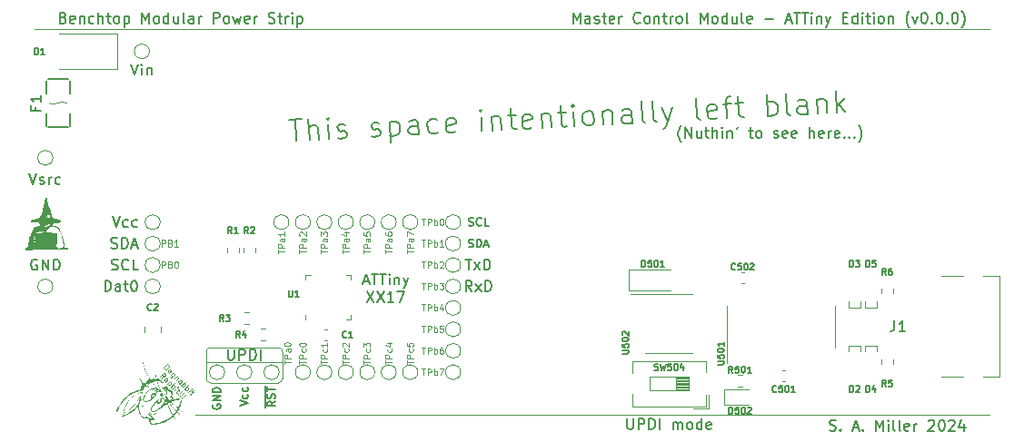
<source format=gbr>
%TF.GenerationSoftware,KiCad,Pcbnew,6.0.11+dfsg-1~bpo11+1*%
%TF.CreationDate,2024-03-25T23:47:07-04:00*%
%TF.ProjectId,Controller - ATTiny,436f6e74-726f-46c6-9c65-72202d204154,0.0.0*%
%TF.SameCoordinates,Original*%
%TF.FileFunction,Legend,Top*%
%TF.FilePolarity,Positive*%
%FSLAX46Y46*%
G04 Gerber Fmt 4.6, Leading zero omitted, Abs format (unit mm)*
G04 Created by KiCad (PCBNEW 6.0.11+dfsg-1~bpo11+1) date 2024-03-25 23:47:07*
%MOMM*%
%LPD*%
G01*
G04 APERTURE LIST*
%ADD10C,0.150000*%
%ADD11C,0.120000*%
%ADD12C,0.100000*%
%ADD13C,0.080000*%
G04 APERTURE END LIST*
D10*
X120262095Y-92527333D02*
X120214476Y-92479714D01*
X120119238Y-92336857D01*
X120071619Y-92241619D01*
X120024000Y-92098761D01*
X119976380Y-91860666D01*
X119976380Y-91670190D01*
X120024000Y-91432095D01*
X120071619Y-91289238D01*
X120119238Y-91194000D01*
X120214476Y-91051142D01*
X120262095Y-91003523D01*
X120643047Y-92146380D02*
X120643047Y-91146380D01*
X121214476Y-92146380D01*
X121214476Y-91146380D01*
X122119238Y-91479714D02*
X122119238Y-92146380D01*
X121690666Y-91479714D02*
X121690666Y-92003523D01*
X121738285Y-92098761D01*
X121833523Y-92146380D01*
X121976380Y-92146380D01*
X122071619Y-92098761D01*
X122119238Y-92051142D01*
X122452571Y-91479714D02*
X122833523Y-91479714D01*
X122595428Y-91146380D02*
X122595428Y-92003523D01*
X122643047Y-92098761D01*
X122738285Y-92146380D01*
X122833523Y-92146380D01*
X123166857Y-92146380D02*
X123166857Y-91146380D01*
X123595428Y-92146380D02*
X123595428Y-91622571D01*
X123547809Y-91527333D01*
X123452571Y-91479714D01*
X123309714Y-91479714D01*
X123214476Y-91527333D01*
X123166857Y-91574952D01*
X124071619Y-92146380D02*
X124071619Y-91479714D01*
X124071619Y-91146380D02*
X124024000Y-91194000D01*
X124071619Y-91241619D01*
X124119238Y-91194000D01*
X124071619Y-91146380D01*
X124071619Y-91241619D01*
X124547809Y-91479714D02*
X124547809Y-92146380D01*
X124547809Y-91574952D02*
X124595428Y-91527333D01*
X124690666Y-91479714D01*
X124833523Y-91479714D01*
X124928761Y-91527333D01*
X124976380Y-91622571D01*
X124976380Y-92146380D01*
X125500190Y-91146380D02*
X125404952Y-91336857D01*
X126547809Y-91479714D02*
X126928761Y-91479714D01*
X126690666Y-91146380D02*
X126690666Y-92003523D01*
X126738285Y-92098761D01*
X126833523Y-92146380D01*
X126928761Y-92146380D01*
X127404952Y-92146380D02*
X127309714Y-92098761D01*
X127262095Y-92051142D01*
X127214476Y-91955904D01*
X127214476Y-91670190D01*
X127262095Y-91574952D01*
X127309714Y-91527333D01*
X127404952Y-91479714D01*
X127547809Y-91479714D01*
X127643047Y-91527333D01*
X127690666Y-91574952D01*
X127738285Y-91670190D01*
X127738285Y-91955904D01*
X127690666Y-92051142D01*
X127643047Y-92098761D01*
X127547809Y-92146380D01*
X127404952Y-92146380D01*
X128881142Y-92098761D02*
X128976380Y-92146380D01*
X129166857Y-92146380D01*
X129262095Y-92098761D01*
X129309714Y-92003523D01*
X129309714Y-91955904D01*
X129262095Y-91860666D01*
X129166857Y-91813047D01*
X129024000Y-91813047D01*
X128928761Y-91765428D01*
X128881142Y-91670190D01*
X128881142Y-91622571D01*
X128928761Y-91527333D01*
X129024000Y-91479714D01*
X129166857Y-91479714D01*
X129262095Y-91527333D01*
X130119238Y-92098761D02*
X130024000Y-92146380D01*
X129833523Y-92146380D01*
X129738285Y-92098761D01*
X129690666Y-92003523D01*
X129690666Y-91622571D01*
X129738285Y-91527333D01*
X129833523Y-91479714D01*
X130024000Y-91479714D01*
X130119238Y-91527333D01*
X130166857Y-91622571D01*
X130166857Y-91717809D01*
X129690666Y-91813047D01*
X130976380Y-92098761D02*
X130881142Y-92146380D01*
X130690666Y-92146380D01*
X130595428Y-92098761D01*
X130547809Y-92003523D01*
X130547809Y-91622571D01*
X130595428Y-91527333D01*
X130690666Y-91479714D01*
X130881142Y-91479714D01*
X130976380Y-91527333D01*
X131024000Y-91622571D01*
X131024000Y-91717809D01*
X130547809Y-91813047D01*
X132214476Y-92146380D02*
X132214476Y-91146380D01*
X132643047Y-92146380D02*
X132643047Y-91622571D01*
X132595428Y-91527333D01*
X132500190Y-91479714D01*
X132357333Y-91479714D01*
X132262095Y-91527333D01*
X132214476Y-91574952D01*
X133500190Y-92098761D02*
X133404952Y-92146380D01*
X133214476Y-92146380D01*
X133119238Y-92098761D01*
X133071619Y-92003523D01*
X133071619Y-91622571D01*
X133119238Y-91527333D01*
X133214476Y-91479714D01*
X133404952Y-91479714D01*
X133500190Y-91527333D01*
X133547809Y-91622571D01*
X133547809Y-91717809D01*
X133071619Y-91813047D01*
X133976380Y-92146380D02*
X133976380Y-91479714D01*
X133976380Y-91670190D02*
X134024000Y-91574952D01*
X134071619Y-91527333D01*
X134166857Y-91479714D01*
X134262095Y-91479714D01*
X134976380Y-92098761D02*
X134881142Y-92146380D01*
X134690666Y-92146380D01*
X134595428Y-92098761D01*
X134547809Y-92003523D01*
X134547809Y-91622571D01*
X134595428Y-91527333D01*
X134690666Y-91479714D01*
X134881142Y-91479714D01*
X134976380Y-91527333D01*
X135024000Y-91622571D01*
X135024000Y-91717809D01*
X134547809Y-91813047D01*
X135452571Y-92051142D02*
X135500190Y-92098761D01*
X135452571Y-92146380D01*
X135404952Y-92098761D01*
X135452571Y-92051142D01*
X135452571Y-92146380D01*
X135928761Y-92051142D02*
X135976380Y-92098761D01*
X135928761Y-92146380D01*
X135881142Y-92098761D01*
X135928761Y-92051142D01*
X135928761Y-92146380D01*
X136404952Y-92051142D02*
X136452571Y-92098761D01*
X136404952Y-92146380D01*
X136357333Y-92098761D01*
X136404952Y-92051142D01*
X136404952Y-92146380D01*
X136785904Y-92527333D02*
X136833523Y-92479714D01*
X136928761Y-92336857D01*
X136976380Y-92241619D01*
X137024000Y-92098761D01*
X137071619Y-91860666D01*
X137071619Y-91670190D01*
X137024000Y-91432095D01*
X136976380Y-91289238D01*
X136928761Y-91194000D01*
X136833523Y-91051142D01*
X136785904Y-91003523D01*
X83706311Y-90436997D02*
X84847602Y-90377185D01*
X84381629Y-92404350D02*
X84276957Y-90407091D01*
X85618027Y-92339553D02*
X85513355Y-90342294D01*
X86473995Y-92294694D02*
X86419167Y-91248510D01*
X86314091Y-91063280D01*
X86118891Y-90978141D01*
X85833569Y-90993094D01*
X85648338Y-91098170D01*
X85558215Y-91198262D01*
X87425071Y-92244850D02*
X87355290Y-90913344D01*
X87320399Y-90247591D02*
X87230276Y-90347683D01*
X87330368Y-90437806D01*
X87420491Y-90337714D01*
X87320399Y-90247591D01*
X87330368Y-90437806D01*
X88276055Y-92104883D02*
X88471254Y-92190022D01*
X88851685Y-92170084D01*
X89036915Y-92065008D01*
X89122054Y-91869808D01*
X89117070Y-91774701D01*
X89011994Y-91589470D01*
X88816794Y-91504331D01*
X88531471Y-91519284D01*
X88336272Y-91434146D01*
X88231195Y-91248915D01*
X88226211Y-91153807D01*
X88311350Y-90958608D01*
X88496581Y-90853531D01*
X88781903Y-90838578D01*
X88977103Y-90923717D01*
X91414605Y-91940399D02*
X91609804Y-92025537D01*
X91990235Y-92005600D01*
X92175465Y-91900524D01*
X92260604Y-91705324D01*
X92255620Y-91610216D01*
X92150543Y-91424986D01*
X91955344Y-91339847D01*
X91670021Y-91354800D01*
X91474822Y-91269661D01*
X91369745Y-91084430D01*
X91364761Y-90989323D01*
X91449900Y-90794123D01*
X91635131Y-90689047D01*
X91920453Y-90674094D01*
X92115653Y-90759233D01*
X93061744Y-90614281D02*
X93166416Y-92611540D01*
X93066729Y-90709389D02*
X93251959Y-90604313D01*
X93632390Y-90584375D01*
X93827589Y-90669514D01*
X93927681Y-90759637D01*
X94032757Y-90944868D01*
X94062664Y-91515513D01*
X93977525Y-91710713D01*
X93887402Y-91810805D01*
X93702171Y-91915881D01*
X93321741Y-91935819D01*
X93126541Y-91850680D01*
X95794538Y-91806225D02*
X95739709Y-90760042D01*
X95634633Y-90574811D01*
X95439434Y-90489672D01*
X95059003Y-90509609D01*
X94873773Y-90614686D01*
X95789553Y-91711117D02*
X95604322Y-91816194D01*
X95128785Y-91841115D01*
X94933585Y-91755977D01*
X94828509Y-91570746D01*
X94818540Y-91380531D01*
X94903679Y-91185331D01*
X95088910Y-91080255D01*
X95564447Y-91055333D01*
X95749678Y-90950257D01*
X97596597Y-91616414D02*
X97411366Y-91721490D01*
X97030936Y-91741428D01*
X96835737Y-91656289D01*
X96735645Y-91566166D01*
X96630568Y-91380935D01*
X96600662Y-90810290D01*
X96685801Y-90615090D01*
X96775924Y-90514998D01*
X96961155Y-90409922D01*
X97341585Y-90389984D01*
X97536785Y-90475123D01*
X99213426Y-91531680D02*
X99028195Y-91636756D01*
X98647765Y-91656694D01*
X98452565Y-91571555D01*
X98347489Y-91386324D01*
X98307614Y-90625463D01*
X98392753Y-90430264D01*
X98577984Y-90325187D01*
X98958414Y-90305250D01*
X99153613Y-90390389D01*
X99258690Y-90575620D01*
X99268658Y-90765835D01*
X98327551Y-91005894D01*
X101691207Y-91497193D02*
X101621426Y-90165687D01*
X101586535Y-89499934D02*
X101496412Y-89600026D01*
X101596504Y-89690150D01*
X101686627Y-89590058D01*
X101586535Y-89499934D01*
X101596504Y-89690150D01*
X102572502Y-90115844D02*
X102642283Y-91447350D01*
X102582470Y-90306059D02*
X102672594Y-90205967D01*
X102857824Y-90100891D01*
X103143147Y-90085937D01*
X103338347Y-90171076D01*
X103443423Y-90356307D01*
X103498251Y-91402490D01*
X104094223Y-90036094D02*
X104855083Y-89996219D01*
X104344655Y-89355387D02*
X104434374Y-91067324D01*
X104539450Y-91252555D01*
X104734650Y-91337693D01*
X104924865Y-91327725D01*
X106346494Y-91157851D02*
X106161263Y-91262928D01*
X105780833Y-91282865D01*
X105585633Y-91197726D01*
X105480557Y-91012496D01*
X105440682Y-90251635D01*
X105525821Y-90056436D01*
X105711052Y-89951359D01*
X106091482Y-89931422D01*
X106286681Y-90016561D01*
X106391758Y-90201791D01*
X106401727Y-90392006D01*
X105460620Y-90632065D01*
X107232773Y-89871609D02*
X107302554Y-91203115D01*
X107242742Y-90061824D02*
X107332865Y-89961732D01*
X107518096Y-89856656D01*
X107803418Y-89841703D01*
X107998618Y-89926842D01*
X108103694Y-90112073D01*
X108158522Y-91158256D01*
X108754494Y-89791859D02*
X109515355Y-89751984D01*
X109004926Y-89111153D02*
X109094645Y-90823089D01*
X109199721Y-91008320D01*
X109394921Y-91093459D01*
X109585136Y-91083490D01*
X110250889Y-91048600D02*
X110181108Y-89717094D01*
X110146217Y-89051341D02*
X110056094Y-89151432D01*
X110156186Y-89241556D01*
X110246309Y-89141464D01*
X110146217Y-89051341D01*
X110156186Y-89241556D01*
X111487287Y-90983803D02*
X111292088Y-90898664D01*
X111191996Y-90808541D01*
X111086920Y-90623310D01*
X111057013Y-90052664D01*
X111142152Y-89857465D01*
X111232275Y-89757373D01*
X111417506Y-89652297D01*
X111702829Y-89637344D01*
X111898028Y-89722482D01*
X111998120Y-89812606D01*
X112103197Y-89997836D01*
X112133103Y-90568482D01*
X112047964Y-90763681D01*
X111957841Y-90863773D01*
X111772610Y-90968850D01*
X111487287Y-90983803D01*
X112939227Y-89572547D02*
X113009009Y-90904053D01*
X112949196Y-89762762D02*
X113039319Y-89662670D01*
X113224550Y-89557593D01*
X113509873Y-89542640D01*
X113705072Y-89627779D01*
X113810149Y-89813010D01*
X113864977Y-90859193D01*
X115672021Y-90764490D02*
X115617193Y-89718307D01*
X115512116Y-89533076D01*
X115316917Y-89447937D01*
X114936486Y-89467875D01*
X114751256Y-89572951D01*
X115667036Y-90669383D02*
X115481806Y-90774459D01*
X115006268Y-90799381D01*
X114811068Y-90714242D01*
X114705992Y-90529011D01*
X114696023Y-90338796D01*
X114781162Y-90143596D01*
X114966393Y-90038520D01*
X115441931Y-90013598D01*
X115627161Y-89908522D01*
X116908419Y-90699693D02*
X116713220Y-90614554D01*
X116608143Y-90429324D01*
X116518425Y-88717387D01*
X117954603Y-90644865D02*
X117759403Y-90559726D01*
X117654327Y-90374495D01*
X117564608Y-88662559D01*
X118455467Y-89283453D02*
X119000786Y-90590037D01*
X119406542Y-89233609D02*
X119000786Y-90590037D01*
X118835493Y-91075544D01*
X118745369Y-91175635D01*
X118560139Y-91280712D01*
X122044228Y-90430537D02*
X121849029Y-90345398D01*
X121743952Y-90160167D01*
X121654234Y-88448231D01*
X123560965Y-90255679D02*
X123375734Y-90360756D01*
X122995304Y-90380693D01*
X122800104Y-90295554D01*
X122695028Y-90110323D01*
X122655153Y-89349463D01*
X122740292Y-89154263D01*
X122925523Y-89049187D01*
X123305953Y-89029250D01*
X123501153Y-89114388D01*
X123606229Y-89299619D01*
X123616198Y-89489834D01*
X122675091Y-89729893D01*
X124161921Y-88984390D02*
X124922782Y-88944515D01*
X124517025Y-90300943D02*
X124427306Y-88589007D01*
X124512445Y-88393807D01*
X124697676Y-88288731D01*
X124887891Y-88278762D01*
X125303212Y-88924578D02*
X126064073Y-88884703D01*
X125553644Y-88243871D02*
X125643363Y-89955808D01*
X125748439Y-90141039D01*
X125943639Y-90226177D01*
X126133854Y-90216209D01*
X128321328Y-90101568D02*
X128216656Y-88104309D01*
X128256531Y-88865170D02*
X128441762Y-88760093D01*
X128822192Y-88740156D01*
X129017392Y-88825295D01*
X129117484Y-88915418D01*
X129222560Y-89100648D01*
X129252466Y-89671294D01*
X129167328Y-89866493D01*
X129077204Y-89966585D01*
X128891974Y-90071662D01*
X128511543Y-90091599D01*
X128316344Y-90006460D01*
X130413695Y-89991912D02*
X130218495Y-89906773D01*
X130113419Y-89721542D01*
X130023700Y-88009606D01*
X132030524Y-89907177D02*
X131975695Y-88860994D01*
X131870619Y-88675763D01*
X131675420Y-88590624D01*
X131294989Y-88610562D01*
X131109758Y-88715638D01*
X132025539Y-89812070D02*
X131840308Y-89917146D01*
X131364771Y-89942068D01*
X131169571Y-89856929D01*
X131064495Y-89671698D01*
X131054526Y-89481483D01*
X131139665Y-89286284D01*
X131324896Y-89181207D01*
X131800433Y-89156285D01*
X131985664Y-89051209D01*
X132911818Y-88525827D02*
X132981599Y-89857334D01*
X132921787Y-88716043D02*
X133011910Y-88615951D01*
X133197141Y-88510874D01*
X133482463Y-88495921D01*
X133677663Y-88581060D01*
X133782739Y-88766291D01*
X133837567Y-89812474D01*
X134788643Y-89762630D02*
X134683971Y-87765371D01*
X134938983Y-88991801D02*
X135549504Y-89722755D01*
X135479723Y-88391249D02*
X134758737Y-89191985D01*
D11*
X76000000Y-112100000D02*
X76000000Y-113030000D01*
X82700000Y-111700000D02*
X76400000Y-111700000D01*
X76400000Y-115000000D02*
X82700000Y-115000000D01*
X76000000Y-113030000D02*
X76000000Y-114600000D01*
D12*
X60000000Y-82000000D02*
X149000000Y-82000000D01*
D11*
X83100000Y-112100000D02*
G75*
G03*
X82700000Y-111700000I-400000J0D01*
G01*
D12*
X75000000Y-118000000D02*
X149000000Y-118000000D01*
D11*
X83100000Y-114600000D02*
X83100000Y-113030000D01*
X76400000Y-111700000D02*
G75*
G03*
X76000000Y-112100000I0J-400000D01*
G01*
X76000000Y-114600000D02*
G75*
G03*
X76400000Y-115000000I400000J0D01*
G01*
X82700000Y-115000000D02*
G75*
G03*
X83100000Y-114600000I0J400000D01*
G01*
X83100000Y-113030000D02*
X76000000Y-113030000D01*
X83100000Y-113030000D02*
X83100000Y-112100000D01*
D10*
X62668928Y-80928571D02*
X62811785Y-80976190D01*
X62859404Y-81023809D01*
X62907023Y-81119047D01*
X62907023Y-81261904D01*
X62859404Y-81357142D01*
X62811785Y-81404761D01*
X62716547Y-81452380D01*
X62335595Y-81452380D01*
X62335595Y-80452380D01*
X62668928Y-80452380D01*
X62764166Y-80500000D01*
X62811785Y-80547619D01*
X62859404Y-80642857D01*
X62859404Y-80738095D01*
X62811785Y-80833333D01*
X62764166Y-80880952D01*
X62668928Y-80928571D01*
X62335595Y-80928571D01*
X63716547Y-81404761D02*
X63621309Y-81452380D01*
X63430833Y-81452380D01*
X63335595Y-81404761D01*
X63287976Y-81309523D01*
X63287976Y-80928571D01*
X63335595Y-80833333D01*
X63430833Y-80785714D01*
X63621309Y-80785714D01*
X63716547Y-80833333D01*
X63764166Y-80928571D01*
X63764166Y-81023809D01*
X63287976Y-81119047D01*
X64192738Y-80785714D02*
X64192738Y-81452380D01*
X64192738Y-80880952D02*
X64240357Y-80833333D01*
X64335595Y-80785714D01*
X64478452Y-80785714D01*
X64573690Y-80833333D01*
X64621309Y-80928571D01*
X64621309Y-81452380D01*
X65526071Y-81404761D02*
X65430833Y-81452380D01*
X65240357Y-81452380D01*
X65145119Y-81404761D01*
X65097500Y-81357142D01*
X65049880Y-81261904D01*
X65049880Y-80976190D01*
X65097500Y-80880952D01*
X65145119Y-80833333D01*
X65240357Y-80785714D01*
X65430833Y-80785714D01*
X65526071Y-80833333D01*
X65954642Y-81452380D02*
X65954642Y-80452380D01*
X66383214Y-81452380D02*
X66383214Y-80928571D01*
X66335595Y-80833333D01*
X66240357Y-80785714D01*
X66097500Y-80785714D01*
X66002261Y-80833333D01*
X65954642Y-80880952D01*
X66716547Y-80785714D02*
X67097500Y-80785714D01*
X66859404Y-80452380D02*
X66859404Y-81309523D01*
X66907023Y-81404761D01*
X67002261Y-81452380D01*
X67097500Y-81452380D01*
X67573690Y-81452380D02*
X67478452Y-81404761D01*
X67430833Y-81357142D01*
X67383214Y-81261904D01*
X67383214Y-80976190D01*
X67430833Y-80880952D01*
X67478452Y-80833333D01*
X67573690Y-80785714D01*
X67716547Y-80785714D01*
X67811785Y-80833333D01*
X67859404Y-80880952D01*
X67907023Y-80976190D01*
X67907023Y-81261904D01*
X67859404Y-81357142D01*
X67811785Y-81404761D01*
X67716547Y-81452380D01*
X67573690Y-81452380D01*
X68335595Y-80785714D02*
X68335595Y-81785714D01*
X68335595Y-80833333D02*
X68430833Y-80785714D01*
X68621309Y-80785714D01*
X68716547Y-80833333D01*
X68764166Y-80880952D01*
X68811785Y-80976190D01*
X68811785Y-81261904D01*
X68764166Y-81357142D01*
X68716547Y-81404761D01*
X68621309Y-81452380D01*
X68430833Y-81452380D01*
X68335595Y-81404761D01*
X70002261Y-81452380D02*
X70002261Y-80452380D01*
X70335595Y-81166666D01*
X70668928Y-80452380D01*
X70668928Y-81452380D01*
X71287976Y-81452380D02*
X71192738Y-81404761D01*
X71145119Y-81357142D01*
X71097500Y-81261904D01*
X71097500Y-80976190D01*
X71145119Y-80880952D01*
X71192738Y-80833333D01*
X71287976Y-80785714D01*
X71430833Y-80785714D01*
X71526071Y-80833333D01*
X71573690Y-80880952D01*
X71621309Y-80976190D01*
X71621309Y-81261904D01*
X71573690Y-81357142D01*
X71526071Y-81404761D01*
X71430833Y-81452380D01*
X71287976Y-81452380D01*
X72478452Y-81452380D02*
X72478452Y-80452380D01*
X72478452Y-81404761D02*
X72383214Y-81452380D01*
X72192738Y-81452380D01*
X72097500Y-81404761D01*
X72049880Y-81357142D01*
X72002261Y-81261904D01*
X72002261Y-80976190D01*
X72049880Y-80880952D01*
X72097500Y-80833333D01*
X72192738Y-80785714D01*
X72383214Y-80785714D01*
X72478452Y-80833333D01*
X73383214Y-80785714D02*
X73383214Y-81452380D01*
X72954642Y-80785714D02*
X72954642Y-81309523D01*
X73002261Y-81404761D01*
X73097500Y-81452380D01*
X73240357Y-81452380D01*
X73335595Y-81404761D01*
X73383214Y-81357142D01*
X74002261Y-81452380D02*
X73907023Y-81404761D01*
X73859404Y-81309523D01*
X73859404Y-80452380D01*
X74811785Y-81452380D02*
X74811785Y-80928571D01*
X74764166Y-80833333D01*
X74668928Y-80785714D01*
X74478452Y-80785714D01*
X74383214Y-80833333D01*
X74811785Y-81404761D02*
X74716547Y-81452380D01*
X74478452Y-81452380D01*
X74383214Y-81404761D01*
X74335595Y-81309523D01*
X74335595Y-81214285D01*
X74383214Y-81119047D01*
X74478452Y-81071428D01*
X74716547Y-81071428D01*
X74811785Y-81023809D01*
X75287976Y-81452380D02*
X75287976Y-80785714D01*
X75287976Y-80976190D02*
X75335595Y-80880952D01*
X75383214Y-80833333D01*
X75478452Y-80785714D01*
X75573690Y-80785714D01*
X76668928Y-81452380D02*
X76668928Y-80452380D01*
X77049880Y-80452380D01*
X77145119Y-80500000D01*
X77192738Y-80547619D01*
X77240357Y-80642857D01*
X77240357Y-80785714D01*
X77192738Y-80880952D01*
X77145119Y-80928571D01*
X77049880Y-80976190D01*
X76668928Y-80976190D01*
X77811785Y-81452380D02*
X77716547Y-81404761D01*
X77668928Y-81357142D01*
X77621309Y-81261904D01*
X77621309Y-80976190D01*
X77668928Y-80880952D01*
X77716547Y-80833333D01*
X77811785Y-80785714D01*
X77954642Y-80785714D01*
X78049880Y-80833333D01*
X78097500Y-80880952D01*
X78145119Y-80976190D01*
X78145119Y-81261904D01*
X78097500Y-81357142D01*
X78049880Y-81404761D01*
X77954642Y-81452380D01*
X77811785Y-81452380D01*
X78478452Y-80785714D02*
X78668928Y-81452380D01*
X78859404Y-80976190D01*
X79049880Y-81452380D01*
X79240357Y-80785714D01*
X80002261Y-81404761D02*
X79907023Y-81452380D01*
X79716547Y-81452380D01*
X79621309Y-81404761D01*
X79573690Y-81309523D01*
X79573690Y-80928571D01*
X79621309Y-80833333D01*
X79716547Y-80785714D01*
X79907023Y-80785714D01*
X80002261Y-80833333D01*
X80049880Y-80928571D01*
X80049880Y-81023809D01*
X79573690Y-81119047D01*
X80478452Y-81452380D02*
X80478452Y-80785714D01*
X80478452Y-80976190D02*
X80526071Y-80880952D01*
X80573690Y-80833333D01*
X80668928Y-80785714D01*
X80764166Y-80785714D01*
X81811785Y-81404761D02*
X81954642Y-81452380D01*
X82192738Y-81452380D01*
X82287976Y-81404761D01*
X82335595Y-81357142D01*
X82383214Y-81261904D01*
X82383214Y-81166666D01*
X82335595Y-81071428D01*
X82287976Y-81023809D01*
X82192738Y-80976190D01*
X82002261Y-80928571D01*
X81907023Y-80880952D01*
X81859404Y-80833333D01*
X81811785Y-80738095D01*
X81811785Y-80642857D01*
X81859404Y-80547619D01*
X81907023Y-80500000D01*
X82002261Y-80452380D01*
X82240357Y-80452380D01*
X82383214Y-80500000D01*
X82668928Y-80785714D02*
X83049880Y-80785714D01*
X82811785Y-80452380D02*
X82811785Y-81309523D01*
X82859404Y-81404761D01*
X82954642Y-81452380D01*
X83049880Y-81452380D01*
X83383214Y-81452380D02*
X83383214Y-80785714D01*
X83383214Y-80976190D02*
X83430833Y-80880952D01*
X83478452Y-80833333D01*
X83573690Y-80785714D01*
X83668928Y-80785714D01*
X84002261Y-81452380D02*
X84002261Y-80785714D01*
X84002261Y-80452380D02*
X83954642Y-80500000D01*
X84002261Y-80547619D01*
X84049880Y-80500000D01*
X84002261Y-80452380D01*
X84002261Y-80547619D01*
X84478452Y-80785714D02*
X84478452Y-81785714D01*
X84478452Y-80833333D02*
X84573690Y-80785714D01*
X84764166Y-80785714D01*
X84859404Y-80833333D01*
X84907023Y-80880952D01*
X84954642Y-80976190D01*
X84954642Y-81261904D01*
X84907023Y-81357142D01*
X84859404Y-81404761D01*
X84764166Y-81452380D01*
X84573690Y-81452380D01*
X84478452Y-81404761D01*
X110188214Y-81452380D02*
X110188214Y-80452380D01*
X110521547Y-81166666D01*
X110854880Y-80452380D01*
X110854880Y-81452380D01*
X111759642Y-81452380D02*
X111759642Y-80928571D01*
X111712023Y-80833333D01*
X111616785Y-80785714D01*
X111426309Y-80785714D01*
X111331071Y-80833333D01*
X111759642Y-81404761D02*
X111664404Y-81452380D01*
X111426309Y-81452380D01*
X111331071Y-81404761D01*
X111283452Y-81309523D01*
X111283452Y-81214285D01*
X111331071Y-81119047D01*
X111426309Y-81071428D01*
X111664404Y-81071428D01*
X111759642Y-81023809D01*
X112188214Y-81404761D02*
X112283452Y-81452380D01*
X112473928Y-81452380D01*
X112569166Y-81404761D01*
X112616785Y-81309523D01*
X112616785Y-81261904D01*
X112569166Y-81166666D01*
X112473928Y-81119047D01*
X112331071Y-81119047D01*
X112235833Y-81071428D01*
X112188214Y-80976190D01*
X112188214Y-80928571D01*
X112235833Y-80833333D01*
X112331071Y-80785714D01*
X112473928Y-80785714D01*
X112569166Y-80833333D01*
X112902500Y-80785714D02*
X113283452Y-80785714D01*
X113045357Y-80452380D02*
X113045357Y-81309523D01*
X113092976Y-81404761D01*
X113188214Y-81452380D01*
X113283452Y-81452380D01*
X113997738Y-81404761D02*
X113902500Y-81452380D01*
X113712023Y-81452380D01*
X113616785Y-81404761D01*
X113569166Y-81309523D01*
X113569166Y-80928571D01*
X113616785Y-80833333D01*
X113712023Y-80785714D01*
X113902500Y-80785714D01*
X113997738Y-80833333D01*
X114045357Y-80928571D01*
X114045357Y-81023809D01*
X113569166Y-81119047D01*
X114473928Y-81452380D02*
X114473928Y-80785714D01*
X114473928Y-80976190D02*
X114521547Y-80880952D01*
X114569166Y-80833333D01*
X114664404Y-80785714D01*
X114759642Y-80785714D01*
X116426309Y-81357142D02*
X116378690Y-81404761D01*
X116235833Y-81452380D01*
X116140595Y-81452380D01*
X115997738Y-81404761D01*
X115902500Y-81309523D01*
X115854880Y-81214285D01*
X115807261Y-81023809D01*
X115807261Y-80880952D01*
X115854880Y-80690476D01*
X115902500Y-80595238D01*
X115997738Y-80500000D01*
X116140595Y-80452380D01*
X116235833Y-80452380D01*
X116378690Y-80500000D01*
X116426309Y-80547619D01*
X116997738Y-81452380D02*
X116902500Y-81404761D01*
X116854880Y-81357142D01*
X116807261Y-81261904D01*
X116807261Y-80976190D01*
X116854880Y-80880952D01*
X116902500Y-80833333D01*
X116997738Y-80785714D01*
X117140595Y-80785714D01*
X117235833Y-80833333D01*
X117283452Y-80880952D01*
X117331071Y-80976190D01*
X117331071Y-81261904D01*
X117283452Y-81357142D01*
X117235833Y-81404761D01*
X117140595Y-81452380D01*
X116997738Y-81452380D01*
X117759642Y-80785714D02*
X117759642Y-81452380D01*
X117759642Y-80880952D02*
X117807261Y-80833333D01*
X117902500Y-80785714D01*
X118045357Y-80785714D01*
X118140595Y-80833333D01*
X118188214Y-80928571D01*
X118188214Y-81452380D01*
X118521547Y-80785714D02*
X118902500Y-80785714D01*
X118664404Y-80452380D02*
X118664404Y-81309523D01*
X118712023Y-81404761D01*
X118807261Y-81452380D01*
X118902500Y-81452380D01*
X119235833Y-81452380D02*
X119235833Y-80785714D01*
X119235833Y-80976190D02*
X119283452Y-80880952D01*
X119331071Y-80833333D01*
X119426309Y-80785714D01*
X119521547Y-80785714D01*
X119997738Y-81452380D02*
X119902500Y-81404761D01*
X119854880Y-81357142D01*
X119807261Y-81261904D01*
X119807261Y-80976190D01*
X119854880Y-80880952D01*
X119902500Y-80833333D01*
X119997738Y-80785714D01*
X120140595Y-80785714D01*
X120235833Y-80833333D01*
X120283452Y-80880952D01*
X120331071Y-80976190D01*
X120331071Y-81261904D01*
X120283452Y-81357142D01*
X120235833Y-81404761D01*
X120140595Y-81452380D01*
X119997738Y-81452380D01*
X120902500Y-81452380D02*
X120807261Y-81404761D01*
X120759642Y-81309523D01*
X120759642Y-80452380D01*
X122045357Y-81452380D02*
X122045357Y-80452380D01*
X122378690Y-81166666D01*
X122712023Y-80452380D01*
X122712023Y-81452380D01*
X123331071Y-81452380D02*
X123235833Y-81404761D01*
X123188214Y-81357142D01*
X123140595Y-81261904D01*
X123140595Y-80976190D01*
X123188214Y-80880952D01*
X123235833Y-80833333D01*
X123331071Y-80785714D01*
X123473928Y-80785714D01*
X123569166Y-80833333D01*
X123616785Y-80880952D01*
X123664404Y-80976190D01*
X123664404Y-81261904D01*
X123616785Y-81357142D01*
X123569166Y-81404761D01*
X123473928Y-81452380D01*
X123331071Y-81452380D01*
X124521547Y-81452380D02*
X124521547Y-80452380D01*
X124521547Y-81404761D02*
X124426309Y-81452380D01*
X124235833Y-81452380D01*
X124140595Y-81404761D01*
X124092976Y-81357142D01*
X124045357Y-81261904D01*
X124045357Y-80976190D01*
X124092976Y-80880952D01*
X124140595Y-80833333D01*
X124235833Y-80785714D01*
X124426309Y-80785714D01*
X124521547Y-80833333D01*
X125426309Y-80785714D02*
X125426309Y-81452380D01*
X124997738Y-80785714D02*
X124997738Y-81309523D01*
X125045357Y-81404761D01*
X125140595Y-81452380D01*
X125283452Y-81452380D01*
X125378690Y-81404761D01*
X125426309Y-81357142D01*
X126045357Y-81452380D02*
X125950119Y-81404761D01*
X125902500Y-81309523D01*
X125902500Y-80452380D01*
X126807261Y-81404761D02*
X126712023Y-81452380D01*
X126521547Y-81452380D01*
X126426309Y-81404761D01*
X126378690Y-81309523D01*
X126378690Y-80928571D01*
X126426309Y-80833333D01*
X126521547Y-80785714D01*
X126712023Y-80785714D01*
X126807261Y-80833333D01*
X126854880Y-80928571D01*
X126854880Y-81023809D01*
X126378690Y-81119047D01*
X128045357Y-81071428D02*
X128807261Y-81071428D01*
X129997738Y-81166666D02*
X130473928Y-81166666D01*
X129902500Y-81452380D02*
X130235833Y-80452380D01*
X130569166Y-81452380D01*
X130759642Y-80452380D02*
X131331071Y-80452380D01*
X131045357Y-81452380D02*
X131045357Y-80452380D01*
X131521547Y-80452380D02*
X132092976Y-80452380D01*
X131807261Y-81452380D02*
X131807261Y-80452380D01*
X132426309Y-81452380D02*
X132426309Y-80785714D01*
X132426309Y-80452380D02*
X132378690Y-80500000D01*
X132426309Y-80547619D01*
X132473928Y-80500000D01*
X132426309Y-80452380D01*
X132426309Y-80547619D01*
X132902500Y-80785714D02*
X132902500Y-81452380D01*
X132902500Y-80880952D02*
X132950119Y-80833333D01*
X133045357Y-80785714D01*
X133188214Y-80785714D01*
X133283452Y-80833333D01*
X133331071Y-80928571D01*
X133331071Y-81452380D01*
X133712023Y-80785714D02*
X133950119Y-81452380D01*
X134188214Y-80785714D02*
X133950119Y-81452380D01*
X133854880Y-81690476D01*
X133807261Y-81738095D01*
X133712023Y-81785714D01*
X135331071Y-80928571D02*
X135664404Y-80928571D01*
X135807261Y-81452380D02*
X135331071Y-81452380D01*
X135331071Y-80452380D01*
X135807261Y-80452380D01*
X136664404Y-81452380D02*
X136664404Y-80452380D01*
X136664404Y-81404761D02*
X136569166Y-81452380D01*
X136378690Y-81452380D01*
X136283452Y-81404761D01*
X136235833Y-81357142D01*
X136188214Y-81261904D01*
X136188214Y-80976190D01*
X136235833Y-80880952D01*
X136283452Y-80833333D01*
X136378690Y-80785714D01*
X136569166Y-80785714D01*
X136664404Y-80833333D01*
X137140595Y-81452380D02*
X137140595Y-80785714D01*
X137140595Y-80452380D02*
X137092976Y-80500000D01*
X137140595Y-80547619D01*
X137188214Y-80500000D01*
X137140595Y-80452380D01*
X137140595Y-80547619D01*
X137473928Y-80785714D02*
X137854880Y-80785714D01*
X137616785Y-80452380D02*
X137616785Y-81309523D01*
X137664404Y-81404761D01*
X137759642Y-81452380D01*
X137854880Y-81452380D01*
X138188214Y-81452380D02*
X138188214Y-80785714D01*
X138188214Y-80452380D02*
X138140595Y-80500000D01*
X138188214Y-80547619D01*
X138235833Y-80500000D01*
X138188214Y-80452380D01*
X138188214Y-80547619D01*
X138807261Y-81452380D02*
X138712023Y-81404761D01*
X138664404Y-81357142D01*
X138616785Y-81261904D01*
X138616785Y-80976190D01*
X138664404Y-80880952D01*
X138712023Y-80833333D01*
X138807261Y-80785714D01*
X138950119Y-80785714D01*
X139045357Y-80833333D01*
X139092976Y-80880952D01*
X139140595Y-80976190D01*
X139140595Y-81261904D01*
X139092976Y-81357142D01*
X139045357Y-81404761D01*
X138950119Y-81452380D01*
X138807261Y-81452380D01*
X139569166Y-80785714D02*
X139569166Y-81452380D01*
X139569166Y-80880952D02*
X139616785Y-80833333D01*
X139712023Y-80785714D01*
X139854880Y-80785714D01*
X139950119Y-80833333D01*
X139997738Y-80928571D01*
X139997738Y-81452380D01*
X141521547Y-81833333D02*
X141473928Y-81785714D01*
X141378690Y-81642857D01*
X141331071Y-81547619D01*
X141283452Y-81404761D01*
X141235833Y-81166666D01*
X141235833Y-80976190D01*
X141283452Y-80738095D01*
X141331071Y-80595238D01*
X141378690Y-80500000D01*
X141473928Y-80357142D01*
X141521547Y-80309523D01*
X141807261Y-80785714D02*
X142045357Y-81452380D01*
X142283452Y-80785714D01*
X142854880Y-80452380D02*
X142950119Y-80452380D01*
X143045357Y-80500000D01*
X143092976Y-80547619D01*
X143140595Y-80642857D01*
X143188214Y-80833333D01*
X143188214Y-81071428D01*
X143140595Y-81261904D01*
X143092976Y-81357142D01*
X143045357Y-81404761D01*
X142950119Y-81452380D01*
X142854880Y-81452380D01*
X142759642Y-81404761D01*
X142712023Y-81357142D01*
X142664404Y-81261904D01*
X142616785Y-81071428D01*
X142616785Y-80833333D01*
X142664404Y-80642857D01*
X142712023Y-80547619D01*
X142759642Y-80500000D01*
X142854880Y-80452380D01*
X143616785Y-81357142D02*
X143664404Y-81404761D01*
X143616785Y-81452380D01*
X143569166Y-81404761D01*
X143616785Y-81357142D01*
X143616785Y-81452380D01*
X144283452Y-80452380D02*
X144378690Y-80452380D01*
X144473928Y-80500000D01*
X144521547Y-80547619D01*
X144569166Y-80642857D01*
X144616785Y-80833333D01*
X144616785Y-81071428D01*
X144569166Y-81261904D01*
X144521547Y-81357142D01*
X144473928Y-81404761D01*
X144378690Y-81452380D01*
X144283452Y-81452380D01*
X144188214Y-81404761D01*
X144140595Y-81357142D01*
X144092976Y-81261904D01*
X144045357Y-81071428D01*
X144045357Y-80833333D01*
X144092976Y-80642857D01*
X144140595Y-80547619D01*
X144188214Y-80500000D01*
X144283452Y-80452380D01*
X145045357Y-81357142D02*
X145092976Y-81404761D01*
X145045357Y-81452380D01*
X144997738Y-81404761D01*
X145045357Y-81357142D01*
X145045357Y-81452380D01*
X145712023Y-80452380D02*
X145807261Y-80452380D01*
X145902500Y-80500000D01*
X145950119Y-80547619D01*
X145997738Y-80642857D01*
X146045357Y-80833333D01*
X146045357Y-81071428D01*
X145997738Y-81261904D01*
X145950119Y-81357142D01*
X145902500Y-81404761D01*
X145807261Y-81452380D01*
X145712023Y-81452380D01*
X145616785Y-81404761D01*
X145569166Y-81357142D01*
X145521547Y-81261904D01*
X145473928Y-81071428D01*
X145473928Y-80833333D01*
X145521547Y-80642857D01*
X145569166Y-80547619D01*
X145616785Y-80500000D01*
X145712023Y-80452380D01*
X146378690Y-81833333D02*
X146426309Y-81785714D01*
X146521547Y-81642857D01*
X146569166Y-81547619D01*
X146616785Y-81404761D01*
X146664404Y-81166666D01*
X146664404Y-80976190D01*
X146616785Y-80738095D01*
X146569166Y-80595238D01*
X146521547Y-80500000D01*
X146426309Y-80357142D01*
X146378690Y-80309523D01*
X76625000Y-117011785D02*
X76589285Y-117083214D01*
X76589285Y-117190357D01*
X76625000Y-117297500D01*
X76696428Y-117368928D01*
X76767857Y-117404642D01*
X76910714Y-117440357D01*
X77017857Y-117440357D01*
X77160714Y-117404642D01*
X77232142Y-117368928D01*
X77303571Y-117297500D01*
X77339285Y-117190357D01*
X77339285Y-117118928D01*
X77303571Y-117011785D01*
X77267857Y-116976071D01*
X77017857Y-116976071D01*
X77017857Y-117118928D01*
X77339285Y-116654642D02*
X76589285Y-116654642D01*
X77339285Y-116226071D01*
X76589285Y-116226071D01*
X77339285Y-115868928D02*
X76589285Y-115868928D01*
X76589285Y-115690357D01*
X76625000Y-115583214D01*
X76696428Y-115511785D01*
X76767857Y-115476071D01*
X76910714Y-115440357D01*
X77017857Y-115440357D01*
X77160714Y-115476071D01*
X77232142Y-115511785D01*
X77303571Y-115583214D01*
X77339285Y-115690357D01*
X77339285Y-115868928D01*
X68976190Y-85252380D02*
X69309523Y-86252380D01*
X69642857Y-85252380D01*
X69976190Y-86252380D02*
X69976190Y-85585714D01*
X69976190Y-85252380D02*
X69928571Y-85300000D01*
X69976190Y-85347619D01*
X70023809Y-85300000D01*
X69976190Y-85252380D01*
X69976190Y-85347619D01*
X70452380Y-85585714D02*
X70452380Y-86252380D01*
X70452380Y-85680952D02*
X70500000Y-85633333D01*
X70595238Y-85585714D01*
X70738095Y-85585714D01*
X70833333Y-85633333D01*
X70880952Y-85728571D01*
X70880952Y-86252380D01*
X67181071Y-104404761D02*
X67323928Y-104452380D01*
X67562023Y-104452380D01*
X67657261Y-104404761D01*
X67704880Y-104357142D01*
X67752500Y-104261904D01*
X67752500Y-104166666D01*
X67704880Y-104071428D01*
X67657261Y-104023809D01*
X67562023Y-103976190D01*
X67371547Y-103928571D01*
X67276309Y-103880952D01*
X67228690Y-103833333D01*
X67181071Y-103738095D01*
X67181071Y-103642857D01*
X67228690Y-103547619D01*
X67276309Y-103500000D01*
X67371547Y-103452380D01*
X67609642Y-103452380D01*
X67752500Y-103500000D01*
X68752500Y-104357142D02*
X68704880Y-104404761D01*
X68562023Y-104452380D01*
X68466785Y-104452380D01*
X68323928Y-104404761D01*
X68228690Y-104309523D01*
X68181071Y-104214285D01*
X68133452Y-104023809D01*
X68133452Y-103880952D01*
X68181071Y-103690476D01*
X68228690Y-103595238D01*
X68323928Y-103500000D01*
X68466785Y-103452380D01*
X68562023Y-103452380D01*
X68704880Y-103500000D01*
X68752500Y-103547619D01*
X69657261Y-104452380D02*
X69181071Y-104452380D01*
X69181071Y-103452380D01*
X81457500Y-117333214D02*
X81457500Y-116583214D01*
X82419285Y-116726071D02*
X82062142Y-116976071D01*
X82419285Y-117154642D02*
X81669285Y-117154642D01*
X81669285Y-116868928D01*
X81705000Y-116797500D01*
X81740714Y-116761785D01*
X81812142Y-116726071D01*
X81919285Y-116726071D01*
X81990714Y-116761785D01*
X82026428Y-116797500D01*
X82062142Y-116868928D01*
X82062142Y-117154642D01*
X81457500Y-116583214D02*
X81457500Y-115868928D01*
X82383571Y-116440357D02*
X82419285Y-116333214D01*
X82419285Y-116154642D01*
X82383571Y-116083214D01*
X82347857Y-116047500D01*
X82276428Y-116011785D01*
X82205000Y-116011785D01*
X82133571Y-116047500D01*
X82097857Y-116083214D01*
X82062142Y-116154642D01*
X82026428Y-116297500D01*
X81990714Y-116368928D01*
X81955000Y-116404642D01*
X81883571Y-116440357D01*
X81812142Y-116440357D01*
X81740714Y-116404642D01*
X81705000Y-116368928D01*
X81669285Y-116297500D01*
X81669285Y-116118928D01*
X81705000Y-116011785D01*
X81457500Y-115868928D02*
X81457500Y-115297500D01*
X81669285Y-115797500D02*
X81669285Y-115368928D01*
X82419285Y-115583214D02*
X81669285Y-115583214D01*
X67276309Y-99452380D02*
X67609642Y-100452380D01*
X67942976Y-99452380D01*
X68704880Y-100404761D02*
X68609642Y-100452380D01*
X68419166Y-100452380D01*
X68323928Y-100404761D01*
X68276309Y-100357142D01*
X68228690Y-100261904D01*
X68228690Y-99976190D01*
X68276309Y-99880952D01*
X68323928Y-99833333D01*
X68419166Y-99785714D01*
X68609642Y-99785714D01*
X68704880Y-99833333D01*
X69562023Y-100404761D02*
X69466785Y-100452380D01*
X69276309Y-100452380D01*
X69181071Y-100404761D01*
X69133452Y-100357142D01*
X69085833Y-100261904D01*
X69085833Y-99976190D01*
X69133452Y-99880952D01*
X69181071Y-99833333D01*
X69276309Y-99785714D01*
X69466785Y-99785714D01*
X69562023Y-99833333D01*
D12*
X71857857Y-102271428D02*
X71857857Y-101671428D01*
X72086428Y-101671428D01*
X72143571Y-101700000D01*
X72172142Y-101728571D01*
X72200714Y-101785714D01*
X72200714Y-101871428D01*
X72172142Y-101928571D01*
X72143571Y-101957142D01*
X72086428Y-101985714D01*
X71857857Y-101985714D01*
X72657857Y-101957142D02*
X72743571Y-101985714D01*
X72772142Y-102014285D01*
X72800714Y-102071428D01*
X72800714Y-102157142D01*
X72772142Y-102214285D01*
X72743571Y-102242857D01*
X72686428Y-102271428D01*
X72457857Y-102271428D01*
X72457857Y-101671428D01*
X72657857Y-101671428D01*
X72715000Y-101700000D01*
X72743571Y-101728571D01*
X72772142Y-101785714D01*
X72772142Y-101842857D01*
X72743571Y-101900000D01*
X72715000Y-101928571D01*
X72657857Y-101957142D01*
X72457857Y-101957142D01*
X73372142Y-102271428D02*
X73029285Y-102271428D01*
X73200714Y-102271428D02*
X73200714Y-101671428D01*
X73143571Y-101757142D01*
X73086428Y-101814285D01*
X73029285Y-101842857D01*
D10*
X67133452Y-102404761D02*
X67276309Y-102452380D01*
X67514404Y-102452380D01*
X67609642Y-102404761D01*
X67657261Y-102357142D01*
X67704880Y-102261904D01*
X67704880Y-102166666D01*
X67657261Y-102071428D01*
X67609642Y-102023809D01*
X67514404Y-101976190D01*
X67323928Y-101928571D01*
X67228690Y-101880952D01*
X67181071Y-101833333D01*
X67133452Y-101738095D01*
X67133452Y-101642857D01*
X67181071Y-101547619D01*
X67228690Y-101500000D01*
X67323928Y-101452380D01*
X67562023Y-101452380D01*
X67704880Y-101500000D01*
X68133452Y-102452380D02*
X68133452Y-101452380D01*
X68371547Y-101452380D01*
X68514404Y-101500000D01*
X68609642Y-101595238D01*
X68657261Y-101690476D01*
X68704880Y-101880952D01*
X68704880Y-102023809D01*
X68657261Y-102214285D01*
X68609642Y-102309523D01*
X68514404Y-102404761D01*
X68371547Y-102452380D01*
X68133452Y-102452380D01*
X69085833Y-102166666D02*
X69562023Y-102166666D01*
X68990595Y-102452380D02*
X69323928Y-101452380D01*
X69657261Y-102452380D01*
X100155523Y-103452380D02*
X100726952Y-103452380D01*
X100441238Y-104452380D02*
X100441238Y-103452380D01*
X100965047Y-104452380D02*
X101488857Y-103785714D01*
X100965047Y-103785714D02*
X101488857Y-104452380D01*
X101869809Y-104452380D02*
X101869809Y-103452380D01*
X102107904Y-103452380D01*
X102250761Y-103500000D01*
X102346000Y-103595238D01*
X102393619Y-103690476D01*
X102441238Y-103880952D01*
X102441238Y-104023809D01*
X102393619Y-104214285D01*
X102346000Y-104309523D01*
X102250761Y-104404761D01*
X102107904Y-104452380D01*
X101869809Y-104452380D01*
X59523809Y-95452380D02*
X59857142Y-96452380D01*
X60190476Y-95452380D01*
X60476190Y-96404761D02*
X60571428Y-96452380D01*
X60761904Y-96452380D01*
X60857142Y-96404761D01*
X60904761Y-96309523D01*
X60904761Y-96261904D01*
X60857142Y-96166666D01*
X60761904Y-96119047D01*
X60619047Y-96119047D01*
X60523809Y-96071428D01*
X60476190Y-95976190D01*
X60476190Y-95928571D01*
X60523809Y-95833333D01*
X60619047Y-95785714D01*
X60761904Y-95785714D01*
X60857142Y-95833333D01*
X61333333Y-96452380D02*
X61333333Y-95785714D01*
X61333333Y-95976190D02*
X61380952Y-95880952D01*
X61428571Y-95833333D01*
X61523809Y-95785714D01*
X61619047Y-95785714D01*
X62380952Y-96404761D02*
X62285714Y-96452380D01*
X62095238Y-96452380D01*
X62000000Y-96404761D01*
X61952380Y-96357142D01*
X61904761Y-96261904D01*
X61904761Y-95976190D01*
X61952380Y-95880952D01*
X62000000Y-95833333D01*
X62095238Y-95785714D01*
X62285714Y-95785714D01*
X62380952Y-95833333D01*
X78016190Y-111852380D02*
X78016190Y-112661904D01*
X78063809Y-112757142D01*
X78111428Y-112804761D01*
X78206666Y-112852380D01*
X78397142Y-112852380D01*
X78492380Y-112804761D01*
X78540000Y-112757142D01*
X78587619Y-112661904D01*
X78587619Y-111852380D01*
X79063809Y-112852380D02*
X79063809Y-111852380D01*
X79444761Y-111852380D01*
X79540000Y-111900000D01*
X79587619Y-111947619D01*
X79635238Y-112042857D01*
X79635238Y-112185714D01*
X79587619Y-112280952D01*
X79540000Y-112328571D01*
X79444761Y-112376190D01*
X79063809Y-112376190D01*
X80063809Y-112852380D02*
X80063809Y-111852380D01*
X80301904Y-111852380D01*
X80444761Y-111900000D01*
X80540000Y-111995238D01*
X80587619Y-112090476D01*
X80635238Y-112280952D01*
X80635238Y-112423809D01*
X80587619Y-112614285D01*
X80540000Y-112709523D01*
X80444761Y-112804761D01*
X80301904Y-112852380D01*
X80063809Y-112852380D01*
X81063809Y-112852380D02*
X81063809Y-111852380D01*
X79129285Y-117154642D02*
X79879285Y-116904642D01*
X79129285Y-116654642D01*
X79843571Y-116083214D02*
X79879285Y-116154642D01*
X79879285Y-116297500D01*
X79843571Y-116368928D01*
X79807857Y-116404642D01*
X79736428Y-116440357D01*
X79522142Y-116440357D01*
X79450714Y-116404642D01*
X79415000Y-116368928D01*
X79379285Y-116297500D01*
X79379285Y-116154642D01*
X79415000Y-116083214D01*
X79843571Y-115440357D02*
X79879285Y-115511785D01*
X79879285Y-115654642D01*
X79843571Y-115726071D01*
X79807857Y-115761785D01*
X79736428Y-115797500D01*
X79522142Y-115797500D01*
X79450714Y-115761785D01*
X79415000Y-115726071D01*
X79379285Y-115654642D01*
X79379285Y-115511785D01*
X79415000Y-115440357D01*
X100750761Y-106452380D02*
X100417428Y-105976190D01*
X100179333Y-106452380D02*
X100179333Y-105452380D01*
X100560285Y-105452380D01*
X100655523Y-105500000D01*
X100703142Y-105547619D01*
X100750761Y-105642857D01*
X100750761Y-105785714D01*
X100703142Y-105880952D01*
X100655523Y-105928571D01*
X100560285Y-105976190D01*
X100179333Y-105976190D01*
X101084095Y-106452380D02*
X101607904Y-105785714D01*
X101084095Y-105785714D02*
X101607904Y-106452380D01*
X101988857Y-106452380D02*
X101988857Y-105452380D01*
X102226952Y-105452380D01*
X102369809Y-105500000D01*
X102465047Y-105595238D01*
X102512666Y-105690476D01*
X102560285Y-105880952D01*
X102560285Y-106023809D01*
X102512666Y-106214285D01*
X102465047Y-106309523D01*
X102369809Y-106404761D01*
X102226952Y-106452380D01*
X101988857Y-106452380D01*
X100435285Y-102303571D02*
X100542428Y-102339285D01*
X100721000Y-102339285D01*
X100792428Y-102303571D01*
X100828142Y-102267857D01*
X100863857Y-102196428D01*
X100863857Y-102125000D01*
X100828142Y-102053571D01*
X100792428Y-102017857D01*
X100721000Y-101982142D01*
X100578142Y-101946428D01*
X100506714Y-101910714D01*
X100471000Y-101875000D01*
X100435285Y-101803571D01*
X100435285Y-101732142D01*
X100471000Y-101660714D01*
X100506714Y-101625000D01*
X100578142Y-101589285D01*
X100756714Y-101589285D01*
X100863857Y-101625000D01*
X101185285Y-102339285D02*
X101185285Y-101589285D01*
X101363857Y-101589285D01*
X101471000Y-101625000D01*
X101542428Y-101696428D01*
X101578142Y-101767857D01*
X101613857Y-101910714D01*
X101613857Y-102017857D01*
X101578142Y-102160714D01*
X101542428Y-102232142D01*
X101471000Y-102303571D01*
X101363857Y-102339285D01*
X101185285Y-102339285D01*
X101899571Y-102125000D02*
X102256714Y-102125000D01*
X101828142Y-102339285D02*
X102078142Y-101589285D01*
X102328142Y-102339285D01*
X100453142Y-100303571D02*
X100560285Y-100339285D01*
X100738857Y-100339285D01*
X100810285Y-100303571D01*
X100846000Y-100267857D01*
X100881714Y-100196428D01*
X100881714Y-100125000D01*
X100846000Y-100053571D01*
X100810285Y-100017857D01*
X100738857Y-99982142D01*
X100596000Y-99946428D01*
X100524571Y-99910714D01*
X100488857Y-99875000D01*
X100453142Y-99803571D01*
X100453142Y-99732142D01*
X100488857Y-99660714D01*
X100524571Y-99625000D01*
X100596000Y-99589285D01*
X100774571Y-99589285D01*
X100881714Y-99625000D01*
X101631714Y-100267857D02*
X101596000Y-100303571D01*
X101488857Y-100339285D01*
X101417428Y-100339285D01*
X101310285Y-100303571D01*
X101238857Y-100232142D01*
X101203142Y-100160714D01*
X101167428Y-100017857D01*
X101167428Y-99910714D01*
X101203142Y-99767857D01*
X101238857Y-99696428D01*
X101310285Y-99625000D01*
X101417428Y-99589285D01*
X101488857Y-99589285D01*
X101596000Y-99625000D01*
X101631714Y-99660714D01*
X102310285Y-100339285D02*
X101953142Y-100339285D01*
X101953142Y-99589285D01*
X115221238Y-118324380D02*
X115221238Y-119133904D01*
X115268857Y-119229142D01*
X115316476Y-119276761D01*
X115411714Y-119324380D01*
X115602190Y-119324380D01*
X115697428Y-119276761D01*
X115745047Y-119229142D01*
X115792666Y-119133904D01*
X115792666Y-118324380D01*
X116268857Y-119324380D02*
X116268857Y-118324380D01*
X116649809Y-118324380D01*
X116745047Y-118372000D01*
X116792666Y-118419619D01*
X116840285Y-118514857D01*
X116840285Y-118657714D01*
X116792666Y-118752952D01*
X116745047Y-118800571D01*
X116649809Y-118848190D01*
X116268857Y-118848190D01*
X117268857Y-119324380D02*
X117268857Y-118324380D01*
X117506952Y-118324380D01*
X117649809Y-118372000D01*
X117745047Y-118467238D01*
X117792666Y-118562476D01*
X117840285Y-118752952D01*
X117840285Y-118895809D01*
X117792666Y-119086285D01*
X117745047Y-119181523D01*
X117649809Y-119276761D01*
X117506952Y-119324380D01*
X117268857Y-119324380D01*
X118268857Y-119324380D02*
X118268857Y-118324380D01*
X119506952Y-119324380D02*
X119506952Y-118657714D01*
X119506952Y-118752952D02*
X119554571Y-118705333D01*
X119649809Y-118657714D01*
X119792666Y-118657714D01*
X119887904Y-118705333D01*
X119935523Y-118800571D01*
X119935523Y-119324380D01*
X119935523Y-118800571D02*
X119983142Y-118705333D01*
X120078380Y-118657714D01*
X120221238Y-118657714D01*
X120316476Y-118705333D01*
X120364095Y-118800571D01*
X120364095Y-119324380D01*
X120983142Y-119324380D02*
X120887904Y-119276761D01*
X120840285Y-119229142D01*
X120792666Y-119133904D01*
X120792666Y-118848190D01*
X120840285Y-118752952D01*
X120887904Y-118705333D01*
X120983142Y-118657714D01*
X121126000Y-118657714D01*
X121221238Y-118705333D01*
X121268857Y-118752952D01*
X121316476Y-118848190D01*
X121316476Y-119133904D01*
X121268857Y-119229142D01*
X121221238Y-119276761D01*
X121126000Y-119324380D01*
X120983142Y-119324380D01*
X122173619Y-119324380D02*
X122173619Y-118324380D01*
X122173619Y-119276761D02*
X122078380Y-119324380D01*
X121887904Y-119324380D01*
X121792666Y-119276761D01*
X121745047Y-119229142D01*
X121697428Y-119133904D01*
X121697428Y-118848190D01*
X121745047Y-118752952D01*
X121792666Y-118705333D01*
X121887904Y-118657714D01*
X122078380Y-118657714D01*
X122173619Y-118705333D01*
X123030761Y-119276761D02*
X122935523Y-119324380D01*
X122745047Y-119324380D01*
X122649809Y-119276761D01*
X122602190Y-119181523D01*
X122602190Y-118800571D01*
X122649809Y-118705333D01*
X122745047Y-118657714D01*
X122935523Y-118657714D01*
X123030761Y-118705333D01*
X123078380Y-118800571D01*
X123078380Y-118895809D01*
X122602190Y-118991047D01*
X66562023Y-106452380D02*
X66562023Y-105452380D01*
X66800119Y-105452380D01*
X66942976Y-105500000D01*
X67038214Y-105595238D01*
X67085833Y-105690476D01*
X67133452Y-105880952D01*
X67133452Y-106023809D01*
X67085833Y-106214285D01*
X67038214Y-106309523D01*
X66942976Y-106404761D01*
X66800119Y-106452380D01*
X66562023Y-106452380D01*
X67990595Y-106452380D02*
X67990595Y-105928571D01*
X67942976Y-105833333D01*
X67847738Y-105785714D01*
X67657261Y-105785714D01*
X67562023Y-105833333D01*
X67990595Y-106404761D02*
X67895357Y-106452380D01*
X67657261Y-106452380D01*
X67562023Y-106404761D01*
X67514404Y-106309523D01*
X67514404Y-106214285D01*
X67562023Y-106119047D01*
X67657261Y-106071428D01*
X67895357Y-106071428D01*
X67990595Y-106023809D01*
X68323928Y-105785714D02*
X68704880Y-105785714D01*
X68466785Y-105452380D02*
X68466785Y-106309523D01*
X68514404Y-106404761D01*
X68609642Y-106452380D01*
X68704880Y-106452380D01*
X69228690Y-105452380D02*
X69323928Y-105452380D01*
X69419166Y-105500000D01*
X69466785Y-105547619D01*
X69514404Y-105642857D01*
X69562023Y-105833333D01*
X69562023Y-106071428D01*
X69514404Y-106261904D01*
X69466785Y-106357142D01*
X69419166Y-106404761D01*
X69323928Y-106452380D01*
X69228690Y-106452380D01*
X69133452Y-106404761D01*
X69085833Y-106357142D01*
X69038214Y-106261904D01*
X68990595Y-106071428D01*
X68990595Y-105833333D01*
X69038214Y-105642857D01*
X69085833Y-105547619D01*
X69133452Y-105500000D01*
X69228690Y-105452380D01*
X90638571Y-105533666D02*
X91114761Y-105533666D01*
X90543333Y-105819380D02*
X90876666Y-104819380D01*
X91210000Y-105819380D01*
X91400476Y-104819380D02*
X91971904Y-104819380D01*
X91686190Y-105819380D02*
X91686190Y-104819380D01*
X92162380Y-104819380D02*
X92733809Y-104819380D01*
X92448095Y-105819380D02*
X92448095Y-104819380D01*
X93067142Y-105819380D02*
X93067142Y-105152714D01*
X93067142Y-104819380D02*
X93019523Y-104867000D01*
X93067142Y-104914619D01*
X93114761Y-104867000D01*
X93067142Y-104819380D01*
X93067142Y-104914619D01*
X93543333Y-105152714D02*
X93543333Y-105819380D01*
X93543333Y-105247952D02*
X93590952Y-105200333D01*
X93686190Y-105152714D01*
X93829047Y-105152714D01*
X93924285Y-105200333D01*
X93971904Y-105295571D01*
X93971904Y-105819380D01*
X94352857Y-105152714D02*
X94590952Y-105819380D01*
X94829047Y-105152714D02*
X94590952Y-105819380D01*
X94495714Y-106057476D01*
X94448095Y-106105095D01*
X94352857Y-106152714D01*
X90948095Y-106429380D02*
X91614761Y-107429380D01*
X91614761Y-106429380D02*
X90948095Y-107429380D01*
X91900476Y-106429380D02*
X92567142Y-107429380D01*
X92567142Y-106429380D02*
X91900476Y-107429380D01*
X93471904Y-107429380D02*
X92900476Y-107429380D01*
X93186190Y-107429380D02*
X93186190Y-106429380D01*
X93090952Y-106572238D01*
X92995714Y-106667476D01*
X92900476Y-106715095D01*
X93805238Y-106429380D02*
X94471904Y-106429380D01*
X94043333Y-107429380D01*
X134092976Y-119404761D02*
X134235833Y-119452380D01*
X134473928Y-119452380D01*
X134569166Y-119404761D01*
X134616785Y-119357142D01*
X134664404Y-119261904D01*
X134664404Y-119166666D01*
X134616785Y-119071428D01*
X134569166Y-119023809D01*
X134473928Y-118976190D01*
X134283452Y-118928571D01*
X134188214Y-118880952D01*
X134140595Y-118833333D01*
X134092976Y-118738095D01*
X134092976Y-118642857D01*
X134140595Y-118547619D01*
X134188214Y-118500000D01*
X134283452Y-118452380D01*
X134521547Y-118452380D01*
X134664404Y-118500000D01*
X135092976Y-119357142D02*
X135140595Y-119404761D01*
X135092976Y-119452380D01*
X135045357Y-119404761D01*
X135092976Y-119357142D01*
X135092976Y-119452380D01*
X136283452Y-119166666D02*
X136759642Y-119166666D01*
X136188214Y-119452380D02*
X136521547Y-118452380D01*
X136854880Y-119452380D01*
X137188214Y-119357142D02*
X137235833Y-119404761D01*
X137188214Y-119452380D01*
X137140595Y-119404761D01*
X137188214Y-119357142D01*
X137188214Y-119452380D01*
X138426309Y-119452380D02*
X138426309Y-118452380D01*
X138759642Y-119166666D01*
X139092976Y-118452380D01*
X139092976Y-119452380D01*
X139569166Y-119452380D02*
X139569166Y-118785714D01*
X139569166Y-118452380D02*
X139521547Y-118500000D01*
X139569166Y-118547619D01*
X139616785Y-118500000D01*
X139569166Y-118452380D01*
X139569166Y-118547619D01*
X140188214Y-119452380D02*
X140092976Y-119404761D01*
X140045357Y-119309523D01*
X140045357Y-118452380D01*
X140712023Y-119452380D02*
X140616785Y-119404761D01*
X140569166Y-119309523D01*
X140569166Y-118452380D01*
X141473928Y-119404761D02*
X141378690Y-119452380D01*
X141188214Y-119452380D01*
X141092976Y-119404761D01*
X141045357Y-119309523D01*
X141045357Y-118928571D01*
X141092976Y-118833333D01*
X141188214Y-118785714D01*
X141378690Y-118785714D01*
X141473928Y-118833333D01*
X141521547Y-118928571D01*
X141521547Y-119023809D01*
X141045357Y-119119047D01*
X141950119Y-119452380D02*
X141950119Y-118785714D01*
X141950119Y-118976190D02*
X141997738Y-118880952D01*
X142045357Y-118833333D01*
X142140595Y-118785714D01*
X142235833Y-118785714D01*
X143283452Y-118547619D02*
X143331071Y-118500000D01*
X143426309Y-118452380D01*
X143664404Y-118452380D01*
X143759642Y-118500000D01*
X143807261Y-118547619D01*
X143854880Y-118642857D01*
X143854880Y-118738095D01*
X143807261Y-118880952D01*
X143235833Y-119452380D01*
X143854880Y-119452380D01*
X144473928Y-118452380D02*
X144569166Y-118452380D01*
X144664404Y-118500000D01*
X144712023Y-118547619D01*
X144759642Y-118642857D01*
X144807261Y-118833333D01*
X144807261Y-119071428D01*
X144759642Y-119261904D01*
X144712023Y-119357142D01*
X144664404Y-119404761D01*
X144569166Y-119452380D01*
X144473928Y-119452380D01*
X144378690Y-119404761D01*
X144331071Y-119357142D01*
X144283452Y-119261904D01*
X144235833Y-119071428D01*
X144235833Y-118833333D01*
X144283452Y-118642857D01*
X144331071Y-118547619D01*
X144378690Y-118500000D01*
X144473928Y-118452380D01*
X145188214Y-118547619D02*
X145235833Y-118500000D01*
X145331071Y-118452380D01*
X145569166Y-118452380D01*
X145664404Y-118500000D01*
X145712023Y-118547619D01*
X145759642Y-118642857D01*
X145759642Y-118738095D01*
X145712023Y-118880952D01*
X145140595Y-119452380D01*
X145759642Y-119452380D01*
X146616785Y-118785714D02*
X146616785Y-119452380D01*
X146378690Y-118404761D02*
X146140595Y-119119047D01*
X146759642Y-119119047D01*
X60238095Y-103500000D02*
X60142857Y-103452380D01*
X60000000Y-103452380D01*
X59857142Y-103500000D01*
X59761904Y-103595238D01*
X59714285Y-103690476D01*
X59666666Y-103880952D01*
X59666666Y-104023809D01*
X59714285Y-104214285D01*
X59761904Y-104309523D01*
X59857142Y-104404761D01*
X60000000Y-104452380D01*
X60095238Y-104452380D01*
X60238095Y-104404761D01*
X60285714Y-104357142D01*
X60285714Y-104023809D01*
X60095238Y-104023809D01*
X60714285Y-104452380D02*
X60714285Y-103452380D01*
X61285714Y-104452380D01*
X61285714Y-103452380D01*
X61761904Y-104452380D02*
X61761904Y-103452380D01*
X62000000Y-103452380D01*
X62142857Y-103500000D01*
X62238095Y-103595238D01*
X62285714Y-103690476D01*
X62333333Y-103880952D01*
X62333333Y-104023809D01*
X62285714Y-104214285D01*
X62238095Y-104309523D01*
X62142857Y-104404761D01*
X62000000Y-104452380D01*
X61761904Y-104452380D01*
D12*
X71857857Y-104271428D02*
X71857857Y-103671428D01*
X72086428Y-103671428D01*
X72143571Y-103700000D01*
X72172142Y-103728571D01*
X72200714Y-103785714D01*
X72200714Y-103871428D01*
X72172142Y-103928571D01*
X72143571Y-103957142D01*
X72086428Y-103985714D01*
X71857857Y-103985714D01*
X72657857Y-103957142D02*
X72743571Y-103985714D01*
X72772142Y-104014285D01*
X72800714Y-104071428D01*
X72800714Y-104157142D01*
X72772142Y-104214285D01*
X72743571Y-104242857D01*
X72686428Y-104271428D01*
X72457857Y-104271428D01*
X72457857Y-103671428D01*
X72657857Y-103671428D01*
X72715000Y-103700000D01*
X72743571Y-103728571D01*
X72772142Y-103785714D01*
X72772142Y-103842857D01*
X72743571Y-103900000D01*
X72715000Y-103928571D01*
X72657857Y-103957142D01*
X72457857Y-103957142D01*
X73172142Y-103671428D02*
X73229285Y-103671428D01*
X73286428Y-103700000D01*
X73315000Y-103728571D01*
X73343571Y-103785714D01*
X73372142Y-103900000D01*
X73372142Y-104042857D01*
X73343571Y-104157142D01*
X73315000Y-104214285D01*
X73286428Y-104242857D01*
X73229285Y-104271428D01*
X73172142Y-104271428D01*
X73115000Y-104242857D01*
X73086428Y-104214285D01*
X73057857Y-104157142D01*
X73029285Y-104042857D01*
X73029285Y-103900000D01*
X73057857Y-103785714D01*
X73086428Y-103728571D01*
X73115000Y-103700000D01*
X73172142Y-103671428D01*
D10*
%TO.C,U502*%
X114733428Y-112280571D02*
X115219142Y-112280571D01*
X115276285Y-112252000D01*
X115304857Y-112223428D01*
X115333428Y-112166285D01*
X115333428Y-112052000D01*
X115304857Y-111994857D01*
X115276285Y-111966285D01*
X115219142Y-111937714D01*
X114733428Y-111937714D01*
X114733428Y-111366285D02*
X114733428Y-111652000D01*
X115019142Y-111680571D01*
X114990571Y-111652000D01*
X114962000Y-111594857D01*
X114962000Y-111452000D01*
X114990571Y-111394857D01*
X115019142Y-111366285D01*
X115076285Y-111337714D01*
X115219142Y-111337714D01*
X115276285Y-111366285D01*
X115304857Y-111394857D01*
X115333428Y-111452000D01*
X115333428Y-111594857D01*
X115304857Y-111652000D01*
X115276285Y-111680571D01*
X114733428Y-110966285D02*
X114733428Y-110909142D01*
X114762000Y-110852000D01*
X114790571Y-110823428D01*
X114847714Y-110794857D01*
X114962000Y-110766285D01*
X115104857Y-110766285D01*
X115219142Y-110794857D01*
X115276285Y-110823428D01*
X115304857Y-110852000D01*
X115333428Y-110909142D01*
X115333428Y-110966285D01*
X115304857Y-111023428D01*
X115276285Y-111052000D01*
X115219142Y-111080571D01*
X115104857Y-111109142D01*
X114962000Y-111109142D01*
X114847714Y-111080571D01*
X114790571Y-111052000D01*
X114762000Y-111023428D01*
X114733428Y-110966285D01*
X114790571Y-110537714D02*
X114762000Y-110509142D01*
X114733428Y-110452000D01*
X114733428Y-110309142D01*
X114762000Y-110252000D01*
X114790571Y-110223428D01*
X114847714Y-110194857D01*
X114904857Y-110194857D01*
X114990571Y-110223428D01*
X115333428Y-110566285D01*
X115333428Y-110194857D01*
%TO.C,R501*%
X125058571Y-114048928D02*
X124858571Y-113763214D01*
X124715714Y-114048928D02*
X124715714Y-113448928D01*
X124944285Y-113448928D01*
X125001428Y-113477500D01*
X125030000Y-113506071D01*
X125058571Y-113563214D01*
X125058571Y-113648928D01*
X125030000Y-113706071D01*
X125001428Y-113734642D01*
X124944285Y-113763214D01*
X124715714Y-113763214D01*
X125601428Y-113448928D02*
X125315714Y-113448928D01*
X125287142Y-113734642D01*
X125315714Y-113706071D01*
X125372857Y-113677500D01*
X125515714Y-113677500D01*
X125572857Y-113706071D01*
X125601428Y-113734642D01*
X125630000Y-113791785D01*
X125630000Y-113934642D01*
X125601428Y-113991785D01*
X125572857Y-114020357D01*
X125515714Y-114048928D01*
X125372857Y-114048928D01*
X125315714Y-114020357D01*
X125287142Y-113991785D01*
X126001428Y-113448928D02*
X126058571Y-113448928D01*
X126115714Y-113477500D01*
X126144285Y-113506071D01*
X126172857Y-113563214D01*
X126201428Y-113677500D01*
X126201428Y-113820357D01*
X126172857Y-113934642D01*
X126144285Y-113991785D01*
X126115714Y-114020357D01*
X126058571Y-114048928D01*
X126001428Y-114048928D01*
X125944285Y-114020357D01*
X125915714Y-113991785D01*
X125887142Y-113934642D01*
X125858571Y-113820357D01*
X125858571Y-113677500D01*
X125887142Y-113563214D01*
X125915714Y-113506071D01*
X125944285Y-113477500D01*
X126001428Y-113448928D01*
X126772857Y-114048928D02*
X126430000Y-114048928D01*
X126601428Y-114048928D02*
X126601428Y-113448928D01*
X126544285Y-113534642D01*
X126487142Y-113591785D01*
X126430000Y-113620357D01*
%TO.C,D502*%
X124715714Y-117873428D02*
X124715714Y-117273428D01*
X124858571Y-117273428D01*
X124944285Y-117302000D01*
X125001428Y-117359142D01*
X125030000Y-117416285D01*
X125058571Y-117530571D01*
X125058571Y-117616285D01*
X125030000Y-117730571D01*
X125001428Y-117787714D01*
X124944285Y-117844857D01*
X124858571Y-117873428D01*
X124715714Y-117873428D01*
X125601428Y-117273428D02*
X125315714Y-117273428D01*
X125287142Y-117559142D01*
X125315714Y-117530571D01*
X125372857Y-117502000D01*
X125515714Y-117502000D01*
X125572857Y-117530571D01*
X125601428Y-117559142D01*
X125630000Y-117616285D01*
X125630000Y-117759142D01*
X125601428Y-117816285D01*
X125572857Y-117844857D01*
X125515714Y-117873428D01*
X125372857Y-117873428D01*
X125315714Y-117844857D01*
X125287142Y-117816285D01*
X126001428Y-117273428D02*
X126058571Y-117273428D01*
X126115714Y-117302000D01*
X126144285Y-117330571D01*
X126172857Y-117387714D01*
X126201428Y-117502000D01*
X126201428Y-117644857D01*
X126172857Y-117759142D01*
X126144285Y-117816285D01*
X126115714Y-117844857D01*
X126058571Y-117873428D01*
X126001428Y-117873428D01*
X125944285Y-117844857D01*
X125915714Y-117816285D01*
X125887142Y-117759142D01*
X125858571Y-117644857D01*
X125858571Y-117502000D01*
X125887142Y-117387714D01*
X125915714Y-117330571D01*
X125944285Y-117302000D01*
X126001428Y-117273428D01*
X126430000Y-117330571D02*
X126458571Y-117302000D01*
X126515714Y-117273428D01*
X126658571Y-117273428D01*
X126715714Y-117302000D01*
X126744285Y-117330571D01*
X126772857Y-117387714D01*
X126772857Y-117444857D01*
X126744285Y-117530571D01*
X126401428Y-117873428D01*
X126772857Y-117873428D01*
D12*
%TO.C,TPc1*%
X86671428Y-113227857D02*
X86671428Y-112885000D01*
X87271428Y-113056428D02*
X86671428Y-113056428D01*
X87271428Y-112685000D02*
X86671428Y-112685000D01*
X86671428Y-112456428D01*
X86700000Y-112399285D01*
X86728571Y-112370714D01*
X86785714Y-112342142D01*
X86871428Y-112342142D01*
X86928571Y-112370714D01*
X86957142Y-112399285D01*
X86985714Y-112456428D01*
X86985714Y-112685000D01*
X87242857Y-111827857D02*
X87271428Y-111885000D01*
X87271428Y-111999285D01*
X87242857Y-112056428D01*
X87214285Y-112085000D01*
X87157142Y-112113571D01*
X86985714Y-112113571D01*
X86928571Y-112085000D01*
X86900000Y-112056428D01*
X86871428Y-111999285D01*
X86871428Y-111885000D01*
X86900000Y-111827857D01*
X87271428Y-111256428D02*
X87271428Y-111599285D01*
X87271428Y-111427857D02*
X86671428Y-111427857D01*
X86757142Y-111485000D01*
X86814285Y-111542142D01*
X86842857Y-111599285D01*
D10*
%TO.C,R5*%
X139346000Y-115333428D02*
X139146000Y-115047714D01*
X139003142Y-115333428D02*
X139003142Y-114733428D01*
X139231714Y-114733428D01*
X139288857Y-114762000D01*
X139317428Y-114790571D01*
X139346000Y-114847714D01*
X139346000Y-114933428D01*
X139317428Y-114990571D01*
X139288857Y-115019142D01*
X139231714Y-115047714D01*
X139003142Y-115047714D01*
X139888857Y-114733428D02*
X139603142Y-114733428D01*
X139574571Y-115019142D01*
X139603142Y-114990571D01*
X139660285Y-114962000D01*
X139803142Y-114962000D01*
X139860285Y-114990571D01*
X139888857Y-115019142D01*
X139917428Y-115076285D01*
X139917428Y-115219142D01*
X139888857Y-115276285D01*
X139860285Y-115304857D01*
X139803142Y-115333428D01*
X139660285Y-115333428D01*
X139603142Y-115304857D01*
X139574571Y-115276285D01*
%TO.C,C2*%
X70900000Y-108164285D02*
X70871428Y-108192857D01*
X70785714Y-108221428D01*
X70728571Y-108221428D01*
X70642857Y-108192857D01*
X70585714Y-108135714D01*
X70557142Y-108078571D01*
X70528571Y-107964285D01*
X70528571Y-107878571D01*
X70557142Y-107764285D01*
X70585714Y-107707142D01*
X70642857Y-107650000D01*
X70728571Y-107621428D01*
X70785714Y-107621428D01*
X70871428Y-107650000D01*
X70900000Y-107678571D01*
X71128571Y-107678571D02*
X71157142Y-107650000D01*
X71214285Y-107621428D01*
X71357142Y-107621428D01*
X71414285Y-107650000D01*
X71442857Y-107678571D01*
X71471428Y-107735714D01*
X71471428Y-107792857D01*
X71442857Y-107878571D01*
X71100000Y-108221428D01*
X71471428Y-108221428D01*
%TO.C,D501*%
X116587714Y-104157428D02*
X116587714Y-103557428D01*
X116730571Y-103557428D01*
X116816285Y-103586000D01*
X116873428Y-103643142D01*
X116902000Y-103700285D01*
X116930571Y-103814571D01*
X116930571Y-103900285D01*
X116902000Y-104014571D01*
X116873428Y-104071714D01*
X116816285Y-104128857D01*
X116730571Y-104157428D01*
X116587714Y-104157428D01*
X117473428Y-103557428D02*
X117187714Y-103557428D01*
X117159142Y-103843142D01*
X117187714Y-103814571D01*
X117244857Y-103786000D01*
X117387714Y-103786000D01*
X117444857Y-103814571D01*
X117473428Y-103843142D01*
X117502000Y-103900285D01*
X117502000Y-104043142D01*
X117473428Y-104100285D01*
X117444857Y-104128857D01*
X117387714Y-104157428D01*
X117244857Y-104157428D01*
X117187714Y-104128857D01*
X117159142Y-104100285D01*
X117873428Y-103557428D02*
X117930571Y-103557428D01*
X117987714Y-103586000D01*
X118016285Y-103614571D01*
X118044857Y-103671714D01*
X118073428Y-103786000D01*
X118073428Y-103928857D01*
X118044857Y-104043142D01*
X118016285Y-104100285D01*
X117987714Y-104128857D01*
X117930571Y-104157428D01*
X117873428Y-104157428D01*
X117816285Y-104128857D01*
X117787714Y-104100285D01*
X117759142Y-104043142D01*
X117730571Y-103928857D01*
X117730571Y-103786000D01*
X117759142Y-103671714D01*
X117787714Y-103614571D01*
X117816285Y-103586000D01*
X117873428Y-103557428D01*
X118644857Y-104157428D02*
X118302000Y-104157428D01*
X118473428Y-104157428D02*
X118473428Y-103557428D01*
X118416285Y-103643142D01*
X118359142Y-103700285D01*
X118302000Y-103728857D01*
%TO.C,R3*%
X77624000Y-109237428D02*
X77424000Y-108951714D01*
X77281142Y-109237428D02*
X77281142Y-108637428D01*
X77509714Y-108637428D01*
X77566857Y-108666000D01*
X77595428Y-108694571D01*
X77624000Y-108751714D01*
X77624000Y-108837428D01*
X77595428Y-108894571D01*
X77566857Y-108923142D01*
X77509714Y-108951714D01*
X77281142Y-108951714D01*
X77824000Y-108637428D02*
X78195428Y-108637428D01*
X77995428Y-108866000D01*
X78081142Y-108866000D01*
X78138285Y-108894571D01*
X78166857Y-108923142D01*
X78195428Y-108980285D01*
X78195428Y-109123142D01*
X78166857Y-109180285D01*
X78138285Y-109208857D01*
X78081142Y-109237428D01*
X77909714Y-109237428D01*
X77852571Y-109208857D01*
X77824000Y-109180285D01*
D12*
%TO.C,TPc4*%
X92671428Y-113227857D02*
X92671428Y-112885000D01*
X93271428Y-113056428D02*
X92671428Y-113056428D01*
X93271428Y-112685000D02*
X92671428Y-112685000D01*
X92671428Y-112456428D01*
X92700000Y-112399285D01*
X92728571Y-112370714D01*
X92785714Y-112342142D01*
X92871428Y-112342142D01*
X92928571Y-112370714D01*
X92957142Y-112399285D01*
X92985714Y-112456428D01*
X92985714Y-112685000D01*
X93242857Y-111827857D02*
X93271428Y-111885000D01*
X93271428Y-111999285D01*
X93242857Y-112056428D01*
X93214285Y-112085000D01*
X93157142Y-112113571D01*
X92985714Y-112113571D01*
X92928571Y-112085000D01*
X92900000Y-112056428D01*
X92871428Y-111999285D01*
X92871428Y-111885000D01*
X92900000Y-111827857D01*
X92871428Y-111313571D02*
X93271428Y-111313571D01*
X92642857Y-111456428D02*
X93071428Y-111599285D01*
X93071428Y-111227857D01*
D10*
%TO.C,C1*%
X89070000Y-110704285D02*
X89041428Y-110732857D01*
X88955714Y-110761428D01*
X88898571Y-110761428D01*
X88812857Y-110732857D01*
X88755714Y-110675714D01*
X88727142Y-110618571D01*
X88698571Y-110504285D01*
X88698571Y-110418571D01*
X88727142Y-110304285D01*
X88755714Y-110247142D01*
X88812857Y-110190000D01*
X88898571Y-110161428D01*
X88955714Y-110161428D01*
X89041428Y-110190000D01*
X89070000Y-110218571D01*
X89641428Y-110761428D02*
X89298571Y-110761428D01*
X89470000Y-110761428D02*
X89470000Y-110161428D01*
X89412857Y-110247142D01*
X89355714Y-110304285D01*
X89298571Y-110332857D01*
D12*
%TO.C,TPb4*%
X96090714Y-107671428D02*
X96433571Y-107671428D01*
X96262142Y-108271428D02*
X96262142Y-107671428D01*
X96633571Y-108271428D02*
X96633571Y-107671428D01*
X96862142Y-107671428D01*
X96919285Y-107700000D01*
X96947857Y-107728571D01*
X96976428Y-107785714D01*
X96976428Y-107871428D01*
X96947857Y-107928571D01*
X96919285Y-107957142D01*
X96862142Y-107985714D01*
X96633571Y-107985714D01*
X97233571Y-108271428D02*
X97233571Y-107671428D01*
X97233571Y-107900000D02*
X97290714Y-107871428D01*
X97405000Y-107871428D01*
X97462142Y-107900000D01*
X97490714Y-107928571D01*
X97519285Y-107985714D01*
X97519285Y-108157142D01*
X97490714Y-108214285D01*
X97462142Y-108242857D01*
X97405000Y-108271428D01*
X97290714Y-108271428D01*
X97233571Y-108242857D01*
X98033571Y-107871428D02*
X98033571Y-108271428D01*
X97890714Y-107642857D02*
X97747857Y-108071428D01*
X98119285Y-108071428D01*
D10*
%TO.C,F1*%
X60104571Y-89233333D02*
X60104571Y-89566666D01*
X60628380Y-89566666D02*
X59628380Y-89566666D01*
X59628380Y-89090476D01*
X60628380Y-88185714D02*
X60628380Y-88757142D01*
X60628380Y-88471428D02*
X59628380Y-88471428D01*
X59771238Y-88566666D01*
X59866476Y-88661904D01*
X59914095Y-88757142D01*
%TO.C,R1*%
X78386000Y-101033428D02*
X78186000Y-100747714D01*
X78043142Y-101033428D02*
X78043142Y-100433428D01*
X78271714Y-100433428D01*
X78328857Y-100462000D01*
X78357428Y-100490571D01*
X78386000Y-100547714D01*
X78386000Y-100633428D01*
X78357428Y-100690571D01*
X78328857Y-100719142D01*
X78271714Y-100747714D01*
X78043142Y-100747714D01*
X78957428Y-101033428D02*
X78614571Y-101033428D01*
X78786000Y-101033428D02*
X78786000Y-100433428D01*
X78728857Y-100519142D01*
X78671714Y-100576285D01*
X78614571Y-100604857D01*
D12*
%TO.C,TPa2*%
X84671428Y-102909285D02*
X84671428Y-102566428D01*
X85271428Y-102737857D02*
X84671428Y-102737857D01*
X85271428Y-102366428D02*
X84671428Y-102366428D01*
X84671428Y-102137857D01*
X84700000Y-102080714D01*
X84728571Y-102052142D01*
X84785714Y-102023571D01*
X84871428Y-102023571D01*
X84928571Y-102052142D01*
X84957142Y-102080714D01*
X84985714Y-102137857D01*
X84985714Y-102366428D01*
X85271428Y-101509285D02*
X84957142Y-101509285D01*
X84900000Y-101537857D01*
X84871428Y-101595000D01*
X84871428Y-101709285D01*
X84900000Y-101766428D01*
X85242857Y-101509285D02*
X85271428Y-101566428D01*
X85271428Y-101709285D01*
X85242857Y-101766428D01*
X85185714Y-101795000D01*
X85128571Y-101795000D01*
X85071428Y-101766428D01*
X85042857Y-101709285D01*
X85042857Y-101566428D01*
X85014285Y-101509285D01*
X84728571Y-101252142D02*
X84700000Y-101223571D01*
X84671428Y-101166428D01*
X84671428Y-101023571D01*
X84700000Y-100966428D01*
X84728571Y-100937857D01*
X84785714Y-100909285D01*
X84842857Y-100909285D01*
X84928571Y-100937857D01*
X85271428Y-101280714D01*
X85271428Y-100909285D01*
%TO.C,TPc5*%
X94671428Y-113227857D02*
X94671428Y-112885000D01*
X95271428Y-113056428D02*
X94671428Y-113056428D01*
X95271428Y-112685000D02*
X94671428Y-112685000D01*
X94671428Y-112456428D01*
X94700000Y-112399285D01*
X94728571Y-112370714D01*
X94785714Y-112342142D01*
X94871428Y-112342142D01*
X94928571Y-112370714D01*
X94957142Y-112399285D01*
X94985714Y-112456428D01*
X94985714Y-112685000D01*
X95242857Y-111827857D02*
X95271428Y-111885000D01*
X95271428Y-111999285D01*
X95242857Y-112056428D01*
X95214285Y-112085000D01*
X95157142Y-112113571D01*
X94985714Y-112113571D01*
X94928571Y-112085000D01*
X94900000Y-112056428D01*
X94871428Y-111999285D01*
X94871428Y-111885000D01*
X94900000Y-111827857D01*
X94671428Y-111285000D02*
X94671428Y-111570714D01*
X94957142Y-111599285D01*
X94928571Y-111570714D01*
X94900000Y-111513571D01*
X94900000Y-111370714D01*
X94928571Y-111313571D01*
X94957142Y-111285000D01*
X95014285Y-111256428D01*
X95157142Y-111256428D01*
X95214285Y-111285000D01*
X95242857Y-111313571D01*
X95271428Y-111370714D01*
X95271428Y-111513571D01*
X95242857Y-111570714D01*
X95214285Y-111599285D01*
D10*
%TO.C,R4*%
X79148000Y-110761428D02*
X78948000Y-110475714D01*
X78805142Y-110761428D02*
X78805142Y-110161428D01*
X79033714Y-110161428D01*
X79090857Y-110190000D01*
X79119428Y-110218571D01*
X79148000Y-110275714D01*
X79148000Y-110361428D01*
X79119428Y-110418571D01*
X79090857Y-110447142D01*
X79033714Y-110475714D01*
X78805142Y-110475714D01*
X79662285Y-110361428D02*
X79662285Y-110761428D01*
X79519428Y-110132857D02*
X79376571Y-110561428D01*
X79748000Y-110561428D01*
D12*
%TO.C,TPa4*%
X88671428Y-102909285D02*
X88671428Y-102566428D01*
X89271428Y-102737857D02*
X88671428Y-102737857D01*
X89271428Y-102366428D02*
X88671428Y-102366428D01*
X88671428Y-102137857D01*
X88700000Y-102080714D01*
X88728571Y-102052142D01*
X88785714Y-102023571D01*
X88871428Y-102023571D01*
X88928571Y-102052142D01*
X88957142Y-102080714D01*
X88985714Y-102137857D01*
X88985714Y-102366428D01*
X89271428Y-101509285D02*
X88957142Y-101509285D01*
X88900000Y-101537857D01*
X88871428Y-101595000D01*
X88871428Y-101709285D01*
X88900000Y-101766428D01*
X89242857Y-101509285D02*
X89271428Y-101566428D01*
X89271428Y-101709285D01*
X89242857Y-101766428D01*
X89185714Y-101795000D01*
X89128571Y-101795000D01*
X89071428Y-101766428D01*
X89042857Y-101709285D01*
X89042857Y-101566428D01*
X89014285Y-101509285D01*
X88871428Y-100966428D02*
X89271428Y-100966428D01*
X88642857Y-101109285D02*
X89071428Y-101252142D01*
X89071428Y-100880714D01*
D10*
%TO.C,SW504*%
X117754571Y-113780857D02*
X117840285Y-113809428D01*
X117983142Y-113809428D01*
X118040285Y-113780857D01*
X118068857Y-113752285D01*
X118097428Y-113695142D01*
X118097428Y-113638000D01*
X118068857Y-113580857D01*
X118040285Y-113552285D01*
X117983142Y-113523714D01*
X117868857Y-113495142D01*
X117811714Y-113466571D01*
X117783142Y-113438000D01*
X117754571Y-113380857D01*
X117754571Y-113323714D01*
X117783142Y-113266571D01*
X117811714Y-113238000D01*
X117868857Y-113209428D01*
X118011714Y-113209428D01*
X118097428Y-113238000D01*
X118297428Y-113209428D02*
X118440285Y-113809428D01*
X118554571Y-113380857D01*
X118668857Y-113809428D01*
X118811714Y-113209428D01*
X119326000Y-113209428D02*
X119040285Y-113209428D01*
X119011714Y-113495142D01*
X119040285Y-113466571D01*
X119097428Y-113438000D01*
X119240285Y-113438000D01*
X119297428Y-113466571D01*
X119326000Y-113495142D01*
X119354571Y-113552285D01*
X119354571Y-113695142D01*
X119326000Y-113752285D01*
X119297428Y-113780857D01*
X119240285Y-113809428D01*
X119097428Y-113809428D01*
X119040285Y-113780857D01*
X119011714Y-113752285D01*
X119726000Y-113209428D02*
X119783142Y-113209428D01*
X119840285Y-113238000D01*
X119868857Y-113266571D01*
X119897428Y-113323714D01*
X119926000Y-113438000D01*
X119926000Y-113580857D01*
X119897428Y-113695142D01*
X119868857Y-113752285D01*
X119840285Y-113780857D01*
X119783142Y-113809428D01*
X119726000Y-113809428D01*
X119668857Y-113780857D01*
X119640285Y-113752285D01*
X119611714Y-113695142D01*
X119583142Y-113580857D01*
X119583142Y-113438000D01*
X119611714Y-113323714D01*
X119640285Y-113266571D01*
X119668857Y-113238000D01*
X119726000Y-113209428D01*
X120440285Y-113409428D02*
X120440285Y-113809428D01*
X120297428Y-113180857D02*
X120154571Y-113609428D01*
X120526000Y-113609428D01*
D12*
%TO.C,TPb1*%
X96090714Y-101671428D02*
X96433571Y-101671428D01*
X96262142Y-102271428D02*
X96262142Y-101671428D01*
X96633571Y-102271428D02*
X96633571Y-101671428D01*
X96862142Y-101671428D01*
X96919285Y-101700000D01*
X96947857Y-101728571D01*
X96976428Y-101785714D01*
X96976428Y-101871428D01*
X96947857Y-101928571D01*
X96919285Y-101957142D01*
X96862142Y-101985714D01*
X96633571Y-101985714D01*
X97233571Y-102271428D02*
X97233571Y-101671428D01*
X97233571Y-101900000D02*
X97290714Y-101871428D01*
X97405000Y-101871428D01*
X97462142Y-101900000D01*
X97490714Y-101928571D01*
X97519285Y-101985714D01*
X97519285Y-102157142D01*
X97490714Y-102214285D01*
X97462142Y-102242857D01*
X97405000Y-102271428D01*
X97290714Y-102271428D01*
X97233571Y-102242857D01*
X98090714Y-102271428D02*
X97747857Y-102271428D01*
X97919285Y-102271428D02*
X97919285Y-101671428D01*
X97862142Y-101757142D01*
X97805000Y-101814285D01*
X97747857Y-101842857D01*
%TO.C,TPc2*%
X88671428Y-113227857D02*
X88671428Y-112885000D01*
X89271428Y-113056428D02*
X88671428Y-113056428D01*
X89271428Y-112685000D02*
X88671428Y-112685000D01*
X88671428Y-112456428D01*
X88700000Y-112399285D01*
X88728571Y-112370714D01*
X88785714Y-112342142D01*
X88871428Y-112342142D01*
X88928571Y-112370714D01*
X88957142Y-112399285D01*
X88985714Y-112456428D01*
X88985714Y-112685000D01*
X89242857Y-111827857D02*
X89271428Y-111885000D01*
X89271428Y-111999285D01*
X89242857Y-112056428D01*
X89214285Y-112085000D01*
X89157142Y-112113571D01*
X88985714Y-112113571D01*
X88928571Y-112085000D01*
X88900000Y-112056428D01*
X88871428Y-111999285D01*
X88871428Y-111885000D01*
X88900000Y-111827857D01*
X88728571Y-111599285D02*
X88700000Y-111570714D01*
X88671428Y-111513571D01*
X88671428Y-111370714D01*
X88700000Y-111313571D01*
X88728571Y-111285000D01*
X88785714Y-111256428D01*
X88842857Y-111256428D01*
X88928571Y-111285000D01*
X89271428Y-111627857D01*
X89271428Y-111256428D01*
%TO.C,TPa7*%
X94671428Y-102909285D02*
X94671428Y-102566428D01*
X95271428Y-102737857D02*
X94671428Y-102737857D01*
X95271428Y-102366428D02*
X94671428Y-102366428D01*
X94671428Y-102137857D01*
X94700000Y-102080714D01*
X94728571Y-102052142D01*
X94785714Y-102023571D01*
X94871428Y-102023571D01*
X94928571Y-102052142D01*
X94957142Y-102080714D01*
X94985714Y-102137857D01*
X94985714Y-102366428D01*
X95271428Y-101509285D02*
X94957142Y-101509285D01*
X94900000Y-101537857D01*
X94871428Y-101595000D01*
X94871428Y-101709285D01*
X94900000Y-101766428D01*
X95242857Y-101509285D02*
X95271428Y-101566428D01*
X95271428Y-101709285D01*
X95242857Y-101766428D01*
X95185714Y-101795000D01*
X95128571Y-101795000D01*
X95071428Y-101766428D01*
X95042857Y-101709285D01*
X95042857Y-101566428D01*
X95014285Y-101509285D01*
X94671428Y-101280714D02*
X94671428Y-100880714D01*
X95271428Y-101137857D01*
D10*
%TO.C,U1*%
X83668857Y-106351428D02*
X83668857Y-106837142D01*
X83697428Y-106894285D01*
X83726000Y-106922857D01*
X83783142Y-106951428D01*
X83897428Y-106951428D01*
X83954571Y-106922857D01*
X83983142Y-106894285D01*
X84011714Y-106837142D01*
X84011714Y-106351428D01*
X84611714Y-106951428D02*
X84268857Y-106951428D01*
X84440285Y-106951428D02*
X84440285Y-106351428D01*
X84383142Y-106437142D01*
X84326000Y-106494285D01*
X84268857Y-106522857D01*
D12*
%TO.C,TPc0*%
X84671428Y-113227857D02*
X84671428Y-112885000D01*
X85271428Y-113056428D02*
X84671428Y-113056428D01*
X85271428Y-112685000D02*
X84671428Y-112685000D01*
X84671428Y-112456428D01*
X84700000Y-112399285D01*
X84728571Y-112370714D01*
X84785714Y-112342142D01*
X84871428Y-112342142D01*
X84928571Y-112370714D01*
X84957142Y-112399285D01*
X84985714Y-112456428D01*
X84985714Y-112685000D01*
X85242857Y-111827857D02*
X85271428Y-111885000D01*
X85271428Y-111999285D01*
X85242857Y-112056428D01*
X85214285Y-112085000D01*
X85157142Y-112113571D01*
X84985714Y-112113571D01*
X84928571Y-112085000D01*
X84900000Y-112056428D01*
X84871428Y-111999285D01*
X84871428Y-111885000D01*
X84900000Y-111827857D01*
X84671428Y-111456428D02*
X84671428Y-111399285D01*
X84700000Y-111342142D01*
X84728571Y-111313571D01*
X84785714Y-111285000D01*
X84900000Y-111256428D01*
X85042857Y-111256428D01*
X85157142Y-111285000D01*
X85214285Y-111313571D01*
X85242857Y-111342142D01*
X85271428Y-111399285D01*
X85271428Y-111456428D01*
X85242857Y-111513571D01*
X85214285Y-111542142D01*
X85157142Y-111570714D01*
X85042857Y-111599285D01*
X84900000Y-111599285D01*
X84785714Y-111570714D01*
X84728571Y-111542142D01*
X84700000Y-111513571D01*
X84671428Y-111456428D01*
%TO.C,TPb5*%
X96090714Y-109671428D02*
X96433571Y-109671428D01*
X96262142Y-110271428D02*
X96262142Y-109671428D01*
X96633571Y-110271428D02*
X96633571Y-109671428D01*
X96862142Y-109671428D01*
X96919285Y-109700000D01*
X96947857Y-109728571D01*
X96976428Y-109785714D01*
X96976428Y-109871428D01*
X96947857Y-109928571D01*
X96919285Y-109957142D01*
X96862142Y-109985714D01*
X96633571Y-109985714D01*
X97233571Y-110271428D02*
X97233571Y-109671428D01*
X97233571Y-109900000D02*
X97290714Y-109871428D01*
X97405000Y-109871428D01*
X97462142Y-109900000D01*
X97490714Y-109928571D01*
X97519285Y-109985714D01*
X97519285Y-110157142D01*
X97490714Y-110214285D01*
X97462142Y-110242857D01*
X97405000Y-110271428D01*
X97290714Y-110271428D01*
X97233571Y-110242857D01*
X98062142Y-109671428D02*
X97776428Y-109671428D01*
X97747857Y-109957142D01*
X97776428Y-109928571D01*
X97833571Y-109900000D01*
X97976428Y-109900000D01*
X98033571Y-109928571D01*
X98062142Y-109957142D01*
X98090714Y-110014285D01*
X98090714Y-110157142D01*
X98062142Y-110214285D01*
X98033571Y-110242857D01*
X97976428Y-110271428D01*
X97833571Y-110271428D01*
X97776428Y-110242857D01*
X97747857Y-110214285D01*
%TO.C,REF\u002A\u002A*%
X72028518Y-113605655D02*
X72382072Y-113252102D01*
X72466251Y-113336281D01*
X72499923Y-113403624D01*
X72499923Y-113470968D01*
X72483087Y-113521476D01*
X72432579Y-113605655D01*
X72382072Y-113656163D01*
X72297892Y-113706670D01*
X72247385Y-113723506D01*
X72180041Y-113723506D01*
X72112698Y-113689834D01*
X72028518Y-113605655D01*
X72533595Y-114110731D02*
X72718789Y-113925537D01*
X72735625Y-113875029D01*
X72718789Y-113824521D01*
X72651446Y-113757178D01*
X72600938Y-113740342D01*
X72550430Y-114093895D02*
X72499923Y-114077059D01*
X72415743Y-113992880D01*
X72398908Y-113942372D01*
X72415743Y-113891865D01*
X72449415Y-113858193D01*
X72499923Y-113841357D01*
X72550430Y-113858193D01*
X72634610Y-113942372D01*
X72685117Y-113959208D01*
X73089178Y-114194911D02*
X72802969Y-114481121D01*
X72752461Y-114497956D01*
X72718789Y-114497956D01*
X72668282Y-114481121D01*
X72617774Y-114430613D01*
X72600938Y-114380105D01*
X72870312Y-114413777D02*
X72819804Y-114396941D01*
X72752461Y-114329598D01*
X72735625Y-114279090D01*
X72735625Y-114245418D01*
X72752461Y-114194911D01*
X72853476Y-114093895D01*
X72903984Y-114077059D01*
X72937656Y-114077059D01*
X72988163Y-114093895D01*
X73055507Y-114161239D01*
X73072343Y-114211746D01*
X73257537Y-114363269D02*
X73021835Y-114598972D01*
X73223865Y-114396941D02*
X73257537Y-114396941D01*
X73308045Y-114413777D01*
X73358552Y-114464285D01*
X73375388Y-114514792D01*
X73358552Y-114565300D01*
X73173358Y-114750495D01*
X73493239Y-115070376D02*
X73678434Y-114885182D01*
X73695270Y-114834674D01*
X73678434Y-114784166D01*
X73611091Y-114716823D01*
X73560583Y-114699987D01*
X73510075Y-115053540D02*
X73459568Y-115036704D01*
X73375388Y-114952525D01*
X73358552Y-114902017D01*
X73375388Y-114851510D01*
X73409060Y-114817838D01*
X73459568Y-114801002D01*
X73510075Y-114817838D01*
X73594255Y-114902017D01*
X73644762Y-114918853D01*
X73661598Y-115238735D02*
X74015152Y-114885182D01*
X73880465Y-115019869D02*
X73930972Y-115036704D01*
X73998316Y-115104048D01*
X74015152Y-115154556D01*
X74015152Y-115188227D01*
X73998316Y-115238735D01*
X73897301Y-115339750D01*
X73846793Y-115356586D01*
X73813121Y-115356586D01*
X73762613Y-115339750D01*
X73695270Y-115272407D01*
X73678434Y-115221899D01*
X73981480Y-115558617D02*
X74335033Y-115205063D01*
X74200346Y-115339750D02*
X74250854Y-115356586D01*
X74318197Y-115423930D01*
X74335033Y-115474437D01*
X74335033Y-115508109D01*
X74318197Y-115558617D01*
X74217182Y-115659632D01*
X74166675Y-115676468D01*
X74133003Y-115676468D01*
X74082495Y-115659632D01*
X74015152Y-115592288D01*
X73998316Y-115541781D01*
X74301362Y-115878498D02*
X74537064Y-115642796D01*
X74654915Y-115524945D02*
X74621243Y-115524945D01*
X74621243Y-115558617D01*
X74654915Y-115558617D01*
X74654915Y-115524945D01*
X74621243Y-115558617D01*
X74654915Y-115760647D02*
X74789602Y-115895334D01*
X74823274Y-115693304D02*
X74520228Y-115996349D01*
X74503392Y-116046857D01*
X74520228Y-116097365D01*
X74553900Y-116131036D01*
X71888612Y-114604191D02*
X71939120Y-114317981D01*
X71686582Y-114402160D02*
X72040135Y-114048607D01*
X72174822Y-114183294D01*
X72191658Y-114233801D01*
X72191658Y-114267473D01*
X72174822Y-114317981D01*
X72124314Y-114368489D01*
X72073807Y-114385324D01*
X72040135Y-114385324D01*
X71989627Y-114368489D01*
X71854940Y-114233801D01*
X72191658Y-114907237D02*
X72376853Y-114722042D01*
X72393688Y-114671534D01*
X72376853Y-114621027D01*
X72309509Y-114553683D01*
X72259001Y-114536847D01*
X72208494Y-114890401D02*
X72157986Y-114873565D01*
X72073807Y-114789385D01*
X72056971Y-114738878D01*
X72073807Y-114688370D01*
X72107479Y-114654698D01*
X72157986Y-114637863D01*
X72208494Y-114654698D01*
X72292673Y-114738878D01*
X72343181Y-114755714D01*
X72360017Y-115075595D02*
X72713570Y-114722042D01*
X72578883Y-114856729D02*
X72629391Y-114873565D01*
X72696734Y-114940908D01*
X72713570Y-114991416D01*
X72713570Y-115025088D01*
X72696734Y-115075595D01*
X72595719Y-115176611D01*
X72545211Y-115193446D01*
X72511540Y-115193446D01*
X72461032Y-115176611D01*
X72393688Y-115109267D01*
X72376853Y-115058759D01*
X72679898Y-115395477D02*
X73033452Y-115041924D01*
X72898765Y-115176611D02*
X72949272Y-115193446D01*
X73016616Y-115260790D01*
X73033452Y-115311298D01*
X73033452Y-115344969D01*
X73016616Y-115395477D01*
X72915601Y-115496492D01*
X72865093Y-115513328D01*
X72831421Y-115513328D01*
X72780914Y-115496492D01*
X72713570Y-115429149D01*
X72696734Y-115378641D01*
X72999780Y-115715359D02*
X73235482Y-115479656D01*
X73353333Y-115361805D02*
X73319662Y-115361805D01*
X73319662Y-115395477D01*
X73353333Y-115395477D01*
X73353333Y-115361805D01*
X73319662Y-115395477D01*
X73353333Y-115597507D02*
X73488020Y-115732194D01*
X73521692Y-115530164D02*
X73218646Y-115833210D01*
X73201810Y-115883717D01*
X73218646Y-115934225D01*
X73252318Y-115967897D01*
X73403841Y-116052076D02*
X73403841Y-116085748D01*
X73370169Y-116085748D01*
X73370169Y-116052076D01*
X73403841Y-116052076D01*
X73370169Y-116085748D01*
X73504856Y-115951061D02*
X73690051Y-115732194D01*
X73723723Y-115732194D01*
X73723723Y-115765866D01*
X73504856Y-115951061D01*
X73723723Y-115732194D01*
X73572200Y-116220435D02*
X73572200Y-116254107D01*
X73538528Y-116254107D01*
X73538528Y-116220435D01*
X73572200Y-116220435D01*
X73538528Y-116254107D01*
X73673215Y-116119420D02*
X73858410Y-115900553D01*
X73892081Y-115900553D01*
X73892081Y-115934225D01*
X73673215Y-116119420D01*
X73892081Y-115900553D01*
X73740558Y-116388794D02*
X73740558Y-116422465D01*
X73706887Y-116422465D01*
X73706887Y-116388794D01*
X73740558Y-116388794D01*
X73706887Y-116422465D01*
X73841574Y-116287778D02*
X74026768Y-116068912D01*
X74060440Y-116068912D01*
X74060440Y-116102584D01*
X73841574Y-116287778D01*
X74060440Y-116068912D01*
D10*
%TO.C,U501*%
X123623428Y-113296571D02*
X124109142Y-113296571D01*
X124166285Y-113268000D01*
X124194857Y-113239428D01*
X124223428Y-113182285D01*
X124223428Y-113068000D01*
X124194857Y-113010857D01*
X124166285Y-112982285D01*
X124109142Y-112953714D01*
X123623428Y-112953714D01*
X123623428Y-112382285D02*
X123623428Y-112668000D01*
X123909142Y-112696571D01*
X123880571Y-112668000D01*
X123852000Y-112610857D01*
X123852000Y-112468000D01*
X123880571Y-112410857D01*
X123909142Y-112382285D01*
X123966285Y-112353714D01*
X124109142Y-112353714D01*
X124166285Y-112382285D01*
X124194857Y-112410857D01*
X124223428Y-112468000D01*
X124223428Y-112610857D01*
X124194857Y-112668000D01*
X124166285Y-112696571D01*
X123623428Y-111982285D02*
X123623428Y-111925142D01*
X123652000Y-111868000D01*
X123680571Y-111839428D01*
X123737714Y-111810857D01*
X123852000Y-111782285D01*
X123994857Y-111782285D01*
X124109142Y-111810857D01*
X124166285Y-111839428D01*
X124194857Y-111868000D01*
X124223428Y-111925142D01*
X124223428Y-111982285D01*
X124194857Y-112039428D01*
X124166285Y-112068000D01*
X124109142Y-112096571D01*
X123994857Y-112125142D01*
X123852000Y-112125142D01*
X123737714Y-112096571D01*
X123680571Y-112068000D01*
X123652000Y-112039428D01*
X123623428Y-111982285D01*
X124223428Y-111210857D02*
X124223428Y-111553714D01*
X124223428Y-111382285D02*
X123623428Y-111382285D01*
X123709142Y-111439428D01*
X123766285Y-111496571D01*
X123794857Y-111553714D01*
D12*
%TO.C,TPa0*%
X83237428Y-113227857D02*
X83237428Y-112885000D01*
X83837428Y-113056428D02*
X83237428Y-113056428D01*
X83837428Y-112685000D02*
X83237428Y-112685000D01*
X83237428Y-112456428D01*
X83266000Y-112399285D01*
X83294571Y-112370714D01*
X83351714Y-112342142D01*
X83437428Y-112342142D01*
X83494571Y-112370714D01*
X83523142Y-112399285D01*
X83551714Y-112456428D01*
X83551714Y-112685000D01*
X83837428Y-111827857D02*
X83523142Y-111827857D01*
X83466000Y-111856428D01*
X83437428Y-111913571D01*
X83437428Y-112027857D01*
X83466000Y-112085000D01*
X83808857Y-111827857D02*
X83837428Y-111885000D01*
X83837428Y-112027857D01*
X83808857Y-112085000D01*
X83751714Y-112113571D01*
X83694571Y-112113571D01*
X83637428Y-112085000D01*
X83608857Y-112027857D01*
X83608857Y-111885000D01*
X83580285Y-111827857D01*
X83237428Y-111427857D02*
X83237428Y-111370714D01*
X83266000Y-111313571D01*
X83294571Y-111285000D01*
X83351714Y-111256428D01*
X83466000Y-111227857D01*
X83608857Y-111227857D01*
X83723142Y-111256428D01*
X83780285Y-111285000D01*
X83808857Y-111313571D01*
X83837428Y-111370714D01*
X83837428Y-111427857D01*
X83808857Y-111485000D01*
X83780285Y-111513571D01*
X83723142Y-111542142D01*
X83608857Y-111570714D01*
X83466000Y-111570714D01*
X83351714Y-111542142D01*
X83294571Y-111513571D01*
X83266000Y-111485000D01*
X83237428Y-111427857D01*
%TO.C,TPa6*%
X92671428Y-102909285D02*
X92671428Y-102566428D01*
X93271428Y-102737857D02*
X92671428Y-102737857D01*
X93271428Y-102366428D02*
X92671428Y-102366428D01*
X92671428Y-102137857D01*
X92700000Y-102080714D01*
X92728571Y-102052142D01*
X92785714Y-102023571D01*
X92871428Y-102023571D01*
X92928571Y-102052142D01*
X92957142Y-102080714D01*
X92985714Y-102137857D01*
X92985714Y-102366428D01*
X93271428Y-101509285D02*
X92957142Y-101509285D01*
X92900000Y-101537857D01*
X92871428Y-101595000D01*
X92871428Y-101709285D01*
X92900000Y-101766428D01*
X93242857Y-101509285D02*
X93271428Y-101566428D01*
X93271428Y-101709285D01*
X93242857Y-101766428D01*
X93185714Y-101795000D01*
X93128571Y-101795000D01*
X93071428Y-101766428D01*
X93042857Y-101709285D01*
X93042857Y-101566428D01*
X93014285Y-101509285D01*
X92671428Y-100966428D02*
X92671428Y-101080714D01*
X92700000Y-101137857D01*
X92728571Y-101166428D01*
X92814285Y-101223571D01*
X92928571Y-101252142D01*
X93157142Y-101252142D01*
X93214285Y-101223571D01*
X93242857Y-101195000D01*
X93271428Y-101137857D01*
X93271428Y-101023571D01*
X93242857Y-100966428D01*
X93214285Y-100937857D01*
X93157142Y-100909285D01*
X93014285Y-100909285D01*
X92957142Y-100937857D01*
X92928571Y-100966428D01*
X92900000Y-101023571D01*
X92900000Y-101137857D01*
X92928571Y-101195000D01*
X92957142Y-101223571D01*
X93014285Y-101252142D01*
%TO.C,TPa1*%
X82671428Y-102909285D02*
X82671428Y-102566428D01*
X83271428Y-102737857D02*
X82671428Y-102737857D01*
X83271428Y-102366428D02*
X82671428Y-102366428D01*
X82671428Y-102137857D01*
X82700000Y-102080714D01*
X82728571Y-102052142D01*
X82785714Y-102023571D01*
X82871428Y-102023571D01*
X82928571Y-102052142D01*
X82957142Y-102080714D01*
X82985714Y-102137857D01*
X82985714Y-102366428D01*
X83271428Y-101509285D02*
X82957142Y-101509285D01*
X82900000Y-101537857D01*
X82871428Y-101595000D01*
X82871428Y-101709285D01*
X82900000Y-101766428D01*
X83242857Y-101509285D02*
X83271428Y-101566428D01*
X83271428Y-101709285D01*
X83242857Y-101766428D01*
X83185714Y-101795000D01*
X83128571Y-101795000D01*
X83071428Y-101766428D01*
X83042857Y-101709285D01*
X83042857Y-101566428D01*
X83014285Y-101509285D01*
X83271428Y-100909285D02*
X83271428Y-101252142D01*
X83271428Y-101080714D02*
X82671428Y-101080714D01*
X82757142Y-101137857D01*
X82814285Y-101195000D01*
X82842857Y-101252142D01*
D10*
%TO.C,D4*%
X137479142Y-115841428D02*
X137479142Y-115241428D01*
X137622000Y-115241428D01*
X137707714Y-115270000D01*
X137764857Y-115327142D01*
X137793428Y-115384285D01*
X137822000Y-115498571D01*
X137822000Y-115584285D01*
X137793428Y-115698571D01*
X137764857Y-115755714D01*
X137707714Y-115812857D01*
X137622000Y-115841428D01*
X137479142Y-115841428D01*
X138336285Y-115441428D02*
X138336285Y-115841428D01*
X138193428Y-115212857D02*
X138050571Y-115641428D01*
X138422000Y-115641428D01*
D12*
%TO.C,TPb2*%
X96090714Y-103671428D02*
X96433571Y-103671428D01*
X96262142Y-104271428D02*
X96262142Y-103671428D01*
X96633571Y-104271428D02*
X96633571Y-103671428D01*
X96862142Y-103671428D01*
X96919285Y-103700000D01*
X96947857Y-103728571D01*
X96976428Y-103785714D01*
X96976428Y-103871428D01*
X96947857Y-103928571D01*
X96919285Y-103957142D01*
X96862142Y-103985714D01*
X96633571Y-103985714D01*
X97233571Y-104271428D02*
X97233571Y-103671428D01*
X97233571Y-103900000D02*
X97290714Y-103871428D01*
X97405000Y-103871428D01*
X97462142Y-103900000D01*
X97490714Y-103928571D01*
X97519285Y-103985714D01*
X97519285Y-104157142D01*
X97490714Y-104214285D01*
X97462142Y-104242857D01*
X97405000Y-104271428D01*
X97290714Y-104271428D01*
X97233571Y-104242857D01*
X97747857Y-103728571D02*
X97776428Y-103700000D01*
X97833571Y-103671428D01*
X97976428Y-103671428D01*
X98033571Y-103700000D01*
X98062142Y-103728571D01*
X98090714Y-103785714D01*
X98090714Y-103842857D01*
X98062142Y-103928571D01*
X97719285Y-104271428D01*
X98090714Y-104271428D01*
D10*
%TO.C,R2*%
X79910000Y-101033428D02*
X79710000Y-100747714D01*
X79567142Y-101033428D02*
X79567142Y-100433428D01*
X79795714Y-100433428D01*
X79852857Y-100462000D01*
X79881428Y-100490571D01*
X79910000Y-100547714D01*
X79910000Y-100633428D01*
X79881428Y-100690571D01*
X79852857Y-100719142D01*
X79795714Y-100747714D01*
X79567142Y-100747714D01*
X80138571Y-100490571D02*
X80167142Y-100462000D01*
X80224285Y-100433428D01*
X80367142Y-100433428D01*
X80424285Y-100462000D01*
X80452857Y-100490571D01*
X80481428Y-100547714D01*
X80481428Y-100604857D01*
X80452857Y-100690571D01*
X80110000Y-101033428D01*
X80481428Y-101033428D01*
%TO.C,D5*%
X137479142Y-104157428D02*
X137479142Y-103557428D01*
X137622000Y-103557428D01*
X137707714Y-103586000D01*
X137764857Y-103643142D01*
X137793428Y-103700285D01*
X137822000Y-103814571D01*
X137822000Y-103900285D01*
X137793428Y-104014571D01*
X137764857Y-104071714D01*
X137707714Y-104128857D01*
X137622000Y-104157428D01*
X137479142Y-104157428D01*
X138364857Y-103557428D02*
X138079142Y-103557428D01*
X138050571Y-103843142D01*
X138079142Y-103814571D01*
X138136285Y-103786000D01*
X138279142Y-103786000D01*
X138336285Y-103814571D01*
X138364857Y-103843142D01*
X138393428Y-103900285D01*
X138393428Y-104043142D01*
X138364857Y-104100285D01*
X138336285Y-104128857D01*
X138279142Y-104157428D01*
X138136285Y-104157428D01*
X138079142Y-104128857D01*
X138050571Y-104100285D01*
D12*
%TO.C,TPa5*%
X90671428Y-102909285D02*
X90671428Y-102566428D01*
X91271428Y-102737857D02*
X90671428Y-102737857D01*
X91271428Y-102366428D02*
X90671428Y-102366428D01*
X90671428Y-102137857D01*
X90700000Y-102080714D01*
X90728571Y-102052142D01*
X90785714Y-102023571D01*
X90871428Y-102023571D01*
X90928571Y-102052142D01*
X90957142Y-102080714D01*
X90985714Y-102137857D01*
X90985714Y-102366428D01*
X91271428Y-101509285D02*
X90957142Y-101509285D01*
X90900000Y-101537857D01*
X90871428Y-101595000D01*
X90871428Y-101709285D01*
X90900000Y-101766428D01*
X91242857Y-101509285D02*
X91271428Y-101566428D01*
X91271428Y-101709285D01*
X91242857Y-101766428D01*
X91185714Y-101795000D01*
X91128571Y-101795000D01*
X91071428Y-101766428D01*
X91042857Y-101709285D01*
X91042857Y-101566428D01*
X91014285Y-101509285D01*
X90671428Y-100937857D02*
X90671428Y-101223571D01*
X90957142Y-101252142D01*
X90928571Y-101223571D01*
X90900000Y-101166428D01*
X90900000Y-101023571D01*
X90928571Y-100966428D01*
X90957142Y-100937857D01*
X91014285Y-100909285D01*
X91157142Y-100909285D01*
X91214285Y-100937857D01*
X91242857Y-100966428D01*
X91271428Y-101023571D01*
X91271428Y-101166428D01*
X91242857Y-101223571D01*
X91214285Y-101252142D01*
%TO.C,TPb7*%
X96090714Y-113671428D02*
X96433571Y-113671428D01*
X96262142Y-114271428D02*
X96262142Y-113671428D01*
X96633571Y-114271428D02*
X96633571Y-113671428D01*
X96862142Y-113671428D01*
X96919285Y-113700000D01*
X96947857Y-113728571D01*
X96976428Y-113785714D01*
X96976428Y-113871428D01*
X96947857Y-113928571D01*
X96919285Y-113957142D01*
X96862142Y-113985714D01*
X96633571Y-113985714D01*
X97233571Y-114271428D02*
X97233571Y-113671428D01*
X97233571Y-113900000D02*
X97290714Y-113871428D01*
X97405000Y-113871428D01*
X97462142Y-113900000D01*
X97490714Y-113928571D01*
X97519285Y-113985714D01*
X97519285Y-114157142D01*
X97490714Y-114214285D01*
X97462142Y-114242857D01*
X97405000Y-114271428D01*
X97290714Y-114271428D01*
X97233571Y-114242857D01*
X97719285Y-113671428D02*
X98119285Y-113671428D01*
X97862142Y-114271428D01*
%TO.C,TPb0*%
X96090714Y-99671428D02*
X96433571Y-99671428D01*
X96262142Y-100271428D02*
X96262142Y-99671428D01*
X96633571Y-100271428D02*
X96633571Y-99671428D01*
X96862142Y-99671428D01*
X96919285Y-99700000D01*
X96947857Y-99728571D01*
X96976428Y-99785714D01*
X96976428Y-99871428D01*
X96947857Y-99928571D01*
X96919285Y-99957142D01*
X96862142Y-99985714D01*
X96633571Y-99985714D01*
X97233571Y-100271428D02*
X97233571Y-99671428D01*
X97233571Y-99900000D02*
X97290714Y-99871428D01*
X97405000Y-99871428D01*
X97462142Y-99900000D01*
X97490714Y-99928571D01*
X97519285Y-99985714D01*
X97519285Y-100157142D01*
X97490714Y-100214285D01*
X97462142Y-100242857D01*
X97405000Y-100271428D01*
X97290714Y-100271428D01*
X97233571Y-100242857D01*
X97890714Y-99671428D02*
X97947857Y-99671428D01*
X98005000Y-99700000D01*
X98033571Y-99728571D01*
X98062142Y-99785714D01*
X98090714Y-99900000D01*
X98090714Y-100042857D01*
X98062142Y-100157142D01*
X98033571Y-100214285D01*
X98005000Y-100242857D01*
X97947857Y-100271428D01*
X97890714Y-100271428D01*
X97833571Y-100242857D01*
X97805000Y-100214285D01*
X97776428Y-100157142D01*
X97747857Y-100042857D01*
X97747857Y-99900000D01*
X97776428Y-99785714D01*
X97805000Y-99728571D01*
X97833571Y-99700000D01*
X97890714Y-99671428D01*
D10*
%TO.C,D1*%
X60009142Y-84345428D02*
X60009142Y-83745428D01*
X60152000Y-83745428D01*
X60237714Y-83774000D01*
X60294857Y-83831142D01*
X60323428Y-83888285D01*
X60352000Y-84002571D01*
X60352000Y-84088285D01*
X60323428Y-84202571D01*
X60294857Y-84259714D01*
X60237714Y-84316857D01*
X60152000Y-84345428D01*
X60009142Y-84345428D01*
X60923428Y-84345428D02*
X60580571Y-84345428D01*
X60752000Y-84345428D02*
X60752000Y-83745428D01*
X60694857Y-83831142D01*
X60637714Y-83888285D01*
X60580571Y-83916857D01*
%TO.C,D2*%
X135955142Y-115841428D02*
X135955142Y-115241428D01*
X136098000Y-115241428D01*
X136183714Y-115270000D01*
X136240857Y-115327142D01*
X136269428Y-115384285D01*
X136298000Y-115498571D01*
X136298000Y-115584285D01*
X136269428Y-115698571D01*
X136240857Y-115755714D01*
X136183714Y-115812857D01*
X136098000Y-115841428D01*
X135955142Y-115841428D01*
X136526571Y-115298571D02*
X136555142Y-115270000D01*
X136612285Y-115241428D01*
X136755142Y-115241428D01*
X136812285Y-115270000D01*
X136840857Y-115298571D01*
X136869428Y-115355714D01*
X136869428Y-115412857D01*
X136840857Y-115498571D01*
X136498000Y-115841428D01*
X136869428Y-115841428D01*
D12*
%TO.C,TPb3*%
X96090714Y-105671428D02*
X96433571Y-105671428D01*
X96262142Y-106271428D02*
X96262142Y-105671428D01*
X96633571Y-106271428D02*
X96633571Y-105671428D01*
X96862142Y-105671428D01*
X96919285Y-105700000D01*
X96947857Y-105728571D01*
X96976428Y-105785714D01*
X96976428Y-105871428D01*
X96947857Y-105928571D01*
X96919285Y-105957142D01*
X96862142Y-105985714D01*
X96633571Y-105985714D01*
X97233571Y-106271428D02*
X97233571Y-105671428D01*
X97233571Y-105900000D02*
X97290714Y-105871428D01*
X97405000Y-105871428D01*
X97462142Y-105900000D01*
X97490714Y-105928571D01*
X97519285Y-105985714D01*
X97519285Y-106157142D01*
X97490714Y-106214285D01*
X97462142Y-106242857D01*
X97405000Y-106271428D01*
X97290714Y-106271428D01*
X97233571Y-106242857D01*
X97719285Y-105671428D02*
X98090714Y-105671428D01*
X97890714Y-105900000D01*
X97976428Y-105900000D01*
X98033571Y-105928571D01*
X98062142Y-105957142D01*
X98090714Y-106014285D01*
X98090714Y-106157142D01*
X98062142Y-106214285D01*
X98033571Y-106242857D01*
X97976428Y-106271428D01*
X97805000Y-106271428D01*
X97747857Y-106242857D01*
X97719285Y-106214285D01*
D10*
%TO.C,C501*%
X129122571Y-115784285D02*
X129094000Y-115812857D01*
X129008285Y-115841428D01*
X128951142Y-115841428D01*
X128865428Y-115812857D01*
X128808285Y-115755714D01*
X128779714Y-115698571D01*
X128751142Y-115584285D01*
X128751142Y-115498571D01*
X128779714Y-115384285D01*
X128808285Y-115327142D01*
X128865428Y-115270000D01*
X128951142Y-115241428D01*
X129008285Y-115241428D01*
X129094000Y-115270000D01*
X129122571Y-115298571D01*
X129665428Y-115241428D02*
X129379714Y-115241428D01*
X129351142Y-115527142D01*
X129379714Y-115498571D01*
X129436857Y-115470000D01*
X129579714Y-115470000D01*
X129636857Y-115498571D01*
X129665428Y-115527142D01*
X129694000Y-115584285D01*
X129694000Y-115727142D01*
X129665428Y-115784285D01*
X129636857Y-115812857D01*
X129579714Y-115841428D01*
X129436857Y-115841428D01*
X129379714Y-115812857D01*
X129351142Y-115784285D01*
X130065428Y-115241428D02*
X130122571Y-115241428D01*
X130179714Y-115270000D01*
X130208285Y-115298571D01*
X130236857Y-115355714D01*
X130265428Y-115470000D01*
X130265428Y-115612857D01*
X130236857Y-115727142D01*
X130208285Y-115784285D01*
X130179714Y-115812857D01*
X130122571Y-115841428D01*
X130065428Y-115841428D01*
X130008285Y-115812857D01*
X129979714Y-115784285D01*
X129951142Y-115727142D01*
X129922571Y-115612857D01*
X129922571Y-115470000D01*
X129951142Y-115355714D01*
X129979714Y-115298571D01*
X130008285Y-115270000D01*
X130065428Y-115241428D01*
X130836857Y-115841428D02*
X130494000Y-115841428D01*
X130665428Y-115841428D02*
X130665428Y-115241428D01*
X130608285Y-115327142D01*
X130551142Y-115384285D01*
X130494000Y-115412857D01*
D12*
%TO.C,TPc3*%
X90671428Y-113227857D02*
X90671428Y-112885000D01*
X91271428Y-113056428D02*
X90671428Y-113056428D01*
X91271428Y-112685000D02*
X90671428Y-112685000D01*
X90671428Y-112456428D01*
X90700000Y-112399285D01*
X90728571Y-112370714D01*
X90785714Y-112342142D01*
X90871428Y-112342142D01*
X90928571Y-112370714D01*
X90957142Y-112399285D01*
X90985714Y-112456428D01*
X90985714Y-112685000D01*
X91242857Y-111827857D02*
X91271428Y-111885000D01*
X91271428Y-111999285D01*
X91242857Y-112056428D01*
X91214285Y-112085000D01*
X91157142Y-112113571D01*
X90985714Y-112113571D01*
X90928571Y-112085000D01*
X90900000Y-112056428D01*
X90871428Y-111999285D01*
X90871428Y-111885000D01*
X90900000Y-111827857D01*
X90671428Y-111627857D02*
X90671428Y-111256428D01*
X90900000Y-111456428D01*
X90900000Y-111370714D01*
X90928571Y-111313571D01*
X90957142Y-111285000D01*
X91014285Y-111256428D01*
X91157142Y-111256428D01*
X91214285Y-111285000D01*
X91242857Y-111313571D01*
X91271428Y-111370714D01*
X91271428Y-111542142D01*
X91242857Y-111599285D01*
X91214285Y-111627857D01*
D10*
%TO.C,R6*%
X139346000Y-104919428D02*
X139146000Y-104633714D01*
X139003142Y-104919428D02*
X139003142Y-104319428D01*
X139231714Y-104319428D01*
X139288857Y-104348000D01*
X139317428Y-104376571D01*
X139346000Y-104433714D01*
X139346000Y-104519428D01*
X139317428Y-104576571D01*
X139288857Y-104605142D01*
X139231714Y-104633714D01*
X139003142Y-104633714D01*
X139860285Y-104319428D02*
X139746000Y-104319428D01*
X139688857Y-104348000D01*
X139660285Y-104376571D01*
X139603142Y-104462285D01*
X139574571Y-104576571D01*
X139574571Y-104805142D01*
X139603142Y-104862285D01*
X139631714Y-104890857D01*
X139688857Y-104919428D01*
X139803142Y-104919428D01*
X139860285Y-104890857D01*
X139888857Y-104862285D01*
X139917428Y-104805142D01*
X139917428Y-104662285D01*
X139888857Y-104605142D01*
X139860285Y-104576571D01*
X139803142Y-104548000D01*
X139688857Y-104548000D01*
X139631714Y-104576571D01*
X139603142Y-104605142D01*
X139574571Y-104662285D01*
D12*
%TO.C,TPa3*%
X86671428Y-102909285D02*
X86671428Y-102566428D01*
X87271428Y-102737857D02*
X86671428Y-102737857D01*
X87271428Y-102366428D02*
X86671428Y-102366428D01*
X86671428Y-102137857D01*
X86700000Y-102080714D01*
X86728571Y-102052142D01*
X86785714Y-102023571D01*
X86871428Y-102023571D01*
X86928571Y-102052142D01*
X86957142Y-102080714D01*
X86985714Y-102137857D01*
X86985714Y-102366428D01*
X87271428Y-101509285D02*
X86957142Y-101509285D01*
X86900000Y-101537857D01*
X86871428Y-101595000D01*
X86871428Y-101709285D01*
X86900000Y-101766428D01*
X87242857Y-101509285D02*
X87271428Y-101566428D01*
X87271428Y-101709285D01*
X87242857Y-101766428D01*
X87185714Y-101795000D01*
X87128571Y-101795000D01*
X87071428Y-101766428D01*
X87042857Y-101709285D01*
X87042857Y-101566428D01*
X87014285Y-101509285D01*
X86671428Y-101280714D02*
X86671428Y-100909285D01*
X86900000Y-101109285D01*
X86900000Y-101023571D01*
X86928571Y-100966428D01*
X86957142Y-100937857D01*
X87014285Y-100909285D01*
X87157142Y-100909285D01*
X87214285Y-100937857D01*
X87242857Y-100966428D01*
X87271428Y-101023571D01*
X87271428Y-101195000D01*
X87242857Y-101252142D01*
X87214285Y-101280714D01*
D10*
%TO.C,J1*%
X140128666Y-109180380D02*
X140128666Y-109894666D01*
X140081047Y-110037523D01*
X139985809Y-110132761D01*
X139842952Y-110180380D01*
X139747714Y-110180380D01*
X141128666Y-110180380D02*
X140557238Y-110180380D01*
X140842952Y-110180380D02*
X140842952Y-109180380D01*
X140747714Y-109323238D01*
X140652476Y-109418476D01*
X140557238Y-109466095D01*
%TO.C,D3*%
X135955142Y-104157428D02*
X135955142Y-103557428D01*
X136098000Y-103557428D01*
X136183714Y-103586000D01*
X136240857Y-103643142D01*
X136269428Y-103700285D01*
X136298000Y-103814571D01*
X136298000Y-103900285D01*
X136269428Y-104014571D01*
X136240857Y-104071714D01*
X136183714Y-104128857D01*
X136098000Y-104157428D01*
X135955142Y-104157428D01*
X136498000Y-103557428D02*
X136869428Y-103557428D01*
X136669428Y-103786000D01*
X136755142Y-103786000D01*
X136812285Y-103814571D01*
X136840857Y-103843142D01*
X136869428Y-103900285D01*
X136869428Y-104043142D01*
X136840857Y-104100285D01*
X136812285Y-104128857D01*
X136755142Y-104157428D01*
X136583714Y-104157428D01*
X136526571Y-104128857D01*
X136498000Y-104100285D01*
D12*
%TO.C,TPb6*%
X96090714Y-111671428D02*
X96433571Y-111671428D01*
X96262142Y-112271428D02*
X96262142Y-111671428D01*
X96633571Y-112271428D02*
X96633571Y-111671428D01*
X96862142Y-111671428D01*
X96919285Y-111700000D01*
X96947857Y-111728571D01*
X96976428Y-111785714D01*
X96976428Y-111871428D01*
X96947857Y-111928571D01*
X96919285Y-111957142D01*
X96862142Y-111985714D01*
X96633571Y-111985714D01*
X97233571Y-112271428D02*
X97233571Y-111671428D01*
X97233571Y-111900000D02*
X97290714Y-111871428D01*
X97405000Y-111871428D01*
X97462142Y-111900000D01*
X97490714Y-111928571D01*
X97519285Y-111985714D01*
X97519285Y-112157142D01*
X97490714Y-112214285D01*
X97462142Y-112242857D01*
X97405000Y-112271428D01*
X97290714Y-112271428D01*
X97233571Y-112242857D01*
X98033571Y-111671428D02*
X97919285Y-111671428D01*
X97862142Y-111700000D01*
X97833571Y-111728571D01*
X97776428Y-111814285D01*
X97747857Y-111928571D01*
X97747857Y-112157142D01*
X97776428Y-112214285D01*
X97805000Y-112242857D01*
X97862142Y-112271428D01*
X97976428Y-112271428D01*
X98033571Y-112242857D01*
X98062142Y-112214285D01*
X98090714Y-112157142D01*
X98090714Y-112014285D01*
X98062142Y-111957142D01*
X98033571Y-111928571D01*
X97976428Y-111900000D01*
X97862142Y-111900000D01*
X97805000Y-111928571D01*
X97776428Y-111957142D01*
X97747857Y-112014285D01*
D10*
%TO.C,C502*%
X125312571Y-104384285D02*
X125284000Y-104412857D01*
X125198285Y-104441428D01*
X125141142Y-104441428D01*
X125055428Y-104412857D01*
X124998285Y-104355714D01*
X124969714Y-104298571D01*
X124941142Y-104184285D01*
X124941142Y-104098571D01*
X124969714Y-103984285D01*
X124998285Y-103927142D01*
X125055428Y-103870000D01*
X125141142Y-103841428D01*
X125198285Y-103841428D01*
X125284000Y-103870000D01*
X125312571Y-103898571D01*
X125855428Y-103841428D02*
X125569714Y-103841428D01*
X125541142Y-104127142D01*
X125569714Y-104098571D01*
X125626857Y-104070000D01*
X125769714Y-104070000D01*
X125826857Y-104098571D01*
X125855428Y-104127142D01*
X125884000Y-104184285D01*
X125884000Y-104327142D01*
X125855428Y-104384285D01*
X125826857Y-104412857D01*
X125769714Y-104441428D01*
X125626857Y-104441428D01*
X125569714Y-104412857D01*
X125541142Y-104384285D01*
X126255428Y-103841428D02*
X126312571Y-103841428D01*
X126369714Y-103870000D01*
X126398285Y-103898571D01*
X126426857Y-103955714D01*
X126455428Y-104070000D01*
X126455428Y-104212857D01*
X126426857Y-104327142D01*
X126398285Y-104384285D01*
X126369714Y-104412857D01*
X126312571Y-104441428D01*
X126255428Y-104441428D01*
X126198285Y-104412857D01*
X126169714Y-104384285D01*
X126141142Y-104327142D01*
X126112571Y-104212857D01*
X126112571Y-104070000D01*
X126141142Y-103955714D01*
X126169714Y-103898571D01*
X126198285Y-103870000D01*
X126255428Y-103841428D01*
X126684000Y-103898571D02*
X126712571Y-103870000D01*
X126769714Y-103841428D01*
X126912571Y-103841428D01*
X126969714Y-103870000D01*
X126998285Y-103898571D01*
X127026857Y-103955714D01*
X127026857Y-104012857D01*
X126998285Y-104098571D01*
X126655428Y-104441428D01*
X127026857Y-104441428D01*
D11*
%TO.C,U502*%
X119126000Y-112209000D02*
X116926000Y-112209000D01*
X119126000Y-106739000D02*
X121326000Y-106739000D01*
X119126000Y-106739000D02*
X115526000Y-106739000D01*
X119126000Y-112209000D02*
X121326000Y-112209000D01*
%TO.C,R501*%
X125492742Y-115316000D02*
X125967258Y-115316000D01*
X125492742Y-114271000D02*
X125967258Y-114271000D01*
%TO.C,D502*%
X124245000Y-117067000D02*
X126530000Y-117067000D01*
X124245000Y-115597000D02*
X124245000Y-117067000D01*
X126530000Y-115597000D02*
X124245000Y-115597000D01*
%TO.C,TPc1*%
X87700000Y-114000000D02*
G75*
G03*
X87700000Y-114000000I-700000J0D01*
G01*
%TO.C,R5*%
X138923500Y-112792742D02*
X138923500Y-113267258D01*
X139968500Y-112792742D02*
X139968500Y-113267258D01*
%TO.C,C2*%
X70265000Y-109738748D02*
X70265000Y-110261252D01*
X71735000Y-109738748D02*
X71735000Y-110261252D01*
%TO.C,D501*%
X115352000Y-104410000D02*
X115352000Y-106410000D01*
X115352000Y-106410000D02*
X119252000Y-106410000D01*
X115352000Y-104410000D02*
X119252000Y-104410000D01*
%TO.C,R3*%
X79518742Y-108443500D02*
X79993258Y-108443500D01*
X79518742Y-109488500D02*
X79993258Y-109488500D01*
%TO.C,TP3*%
X71700000Y-106000000D02*
G75*
G03*
X71700000Y-106000000I-700000J0D01*
G01*
%TO.C,TP1*%
X61700000Y-94000000D02*
G75*
G03*
X61700000Y-94000000I-700000J0D01*
G01*
%TO.C,TPc4*%
X93700000Y-114000000D02*
G75*
G03*
X93700000Y-114000000I-700000J0D01*
G01*
%TO.C,C1*%
X87262580Y-111000000D02*
X86981420Y-111000000D01*
X87262580Y-109980000D02*
X86981420Y-109980000D01*
%TO.C,TPb4*%
X99700000Y-108000000D02*
G75*
G03*
X99700000Y-108000000I-700000J0D01*
G01*
D10*
%TO.C,F1*%
X61236000Y-86630000D02*
X63116000Y-86630000D01*
X63266000Y-86780000D02*
X63266000Y-87970000D01*
X61236000Y-91170000D02*
X63116000Y-91170000D01*
X63266000Y-91020000D02*
X63266000Y-89830000D01*
X61086000Y-87970000D02*
X61086000Y-86780000D01*
X61086000Y-89830000D02*
X61086000Y-91020000D01*
D13*
X61336000Y-88900000D02*
G75*
G03*
X62178199Y-88898731I420000J730000D01*
G01*
X63016000Y-88900000D02*
G75*
G03*
X62173801Y-88901269I-420001J-729999D01*
G01*
D11*
%TO.C,R1*%
X77963500Y-102378742D02*
X77963500Y-102853258D01*
X79008500Y-102378742D02*
X79008500Y-102853258D01*
%TO.C,TPa2*%
X85700000Y-100000000D02*
G75*
G03*
X85700000Y-100000000I-700000J0D01*
G01*
%TO.C,TPc5*%
X95700000Y-114000000D02*
G75*
G03*
X95700000Y-114000000I-700000J0D01*
G01*
%TO.C,R4*%
X81042742Y-109967500D02*
X81517258Y-109967500D01*
X81042742Y-111012500D02*
X81517258Y-111012500D01*
%TO.C,TPa4*%
X89700000Y-100000000D02*
G75*
G03*
X89700000Y-100000000I-700000J0D01*
G01*
%TO.C,TP9*%
X77700000Y-114000000D02*
G75*
G03*
X77700000Y-114000000I-700000J0D01*
G01*
%TO.C,SW504*%
X117316000Y-114427000D02*
X117316000Y-115697000D01*
X117316000Y-115697000D02*
X120936000Y-115697000D01*
X115715000Y-114072000D02*
X115715000Y-112952000D01*
X120936000Y-115697000D02*
X120936000Y-114427000D01*
X120936000Y-115337000D02*
X119729333Y-115337000D01*
X120936000Y-115457000D02*
X119729333Y-115457000D01*
X120936000Y-114857000D02*
X119729333Y-114857000D01*
X122536000Y-114022000D02*
X122536000Y-112952000D01*
X120936000Y-114977000D02*
X119729333Y-114977000D01*
X122536000Y-112952000D02*
X115715000Y-112952000D01*
X119729333Y-115697000D02*
X119729333Y-114427000D01*
X122776000Y-117412000D02*
X121393000Y-117412000D01*
X120936000Y-114617000D02*
X119729333Y-114617000D01*
X120936000Y-114737000D02*
X119729333Y-114737000D01*
X120936000Y-115217000D02*
X119729333Y-115217000D01*
X120936000Y-115577000D02*
X119729333Y-115577000D01*
X122536000Y-117172000D02*
X122536000Y-116102000D01*
X120936000Y-114427000D02*
X117316000Y-114427000D01*
X115715000Y-117172000D02*
X115715000Y-116052000D01*
X120936000Y-114497000D02*
X119729333Y-114497000D01*
X120936000Y-115097000D02*
X119729333Y-115097000D01*
X122536000Y-117172000D02*
X115715000Y-117172000D01*
X122776000Y-117412000D02*
X122776000Y-116102000D01*
%TO.C,TPb1*%
X99700000Y-102000000D02*
G75*
G03*
X99700000Y-102000000I-700000J0D01*
G01*
%TO.C,TPc2*%
X89700000Y-114000000D02*
G75*
G03*
X89700000Y-114000000I-700000J0D01*
G01*
%TO.C,TPa7*%
X95700000Y-100000000D02*
G75*
G03*
X95700000Y-100000000I-700000J0D01*
G01*
%TO.C,U1*%
X85266000Y-105375000D02*
X85266000Y-104900000D01*
X85266000Y-104900000D02*
X85741000Y-104900000D01*
X89486000Y-108645000D02*
X89486000Y-109120000D01*
X89486000Y-109120000D02*
X89011000Y-109120000D01*
X89486000Y-105375000D02*
X89486000Y-104900000D01*
X89486000Y-104900000D02*
X89011000Y-104900000D01*
X85266000Y-108645000D02*
X85266000Y-109120000D01*
%TO.C,G\u002A\u002A\u002A*%
G36*
X62116680Y-100976000D02*
G01*
X62096680Y-100996000D01*
X62076680Y-100976000D01*
X62096680Y-100956000D01*
X62116680Y-100976000D01*
G37*
G36*
X62116680Y-100816000D02*
G01*
X62096680Y-100836000D01*
X62076680Y-100816000D01*
X62096680Y-100796000D01*
X62116680Y-100816000D01*
G37*
G36*
X60705846Y-100891833D02*
G01*
X60693917Y-100910013D01*
X60653346Y-100912842D01*
X60610665Y-100903073D01*
X60629180Y-100888675D01*
X60691695Y-100883906D01*
X60705846Y-100891833D01*
G37*
G36*
X61275052Y-99465036D02*
G01*
X61276680Y-99476000D01*
X61263032Y-99514960D01*
X61259040Y-99516000D01*
X61224889Y-99487970D01*
X61216680Y-99476000D01*
X61219851Y-99439140D01*
X61234319Y-99436000D01*
X61275052Y-99465036D01*
G37*
G36*
X62276680Y-101456000D02*
G01*
X62256680Y-101476000D01*
X62236680Y-101456000D01*
X62256680Y-101436000D01*
X62276680Y-101456000D01*
G37*
G36*
X59415003Y-101950126D02*
G01*
X59766822Y-101950126D01*
X59773086Y-101946000D01*
X59836533Y-101926271D01*
X59941828Y-101916297D01*
X59963391Y-101916000D01*
X60059965Y-101911664D01*
X60094466Y-101889573D01*
X60084713Y-101836098D01*
X60081076Y-101826000D01*
X60018366Y-101750251D01*
X59932365Y-101728826D01*
X59873756Y-101729501D01*
X59884549Y-101740694D01*
X59890723Y-101742538D01*
X59931851Y-101761822D01*
X59923342Y-101795203D01*
X59859475Y-101860166D01*
X59849129Y-101869711D01*
X59786524Y-101928611D01*
X59766822Y-101950126D01*
X59415003Y-101950126D01*
X59429715Y-101878947D01*
X59454095Y-101776000D01*
X59756680Y-101776000D01*
X59776680Y-101796000D01*
X59796680Y-101776000D01*
X59776680Y-101756000D01*
X59756680Y-101776000D01*
X59454095Y-101776000D01*
X59474508Y-101689805D01*
X59482234Y-101660365D01*
X61041589Y-101660365D01*
X61051519Y-101715685D01*
X61063346Y-101729333D01*
X61121893Y-101754812D01*
X61155338Y-101713180D01*
X61156680Y-101696000D01*
X61124661Y-101642969D01*
X61096680Y-101636000D01*
X61041589Y-101660365D01*
X59482234Y-101660365D01*
X59511031Y-101550639D01*
X59836680Y-101550639D01*
X59868815Y-101585561D01*
X59941685Y-101617802D01*
X60019980Y-101636091D01*
X60068395Y-101629160D01*
X60070846Y-101625375D01*
X60073942Y-101567746D01*
X60065090Y-101463005D01*
X60058395Y-101413499D01*
X60033434Y-101298906D01*
X59996867Y-101246072D01*
X59954229Y-101236000D01*
X59890093Y-101254469D01*
X59886683Y-101313365D01*
X59944132Y-101417916D01*
X59959403Y-101439825D01*
X60003270Y-101514973D01*
X60007415Y-101554313D01*
X60001764Y-101556000D01*
X59944958Y-101526759D01*
X59936276Y-101515347D01*
X59889797Y-101494504D01*
X59844433Y-101523134D01*
X59836680Y-101550639D01*
X59511031Y-101550639D01*
X59524262Y-101500224D01*
X59574223Y-101329176D01*
X59619640Y-101195632D01*
X59655761Y-101118564D01*
X59657644Y-101116000D01*
X59690044Y-101058576D01*
X60064042Y-101058576D01*
X60088349Y-101057851D01*
X60256756Y-101022176D01*
X60471168Y-100995960D01*
X60717488Y-100978959D01*
X60981620Y-100970928D01*
X61249468Y-100971622D01*
X61506935Y-100980795D01*
X61739927Y-100998203D01*
X61934346Y-101023600D01*
X62076097Y-101056741D01*
X62147673Y-101093660D01*
X62152200Y-101139438D01*
X62148836Y-101247084D01*
X62139126Y-101399023D01*
X62124616Y-101577681D01*
X62106850Y-101765482D01*
X62087374Y-101944854D01*
X62067732Y-102098222D01*
X62049885Y-102206000D01*
X62044497Y-102287817D01*
X62080080Y-102315393D01*
X62092016Y-102316000D01*
X62147982Y-102346037D01*
X62156680Y-102376000D01*
X62191442Y-102415345D01*
X62279374Y-102434843D01*
X62395941Y-102433673D01*
X62516607Y-102411017D01*
X62574029Y-102389929D01*
X62657865Y-102330513D01*
X62698175Y-102271289D01*
X62705171Y-102176948D01*
X62691098Y-102024590D01*
X62659857Y-101832201D01*
X62615352Y-101617768D01*
X62561485Y-101399275D01*
X62502160Y-101194708D01*
X62441280Y-101022053D01*
X62412747Y-100956000D01*
X62316627Y-100761448D01*
X62234858Y-100628322D01*
X62152750Y-100543504D01*
X62055613Y-100493876D01*
X61928760Y-100466321D01*
X61854215Y-100457212D01*
X61717981Y-100437135D01*
X61615784Y-100411870D01*
X61572427Y-100389119D01*
X61534182Y-100392579D01*
X61460693Y-100442758D01*
X61367707Y-100524734D01*
X61270974Y-100623585D01*
X61186244Y-100724389D01*
X61132444Y-100806000D01*
X61077290Y-100881342D01*
X60998399Y-100911925D01*
X60920550Y-100916000D01*
X60801994Y-100900514D01*
X60721609Y-100861299D01*
X60716680Y-100856000D01*
X60647113Y-100804441D01*
X60584864Y-100804447D01*
X60556718Y-100855623D01*
X60556680Y-100858360D01*
X60535874Y-100898869D01*
X60512865Y-100893642D01*
X60448713Y-100890848D01*
X60370264Y-100919433D01*
X60293367Y-100951349D01*
X60249941Y-100934939D01*
X60234691Y-100914151D01*
X60204920Y-100878025D01*
X60197350Y-100915308D01*
X60197292Y-100919887D01*
X60164659Y-100985663D01*
X60106680Y-101031124D01*
X60064042Y-101058576D01*
X59690044Y-101058576D01*
X59695895Y-101048205D01*
X59748844Y-100932336D01*
X59796170Y-100816000D01*
X59870944Y-100640797D01*
X59945423Y-100526239D01*
X60038579Y-100455329D01*
X60169385Y-100411067D01*
X60270789Y-100390764D01*
X60408183Y-100362868D01*
X60480249Y-100336151D01*
X60501246Y-100303692D01*
X60496351Y-100281290D01*
X60469366Y-100192976D01*
X60467075Y-100183226D01*
X60782786Y-100183226D01*
X60790098Y-100226068D01*
X60841816Y-100299277D01*
X60863603Y-100323226D01*
X60994024Y-100415327D01*
X61132145Y-100427853D01*
X61277313Y-100360788D01*
X61313610Y-100332444D01*
X61354434Y-100294541D01*
X61576842Y-100294541D01*
X61601532Y-100287118D01*
X61603417Y-100285262D01*
X61631615Y-100216113D01*
X61628190Y-100190531D01*
X61607581Y-100181245D01*
X61585928Y-100232793D01*
X61576842Y-100294541D01*
X61354434Y-100294541D01*
X61404987Y-100247605D01*
X61428057Y-100202568D01*
X61381611Y-100195691D01*
X61264439Y-100225330D01*
X61240332Y-100232939D01*
X61128843Y-100274275D01*
X61090734Y-100304401D01*
X61110332Y-100323188D01*
X61139975Y-100343338D01*
X61095079Y-100352328D01*
X61073100Y-100353188D01*
X60975779Y-100326640D01*
X60923958Y-100256000D01*
X60866990Y-100170685D01*
X60808071Y-100163834D01*
X60782786Y-100183226D01*
X60467075Y-100183226D01*
X60448600Y-100104610D01*
X60447548Y-100100505D01*
X61050429Y-100100505D01*
X61056680Y-100116000D01*
X61092624Y-100154159D01*
X61099040Y-100156000D01*
X61116221Y-100125052D01*
X61116680Y-100116000D01*
X61100690Y-100096000D01*
X61636680Y-100096000D01*
X61656680Y-100116000D01*
X61676680Y-100096000D01*
X61656680Y-100076000D01*
X61636680Y-100096000D01*
X61100690Y-100096000D01*
X61085929Y-100077537D01*
X61074319Y-100076000D01*
X61050429Y-100100505D01*
X60447548Y-100100505D01*
X60433028Y-100043875D01*
X60404221Y-100012946D01*
X60341963Y-100005381D01*
X60226033Y-100014740D01*
X60181402Y-100019495D01*
X60049672Y-100033851D01*
X59953198Y-100044764D01*
X59916680Y-100049334D01*
X59867620Y-100044303D01*
X59775310Y-100027255D01*
X59766680Y-100025450D01*
X59669437Y-99988411D01*
X59659455Y-99969333D01*
X60130013Y-99969333D01*
X60135504Y-99993113D01*
X60156680Y-99996000D01*
X60189604Y-99981364D01*
X60183346Y-99969333D01*
X60135876Y-99964546D01*
X60130013Y-99969333D01*
X59659455Y-99969333D01*
X59647474Y-99946436D01*
X60254028Y-99946436D01*
X60293346Y-99952842D01*
X60345227Y-99945487D01*
X60345657Y-99936000D01*
X60436680Y-99936000D01*
X60456680Y-99956000D01*
X60476680Y-99936000D01*
X60456680Y-99916000D01*
X60436680Y-99936000D01*
X60345657Y-99936000D01*
X60345846Y-99931833D01*
X60292311Y-99922284D01*
X60269180Y-99928675D01*
X60254028Y-99946436D01*
X59647474Y-99946436D01*
X59636916Y-99926257D01*
X59636679Y-99918407D01*
X59659800Y-99845422D01*
X59736436Y-99792395D01*
X59877502Y-99753233D01*
X59956680Y-99739742D01*
X60162865Y-99703295D01*
X60307203Y-99661068D01*
X60367597Y-99626436D01*
X60574028Y-99626436D01*
X60613346Y-99632842D01*
X60665227Y-99625487D01*
X60665846Y-99611833D01*
X60612311Y-99602284D01*
X60589180Y-99608675D01*
X60574028Y-99626436D01*
X60367597Y-99626436D01*
X60407756Y-99603407D01*
X60465075Y-99540020D01*
X60714230Y-99540020D01*
X60769540Y-99546333D01*
X60796680Y-99546719D01*
X60869452Y-99542549D01*
X60878029Y-99532166D01*
X60866680Y-99528426D01*
X60765230Y-99522206D01*
X60726680Y-99528426D01*
X60714230Y-99540020D01*
X60465075Y-99540020D01*
X60482582Y-99520659D01*
X60535937Y-99430139D01*
X60540422Y-99421159D01*
X61119114Y-99421159D01*
X61143535Y-99506815D01*
X61183118Y-99553273D01*
X61274979Y-99600090D01*
X61359745Y-99580011D01*
X61413290Y-99504304D01*
X61420665Y-99442319D01*
X61407967Y-99370341D01*
X61360946Y-99341007D01*
X61277227Y-99336000D01*
X61165680Y-99359600D01*
X61119114Y-99421159D01*
X60540422Y-99421159D01*
X60592290Y-99317301D01*
X60629165Y-99233759D01*
X60637460Y-99206158D01*
X60652918Y-99125620D01*
X60686926Y-99056979D01*
X60715174Y-99036000D01*
X60741168Y-99000728D01*
X60764184Y-98913249D01*
X60768388Y-98886000D01*
X60793964Y-98742587D01*
X60829740Y-98591406D01*
X60834028Y-98576000D01*
X60863400Y-98443326D01*
X60889252Y-98277012D01*
X60900264Y-98176000D01*
X60929169Y-97943762D01*
X60970234Y-97786212D01*
X61025158Y-97698728D01*
X61084061Y-97676000D01*
X61143031Y-97695273D01*
X61145808Y-97726635D01*
X61140895Y-97809248D01*
X61160062Y-97943658D01*
X61197175Y-98108250D01*
X61246096Y-98281405D01*
X61300692Y-98441508D01*
X61354827Y-98566942D01*
X61402366Y-98636089D01*
X61404361Y-98637609D01*
X61426409Y-98684642D01*
X61457383Y-98789235D01*
X61491191Y-98930373D01*
X61496799Y-98956567D01*
X61538655Y-99123124D01*
X61588903Y-99276889D01*
X61636852Y-99385254D01*
X61638014Y-99387244D01*
X61689396Y-99487674D01*
X61715758Y-99565286D01*
X61716680Y-99575184D01*
X61745185Y-99620233D01*
X61834827Y-99664268D01*
X61991791Y-99709518D01*
X62222264Y-99758215D01*
X62226680Y-99759053D01*
X62355456Y-99787170D01*
X62445710Y-99813992D01*
X62476680Y-99832303D01*
X62440395Y-99921260D01*
X62346084Y-100004766D01*
X62215563Y-100072339D01*
X62070647Y-100113495D01*
X61933152Y-100117752D01*
X61897638Y-100110549D01*
X61810147Y-100093505D01*
X61756095Y-100113923D01*
X61711012Y-100187184D01*
X61686329Y-100243378D01*
X61640784Y-100350756D01*
X61868732Y-100377613D01*
X62010622Y-100401702D01*
X62130456Y-100434751D01*
X62180645Y-100457203D01*
X62273070Y-100549704D01*
X62370631Y-100706571D01*
X62468074Y-100912850D01*
X62560141Y-101153585D01*
X62641578Y-101413822D01*
X62707128Y-101678605D01*
X62751536Y-101932979D01*
X62768763Y-102130665D01*
X62776680Y-102355863D01*
X62946680Y-102355931D01*
X63053810Y-102360714D01*
X63103061Y-102383564D01*
X63116388Y-102437405D01*
X63116680Y-102456000D01*
X63116680Y-102556000D01*
X62383203Y-102556000D01*
X62148298Y-102556917D01*
X61851835Y-102559508D01*
X61512232Y-102563528D01*
X61147907Y-102568733D01*
X60777278Y-102574880D01*
X60418765Y-102581724D01*
X60379916Y-102582528D01*
X59110107Y-102609057D01*
X59123393Y-102492528D01*
X59145666Y-102409336D01*
X59204438Y-102372891D01*
X59266803Y-102363456D01*
X59354343Y-102347730D01*
X59381337Y-102311104D01*
X59372609Y-102254022D01*
X59374013Y-102180027D01*
X59387028Y-102097123D01*
X59783441Y-102097123D01*
X59801749Y-102098681D01*
X59816680Y-102093814D01*
X59915144Y-102063186D01*
X60016680Y-102035146D01*
X60092487Y-102013833D01*
X60094142Y-102004608D01*
X60036680Y-102001511D01*
X59926704Y-102020678D01*
X59836680Y-102060180D01*
X59783441Y-102097123D01*
X59387028Y-102097123D01*
X59394633Y-102048678D01*
X59415003Y-101950126D01*
G37*
G36*
X61383346Y-99409333D02*
G01*
X61377855Y-99433113D01*
X61356680Y-99436000D01*
X61323755Y-99421364D01*
X61330013Y-99409333D01*
X61377483Y-99404546D01*
X61383346Y-99409333D01*
G37*
G36*
X61636680Y-100896000D02*
G01*
X61616680Y-100916000D01*
X61596680Y-100896000D01*
X61616680Y-100876000D01*
X61636680Y-100896000D01*
G37*
%TO.C,TPc0*%
X85700000Y-114000000D02*
G75*
G03*
X85700000Y-114000000I-700000J0D01*
G01*
%TO.C,TP2*%
X70700000Y-84074000D02*
G75*
G03*
X70700000Y-84074000I-700000J0D01*
G01*
%TO.C,TPb5*%
X99700000Y-110000000D02*
G75*
G03*
X99700000Y-110000000I-700000J0D01*
G01*
%TO.C,TP7*%
X61700000Y-106000000D02*
G75*
G03*
X61700000Y-106000000I-700000J0D01*
G01*
%TO.C,REF\u002A\u002A*%
G36*
X71929862Y-116239129D02*
G01*
X71899671Y-116259539D01*
X71875318Y-116265662D01*
X71861274Y-116265990D01*
X71849221Y-116263165D01*
X71835859Y-116255104D01*
X71817889Y-116239727D01*
X71792008Y-116214953D01*
X71786772Y-116209840D01*
X71753552Y-116176605D01*
X71717760Y-116139586D01*
X71685814Y-116105446D01*
X71678255Y-116097115D01*
X71654723Y-116070433D01*
X71651306Y-116066033D01*
X71758790Y-116066033D01*
X71783106Y-116098388D01*
X71804370Y-116123522D01*
X71828119Y-116146776D01*
X71851139Y-116165571D01*
X71870217Y-116177326D01*
X71882139Y-116179462D01*
X71883182Y-116178725D01*
X71888766Y-116164884D01*
X71889117Y-116155112D01*
X71890928Y-116138405D01*
X71894259Y-116132294D01*
X71897168Y-116121079D01*
X71898007Y-116099776D01*
X71897045Y-116074801D01*
X71894546Y-116052565D01*
X71890780Y-116039485D01*
X71890369Y-116038955D01*
X71881828Y-116039388D01*
X71878396Y-116042089D01*
X71866653Y-116047164D01*
X71843447Y-116052914D01*
X71814706Y-116057949D01*
X71758790Y-116066033D01*
X71651306Y-116066033D01*
X71640662Y-116052327D01*
X71634161Y-116039201D01*
X71633307Y-116027456D01*
X71635430Y-116016543D01*
X71639921Y-116001559D01*
X71647062Y-115993820D01*
X71661633Y-115990837D01*
X71686139Y-115990152D01*
X71711826Y-115989064D01*
X71729958Y-115986842D01*
X71735080Y-115985060D01*
X71745528Y-115981175D01*
X71766054Y-115977038D01*
X71773688Y-115975913D01*
X71797313Y-115971008D01*
X71813997Y-115964470D01*
X71816429Y-115962635D01*
X71829135Y-115957170D01*
X71852453Y-115952449D01*
X71870838Y-115950393D01*
X71899215Y-115949462D01*
X71918005Y-115953531D01*
X71934023Y-115964644D01*
X71941114Y-115971451D01*
X71959574Y-115995719D01*
X71971634Y-116022145D01*
X71972312Y-116024777D01*
X71977165Y-116066890D01*
X71975433Y-116118063D01*
X71967963Y-116168929D01*
X71953685Y-116207820D01*
X71935792Y-116231335D01*
X71929862Y-116239129D01*
G37*
G36*
X70700746Y-117703354D02*
G01*
X70712533Y-117713161D01*
X70728818Y-117733921D01*
X70751348Y-117767196D01*
X70757176Y-117776136D01*
X70793454Y-117824166D01*
X70835474Y-117867003D01*
X70879324Y-117901123D01*
X70919354Y-117922343D01*
X70964175Y-117935836D01*
X71008789Y-117940892D01*
X71055103Y-117936957D01*
X71105024Y-117923479D01*
X71160459Y-117899905D01*
X71223316Y-117865680D01*
X71295502Y-117820254D01*
X71314020Y-117807897D01*
X71352306Y-117782341D01*
X71379396Y-117765110D01*
X71397790Y-117755030D01*
X71409984Y-117750924D01*
X71418477Y-117751617D01*
X71425262Y-117755550D01*
X71433452Y-117762688D01*
X71434157Y-117769427D01*
X71425556Y-117779178D01*
X71405832Y-117795349D01*
X71402713Y-117797818D01*
X71368315Y-117823283D01*
X71325726Y-117852208D01*
X71279087Y-117882028D01*
X71232540Y-117910185D01*
X71190229Y-117934115D01*
X71156296Y-117951256D01*
X71150514Y-117953799D01*
X71077714Y-117977099D01*
X71007350Y-117984599D01*
X70940395Y-117976278D01*
X70890652Y-117958556D01*
X70854829Y-117936727D01*
X70814630Y-117904104D01*
X70773895Y-117864396D01*
X70736461Y-117821311D01*
X70708995Y-117783069D01*
X70690928Y-117753660D01*
X70681301Y-117734340D01*
X70678898Y-117721616D01*
X70682502Y-117711991D01*
X70683680Y-117710338D01*
X70691710Y-117702934D01*
X70700746Y-117703354D01*
G37*
G36*
X69982796Y-116476177D02*
G01*
X69988517Y-116493054D01*
X69982076Y-116518145D01*
X69973068Y-116538600D01*
X69966264Y-116551491D01*
X69965245Y-116552813D01*
X69959011Y-116564974D01*
X69950365Y-116589501D01*
X69940387Y-116622461D01*
X69930156Y-116659922D01*
X69920750Y-116697953D01*
X69913249Y-116732620D01*
X69909012Y-116757730D01*
X69904220Y-116816307D01*
X69907025Y-116868978D01*
X69918193Y-116923106D01*
X69930293Y-116962544D01*
X69943072Y-116997797D01*
X69955662Y-117023397D01*
X69971995Y-117045840D01*
X69996011Y-117071620D01*
X69996995Y-117072619D01*
X70026318Y-117100269D01*
X70051291Y-117118253D01*
X70077369Y-117130378D01*
X70082094Y-117132059D01*
X70115260Y-117145420D01*
X70132793Y-117157656D01*
X70135611Y-117169626D01*
X70130325Y-117177335D01*
X70113740Y-117184912D01*
X70088963Y-117181573D01*
X70054688Y-117166975D01*
X70023777Y-117149532D01*
X69992067Y-117128700D01*
X69968402Y-117107887D01*
X69945619Y-117080537D01*
X69939603Y-117072428D01*
X69899341Y-117003525D01*
X69873308Y-116926997D01*
X69861622Y-116844088D01*
X69864405Y-116756044D01*
X69881777Y-116664114D01*
X69895821Y-116617521D01*
X69916915Y-116558638D01*
X69935203Y-116515391D01*
X69951124Y-116487064D01*
X69965116Y-116472946D01*
X69977619Y-116472325D01*
X69982796Y-116476177D01*
G37*
G36*
X69074117Y-117274248D02*
G01*
X69022240Y-117326622D01*
X68972347Y-117376289D01*
X68925814Y-117421857D01*
X68884021Y-117461934D01*
X68848344Y-117495125D01*
X68820161Y-117520039D01*
X68800848Y-117535282D01*
X68792654Y-117539584D01*
X68776578Y-117546048D01*
X68771096Y-117552554D01*
X68759545Y-117566365D01*
X68735844Y-117586117D01*
X68702676Y-117610149D01*
X68662722Y-117636800D01*
X68618663Y-117664409D01*
X68573184Y-117691313D01*
X68528965Y-117715854D01*
X68488687Y-117736369D01*
X68455035Y-117751198D01*
X68443833Y-117755230D01*
X68409149Y-117763969D01*
X68373936Y-117768651D01*
X68343956Y-117768785D01*
X68327246Y-117765125D01*
X68320380Y-117764070D01*
X68314872Y-117769848D01*
X68309780Y-117785036D01*
X68304165Y-117812209D01*
X68298953Y-117842544D01*
X68289683Y-117890730D01*
X68280233Y-117923075D01*
X68270188Y-117940399D01*
X68259129Y-117943526D01*
X68250617Y-117937765D01*
X68247176Y-117924494D01*
X68247764Y-117897306D01*
X68251957Y-117858342D01*
X68259333Y-117809744D01*
X68269466Y-117753657D01*
X68281931Y-117692221D01*
X68288658Y-117661977D01*
X68327425Y-117661977D01*
X68330022Y-117690653D01*
X68336463Y-117711109D01*
X68336548Y-117711252D01*
X68346262Y-117722562D01*
X68360412Y-117726092D01*
X68384629Y-117723183D01*
X68385701Y-117722987D01*
X68444003Y-117706348D01*
X68511801Y-117676280D01*
X68588879Y-117632899D01*
X68675023Y-117576322D01*
X68725263Y-117540302D01*
X68758869Y-117513714D01*
X68801735Y-117476923D01*
X68851782Y-117431941D01*
X68906928Y-117380777D01*
X68965093Y-117325443D01*
X69024197Y-117267949D01*
X69082159Y-117210303D01*
X69136898Y-117154520D01*
X69186333Y-117102605D01*
X69228385Y-117056572D01*
X69242180Y-117040827D01*
X69381922Y-116872889D01*
X69522803Y-116691889D01*
X69662482Y-116501066D01*
X69798621Y-116303659D01*
X69928877Y-116102906D01*
X69983008Y-116015521D01*
X70060270Y-115888948D01*
X70028388Y-115891843D01*
X70007217Y-115894674D01*
X69974551Y-115900098D01*
X69935206Y-115907281D01*
X69901881Y-115913788D01*
X69770699Y-115947081D01*
X69635957Y-115994343D01*
X69500607Y-116054201D01*
X69367600Y-116125282D01*
X69239889Y-116206213D01*
X69179028Y-116249880D01*
X69044416Y-116360856D01*
X68918769Y-116485419D01*
X68802592Y-116622795D01*
X68696390Y-116772214D01*
X68600668Y-116932900D01*
X68515929Y-117104082D01*
X68442680Y-117284986D01*
X68383414Y-117467868D01*
X68371076Y-117508857D01*
X68359221Y-117544582D01*
X68349044Y-117571678D01*
X68341744Y-117586780D01*
X68340649Y-117588153D01*
X68332944Y-117604574D01*
X68328468Y-117631233D01*
X68327425Y-117661977D01*
X68288658Y-117661977D01*
X68296308Y-117627580D01*
X68312172Y-117561877D01*
X68329096Y-117497254D01*
X68346659Y-117435853D01*
X68355711Y-117406515D01*
X68364680Y-117377363D01*
X68371161Y-117354582D01*
X68373886Y-117342661D01*
X68373901Y-117342210D01*
X68376671Y-117331703D01*
X68384110Y-117310804D01*
X68392293Y-117289837D01*
X68403388Y-117262393D01*
X68418469Y-117225123D01*
X68435265Y-117183650D01*
X68446626Y-117155609D01*
X68525136Y-116982075D01*
X68615930Y-116817889D01*
X68718304Y-116663744D01*
X68831558Y-116520331D01*
X68954987Y-116388342D01*
X69087889Y-116268467D01*
X69229562Y-116161400D01*
X69379303Y-116067831D01*
X69536410Y-115988452D01*
X69696869Y-115925085D01*
X69766856Y-115902612D01*
X69835511Y-115883374D01*
X69900785Y-115867723D01*
X69960623Y-115856009D01*
X70012976Y-115848582D01*
X70055793Y-115845794D01*
X70087022Y-115847995D01*
X70104500Y-115855419D01*
X70109870Y-115871114D01*
X70106374Y-115889702D01*
X70099049Y-115904338D01*
X70084525Y-115930232D01*
X70064466Y-115964527D01*
X70040537Y-116004367D01*
X70020683Y-116036767D01*
X69889686Y-116243382D01*
X69759425Y-116437848D01*
X69626994Y-116624282D01*
X69489489Y-116806799D01*
X69377079Y-116948798D01*
X69349890Y-116981131D01*
X69315040Y-117020505D01*
X69273909Y-117065527D01*
X69227873Y-117114805D01*
X69178312Y-117166946D01*
X69126600Y-117220557D01*
X69109701Y-117237845D01*
X69074117Y-117274248D01*
G37*
G36*
X70211094Y-115480272D02*
G01*
X70202459Y-115518354D01*
X70193829Y-115545941D01*
X70191785Y-115552911D01*
X70183170Y-115582292D01*
X70176816Y-115613136D01*
X70175590Y-115634142D01*
X70176348Y-115637880D01*
X70175903Y-115660390D01*
X70161947Y-115682611D01*
X70153985Y-115688667D01*
X70137370Y-115701305D01*
X70110141Y-115712040D01*
X70088165Y-115716565D01*
X70073876Y-115717387D01*
X70071760Y-115716613D01*
X70061656Y-115715764D01*
X70038013Y-115717716D01*
X70003637Y-115722028D01*
X69961338Y-115728259D01*
X69913923Y-115735967D01*
X69864202Y-115744711D01*
X69814981Y-115754048D01*
X69769068Y-115763539D01*
X69758536Y-115765860D01*
X69695904Y-115781561D01*
X69622602Y-115802697D01*
X69542811Y-115827834D01*
X69460708Y-115855545D01*
X69380475Y-115884399D01*
X69306289Y-115912963D01*
X69242331Y-115939810D01*
X69218653Y-115950640D01*
X69080260Y-116021873D01*
X68939738Y-116105179D01*
X68801903Y-116197480D01*
X68671573Y-116295700D01*
X68646149Y-116316344D01*
X68601257Y-116355253D01*
X68548697Y-116404025D01*
X68491405Y-116459670D01*
X68432325Y-116519199D01*
X68374394Y-116579621D01*
X68320553Y-116637948D01*
X68273742Y-116691189D01*
X68252430Y-116716763D01*
X68153345Y-116845429D01*
X68059935Y-116980153D01*
X67973672Y-117118339D01*
X67896029Y-117257389D01*
X67828476Y-117394708D01*
X67772487Y-117527698D01*
X67739372Y-117621778D01*
X67712452Y-117706011D01*
X67621670Y-117615229D01*
X67649301Y-117539742D01*
X67721015Y-117364533D01*
X67808446Y-117187378D01*
X67910932Y-117009442D01*
X68027816Y-116831891D01*
X68122716Y-116702062D01*
X68151378Y-116666757D01*
X68189812Y-116622806D01*
X68235948Y-116572304D01*
X68287723Y-116517340D01*
X68343070Y-116460008D01*
X68399922Y-116402398D01*
X68456213Y-116346603D01*
X68509877Y-116294714D01*
X68558848Y-116248823D01*
X68601059Y-116211023D01*
X68634443Y-116183405D01*
X68636874Y-116181543D01*
X68813612Y-116055738D01*
X68991717Y-115945985D01*
X69172535Y-115851666D01*
X69357410Y-115772165D01*
X69547684Y-115706867D01*
X69744704Y-115655156D01*
X69820102Y-115639240D01*
X69905817Y-115622288D01*
X69889901Y-115594012D01*
X69875185Y-115552037D01*
X69875470Y-115538498D01*
X69910517Y-115538498D01*
X69914232Y-115538320D01*
X69924762Y-115525959D01*
X69930132Y-115519006D01*
X69944930Y-115501615D01*
X69954541Y-115496398D01*
X69961066Y-115499853D01*
X69963959Y-115512778D01*
X69958895Y-115524199D01*
X69953416Y-115538822D01*
X69960923Y-115555378D01*
X69964638Y-115560120D01*
X69978527Y-115573616D01*
X69991059Y-115574398D01*
X70000632Y-115569598D01*
X70025487Y-115548518D01*
X70033883Y-115524877D01*
X70025820Y-115498639D01*
X70007838Y-115476076D01*
X70000552Y-115461470D01*
X70004249Y-115453148D01*
X70011773Y-115449500D01*
X70021558Y-115454952D01*
X70036929Y-115471600D01*
X70040654Y-115476079D01*
X70059639Y-115504849D01*
X70063746Y-115529744D01*
X70052781Y-115554526D01*
X70035534Y-115574320D01*
X70009383Y-115596004D01*
X69986962Y-115602803D01*
X69964797Y-115594858D01*
X69944977Y-115578045D01*
X69928192Y-115562314D01*
X69919818Y-115558036D01*
X69917329Y-115564092D01*
X69917307Y-115565766D01*
X69923736Y-115592615D01*
X69942577Y-115608412D01*
X69973725Y-115613112D01*
X70014978Y-115607177D01*
X70038189Y-115599759D01*
X70053047Y-115587730D01*
X70064847Y-115569711D01*
X70077698Y-115533768D01*
X70077577Y-115496982D01*
X70064895Y-115464455D01*
X70055491Y-115452856D01*
X70035492Y-115438500D01*
X70009624Y-115432613D01*
X69994660Y-115432096D01*
X69964363Y-115434911D01*
X69942832Y-115445016D01*
X69933378Y-115453309D01*
X69919700Y-115470603D01*
X69919883Y-115482069D01*
X69921004Y-115483361D01*
X69924692Y-115495322D01*
X69922130Y-115499912D01*
X69914868Y-115513729D01*
X69911409Y-115527494D01*
X69910517Y-115538498D01*
X69875470Y-115538498D01*
X69876099Y-115508616D01*
X69892156Y-115466559D01*
X69917558Y-115433774D01*
X69934806Y-115415421D01*
X69941510Y-115403196D01*
X69939451Y-115392000D01*
X69938521Y-115390344D01*
X70000317Y-115390344D01*
X70010474Y-115400391D01*
X70025598Y-115406290D01*
X70049669Y-115418079D01*
X70074217Y-115436086D01*
X70078558Y-115440126D01*
X70104114Y-115465241D01*
X70101424Y-115420791D01*
X70097874Y-115384305D01*
X70092164Y-115345653D01*
X70089820Y-115333312D01*
X70084068Y-115308317D01*
X70078631Y-115295932D01*
X70070999Y-115292340D01*
X70063260Y-115292975D01*
X70053257Y-115296147D01*
X70052890Y-115303766D01*
X70062477Y-115319725D01*
X70065874Y-115324625D01*
X70080507Y-115354088D01*
X70081911Y-115379933D01*
X70073083Y-115396099D01*
X70062421Y-115398638D01*
X70053467Y-115390062D01*
X70051267Y-115375589D01*
X70051634Y-115373940D01*
X70050593Y-115356975D01*
X70045315Y-115342765D01*
X70038474Y-115331859D01*
X70032038Y-115331981D01*
X70021894Y-115344372D01*
X70017083Y-115351290D01*
X70005653Y-115370235D01*
X70002698Y-115375133D01*
X70000317Y-115390344D01*
X69938521Y-115390344D01*
X69934944Y-115383978D01*
X69926899Y-115361370D01*
X69924956Y-115335464D01*
X69925360Y-115321197D01*
X69953853Y-115321197D01*
X69955051Y-115327011D01*
X69963546Y-115348837D01*
X69974554Y-115357100D01*
X69985886Y-115350467D01*
X69988063Y-115347127D01*
X70001511Y-115328207D01*
X70014873Y-115313049D01*
X70025066Y-115302191D01*
X70026234Y-115297193D01*
X70016070Y-115297207D01*
X69992271Y-115301387D01*
X69986250Y-115302539D01*
X69964352Y-115307324D01*
X69954887Y-115312496D01*
X69953853Y-115321197D01*
X69925360Y-115321197D01*
X69925467Y-115317400D01*
X69921970Y-115313271D01*
X69916796Y-115317108D01*
X69904425Y-115322037D01*
X69896058Y-115315757D01*
X69896210Y-115303716D01*
X69900587Y-115297538D01*
X69917740Y-115286751D01*
X69935442Y-115280784D01*
X69951449Y-115276310D01*
X69954987Y-115270018D01*
X69952728Y-115263498D01*
X69952743Y-115262233D01*
X70041530Y-115262233D01*
X70043858Y-115267930D01*
X70055033Y-115267242D01*
X70068059Y-115262790D01*
X70069425Y-115251540D01*
X70067655Y-115244469D01*
X70063034Y-115228842D01*
X70061050Y-115223131D01*
X70057242Y-115228721D01*
X70049265Y-115244179D01*
X70048428Y-115245904D01*
X70041530Y-115262233D01*
X69952743Y-115262233D01*
X69952922Y-115247351D01*
X69956812Y-115241312D01*
X69966485Y-115237549D01*
X69976558Y-115248497D01*
X69977006Y-115249237D01*
X69988027Y-115261047D01*
X70001783Y-115258430D01*
X70004024Y-115257173D01*
X70018477Y-115241507D01*
X70025291Y-115224569D01*
X70032021Y-115206242D01*
X70039947Y-115197220D01*
X70044035Y-115187650D01*
X70042772Y-115169467D01*
X70037713Y-115148731D01*
X70030412Y-115131504D01*
X70022424Y-115123845D01*
X70021148Y-115123922D01*
X70017142Y-115130262D01*
X70019916Y-115134438D01*
X70026607Y-115151041D01*
X70025345Y-115173322D01*
X70016868Y-115192744D01*
X70014658Y-115195252D01*
X69994869Y-115206956D01*
X69971161Y-115210895D01*
X69951148Y-115206182D01*
X69947186Y-115203130D01*
X69940226Y-115190443D01*
X69948868Y-115182542D01*
X69971878Y-115179895D01*
X69990040Y-115177599D01*
X69997019Y-115168660D01*
X69997686Y-115164308D01*
X69993176Y-115150756D01*
X69979201Y-115147185D01*
X69960194Y-115154373D01*
X69956345Y-115157045D01*
X69939687Y-115162446D01*
X69929470Y-115159642D01*
X69924462Y-115148920D01*
X69933193Y-115135241D01*
X69953499Y-115120644D01*
X69983221Y-115107165D01*
X69986318Y-115106065D01*
X70022944Y-115093332D01*
X70022944Y-115089370D01*
X70192833Y-115089370D01*
X70199403Y-115101388D01*
X70217625Y-115124975D01*
X70218903Y-115126535D01*
X70238784Y-115152344D01*
X70254658Y-115175890D01*
X70262863Y-115191570D01*
X70271559Y-115208251D01*
X70279363Y-115209028D01*
X70284345Y-115194633D01*
X70285158Y-115183135D01*
X70285042Y-115181369D01*
X70419916Y-115181369D01*
X70423696Y-115195568D01*
X70426624Y-115199237D01*
X70437819Y-115208468D01*
X70459896Y-115225232D01*
X70490098Y-115247485D01*
X70525667Y-115273183D01*
X70543049Y-115285580D01*
X70580523Y-115312202D01*
X70614333Y-115336223D01*
X70641599Y-115355600D01*
X70659444Y-115368285D01*
X70663614Y-115371253D01*
X70681312Y-115383037D01*
X70709988Y-115401213D01*
X70746267Y-115423699D01*
X70786777Y-115448412D01*
X70828140Y-115473270D01*
X70848392Y-115485283D01*
X70878385Y-115501628D01*
X70899923Y-115509337D01*
X70917830Y-115509835D01*
X70925674Y-115508175D01*
X70947679Y-115502231D01*
X70978569Y-115493818D01*
X71007403Y-115485927D01*
X71046394Y-115477282D01*
X71091006Y-115470369D01*
X71123512Y-115467266D01*
X71192714Y-115470591D01*
X71254970Y-115488021D01*
X71308832Y-115518294D01*
X71352849Y-115560146D01*
X71385571Y-115612314D01*
X71405546Y-115673535D01*
X71411015Y-115717713D01*
X71413313Y-115763005D01*
X71466602Y-115780542D01*
X71498999Y-115789854D01*
X71540918Y-115800039D01*
X71585403Y-115809460D01*
X71605343Y-115813180D01*
X71644105Y-115820320D01*
X71679266Y-115827314D01*
X71705929Y-115833162D01*
X71716062Y-115835780D01*
X71723027Y-115837268D01*
X71725713Y-115835707D01*
X71723034Y-115829843D01*
X71713900Y-115818419D01*
X71697226Y-115800180D01*
X71671922Y-115773871D01*
X71636903Y-115738237D01*
X71594508Y-115695474D01*
X71420464Y-115512843D01*
X71249645Y-115319090D01*
X71086780Y-115119687D01*
X71004576Y-115012614D01*
X70973432Y-114971153D01*
X70945434Y-114933966D01*
X70922221Y-114903222D01*
X70905427Y-114881086D01*
X70896692Y-114869728D01*
X70896096Y-114868989D01*
X70891234Y-114867202D01*
X70882685Y-114871584D01*
X70877538Y-114876031D01*
X70868672Y-114883692D01*
X70847417Y-114905078D01*
X70817141Y-114937301D01*
X70813601Y-114941122D01*
X70780114Y-114978043D01*
X70755704Y-115007186D01*
X70737544Y-115032435D01*
X70722807Y-115057676D01*
X70710575Y-115082635D01*
X70688159Y-115128265D01*
X70669118Y-115159984D01*
X70651815Y-115179777D01*
X70634606Y-115189625D01*
X70620401Y-115191679D01*
X70591471Y-115184480D01*
X70571670Y-115163578D01*
X70566150Y-115150139D01*
X70565699Y-115135216D01*
X70568531Y-115108225D01*
X70574106Y-115073318D01*
X70580024Y-115043216D01*
X70588897Y-115000950D01*
X70597403Y-114959495D01*
X70604347Y-114924721D01*
X70607407Y-114908757D01*
X70614004Y-114874864D01*
X70617345Y-114858619D01*
X70734306Y-114858619D01*
X70761353Y-114833737D01*
X70924003Y-114833737D01*
X70928725Y-114840923D01*
X70942107Y-114859435D01*
X70962713Y-114887337D01*
X70989107Y-114922691D01*
X71019859Y-114963561D01*
X71034925Y-114983485D01*
X71085655Y-115049592D01*
X71137815Y-115115685D01*
X71193319Y-115184087D01*
X71254083Y-115257121D01*
X71322022Y-115337112D01*
X71399053Y-115426382D01*
X71417787Y-115447931D01*
X71444919Y-115478291D01*
X71478522Y-115514629D01*
X71516828Y-115555154D01*
X71558065Y-115598071D01*
X71600466Y-115641594D01*
X71642261Y-115683929D01*
X71681680Y-115723286D01*
X71716954Y-115757873D01*
X71746313Y-115785902D01*
X71767988Y-115805578D01*
X71780209Y-115815114D01*
X71780919Y-115815474D01*
X71785213Y-115813234D01*
X71781925Y-115799069D01*
X71770840Y-115772518D01*
X71751750Y-115733125D01*
X71724444Y-115680429D01*
X71688710Y-115613973D01*
X71686309Y-115609566D01*
X71661708Y-115563479D01*
X71636273Y-115514194D01*
X71613010Y-115467629D01*
X71594985Y-115429832D01*
X71580600Y-115395975D01*
X71562290Y-115349093D01*
X71541059Y-115292082D01*
X71517914Y-115227839D01*
X71493856Y-115159260D01*
X71469894Y-115089239D01*
X71447029Y-115020674D01*
X71426267Y-114956460D01*
X71408613Y-114899494D01*
X71396200Y-114856772D01*
X71385748Y-114819910D01*
X71376620Y-114789318D01*
X71369853Y-114768366D01*
X71366610Y-114760507D01*
X71358134Y-114762573D01*
X71340287Y-114772058D01*
X71321957Y-114783617D01*
X71289930Y-114804374D01*
X71248231Y-114830458D01*
X71201650Y-114858923D01*
X71154981Y-114886821D01*
X71137717Y-114896952D01*
X71109281Y-114908281D01*
X71077334Y-114913279D01*
X71047777Y-114911711D01*
X71026511Y-114903344D01*
X71024370Y-114901456D01*
X71012938Y-114885730D01*
X71009263Y-114866797D01*
X71013582Y-114841325D01*
X71026132Y-114805987D01*
X71032191Y-114791426D01*
X71043930Y-114763185D01*
X71052055Y-114742297D01*
X71055261Y-114732174D01*
X71055029Y-114731769D01*
X71043002Y-114740382D01*
X71023037Y-114755414D01*
X70998564Y-114774196D01*
X70973017Y-114794055D01*
X70949826Y-114812324D01*
X70932420Y-114826331D01*
X70924233Y-114833405D01*
X70924003Y-114833737D01*
X70761353Y-114833737D01*
X70777945Y-114818473D01*
X70799441Y-114797934D01*
X70815024Y-114781590D01*
X70821546Y-114772758D01*
X70821582Y-114772487D01*
X70817273Y-114761389D01*
X70806774Y-114742815D01*
X70793726Y-114722752D01*
X70781979Y-114707412D01*
X70773931Y-114701484D01*
X70768229Y-114708816D01*
X70765589Y-114716333D01*
X70760743Y-114734335D01*
X70754117Y-114762739D01*
X70747099Y-114795585D01*
X70746710Y-114797497D01*
X70734306Y-114858619D01*
X70617345Y-114858619D01*
X70622118Y-114835408D01*
X70627383Y-114810882D01*
X70639057Y-114757739D01*
X70601605Y-114802782D01*
X70538461Y-114885779D01*
X70489411Y-114966685D01*
X70452741Y-115048690D01*
X70429840Y-115122369D01*
X70421920Y-115158035D01*
X70419916Y-115181369D01*
X70285042Y-115181369D01*
X70283999Y-115165448D01*
X70277530Y-115151582D01*
X70262482Y-115136221D01*
X70249801Y-115125564D01*
X70226664Y-115107632D01*
X70206372Y-115093607D01*
X70197798Y-115088715D01*
X70192833Y-115089370D01*
X70022944Y-115089370D01*
X70022944Y-115050269D01*
X70024207Y-115023227D01*
X70029648Y-115006492D01*
X70041743Y-114993798D01*
X70046733Y-114990060D01*
X70070523Y-114972913D01*
X69998534Y-114900924D01*
X69912436Y-114807223D01*
X69829109Y-114701805D01*
X69752392Y-114589583D01*
X69740597Y-114570692D01*
X69714258Y-114526427D01*
X69697404Y-114494052D01*
X69689596Y-114472071D01*
X69690392Y-114458985D01*
X69699351Y-114453297D01*
X69705879Y-114452753D01*
X69714907Y-114458215D01*
X69729356Y-114475290D01*
X69750000Y-114505014D01*
X69777613Y-114548424D01*
X69778415Y-114549719D01*
X69874010Y-114690583D01*
X69978291Y-114818076D01*
X70041898Y-114885169D01*
X70081867Y-114924024D01*
X70126489Y-114965564D01*
X70172563Y-115006968D01*
X70216889Y-115045417D01*
X70256265Y-115078088D01*
X70287491Y-115102160D01*
X70290854Y-115104561D01*
X70313261Y-115120345D01*
X70334322Y-115056477D01*
X70370376Y-114962512D01*
X70414707Y-114876429D01*
X70469784Y-114794095D01*
X70538079Y-114711380D01*
X70545469Y-114703214D01*
X70583149Y-114663220D01*
X70613173Y-114635065D01*
X70637932Y-114617290D01*
X70659811Y-114608432D01*
X70681199Y-114607030D01*
X70697948Y-114609893D01*
X70726084Y-114616749D01*
X70709198Y-114587798D01*
X70698845Y-114570266D01*
X70681957Y-114541903D01*
X70660592Y-114506161D01*
X70636810Y-114466488D01*
X70628170Y-114452103D01*
X70526441Y-114271741D01*
X70430682Y-114079944D01*
X70343092Y-113881513D01*
X70265872Y-113681249D01*
X70238368Y-113601667D01*
X70212235Y-113521719D01*
X70186291Y-113439265D01*
X70161404Y-113357281D01*
X70138442Y-113278747D01*
X70118274Y-113206639D01*
X70101768Y-113143933D01*
X70089791Y-113093609D01*
X70088654Y-113088325D01*
X70068029Y-112991097D01*
X70097294Y-113020075D01*
X70112434Y-113036928D01*
X70123300Y-113055068D01*
X70132001Y-113079269D01*
X70140639Y-113114307D01*
X70142386Y-113122298D01*
X70154617Y-113173260D01*
X70171810Y-113236822D01*
X70193016Y-113309999D01*
X70217291Y-113389807D01*
X70243686Y-113473261D01*
X70271255Y-113557377D01*
X70299052Y-113639169D01*
X70326128Y-113715654D01*
X70351539Y-113783846D01*
X70355408Y-113793842D01*
X70392763Y-113885643D01*
X70436093Y-113985222D01*
X70482517Y-114086240D01*
X70529156Y-114182355D01*
X70554184Y-114231462D01*
X70569155Y-114259245D01*
X70589763Y-114296056D01*
X70614850Y-114339949D01*
X70643254Y-114388975D01*
X70673815Y-114441186D01*
X70705373Y-114494633D01*
X70736769Y-114547370D01*
X70766841Y-114597446D01*
X70794431Y-114642914D01*
X70818378Y-114681825D01*
X70837520Y-114712231D01*
X70850700Y-114732184D01*
X70856756Y-114739735D01*
X70856839Y-114739751D01*
X70864481Y-114735146D01*
X70882807Y-114722453D01*
X70909151Y-114703561D01*
X70940847Y-114680360D01*
X70944038Y-114678002D01*
X70996978Y-114640145D01*
X71039530Y-114612874D01*
X71073432Y-114595348D01*
X71100423Y-114586722D01*
X71122243Y-114586152D01*
X71129720Y-114587928D01*
X71164100Y-114605307D01*
X71184108Y-114631045D01*
X71189791Y-114665248D01*
X71182162Y-114705068D01*
X71177566Y-114724669D01*
X71177812Y-114736524D01*
X71178241Y-114737129D01*
X71186840Y-114735015D01*
X71206204Y-114725500D01*
X71233123Y-114710261D01*
X71253733Y-114697716D01*
X71284530Y-114678642D01*
X71310348Y-114662956D01*
X71327721Y-114652750D01*
X71332776Y-114650070D01*
X71335148Y-114640912D01*
X71332838Y-114620672D01*
X71327782Y-114599166D01*
X71321354Y-114573827D01*
X71312795Y-114536609D01*
X71302756Y-114490703D01*
X71291886Y-114439299D01*
X71280834Y-114385587D01*
X71270250Y-114332759D01*
X71260783Y-114284007D01*
X71253083Y-114242518D01*
X71247800Y-114211486D01*
X71245722Y-114196040D01*
X71242979Y-114165470D01*
X71267142Y-114189633D01*
X71276470Y-114200594D01*
X71284452Y-114214672D01*
X71291914Y-114234499D01*
X71299681Y-114262702D01*
X71308578Y-114301911D01*
X71319433Y-114354755D01*
X71320176Y-114358474D01*
X71334328Y-114427589D01*
X71347630Y-114489086D01*
X71359670Y-114541254D01*
X71370032Y-114582378D01*
X71378303Y-114610748D01*
X71384072Y-114624651D01*
X71384612Y-114625302D01*
X71394349Y-114625289D01*
X71414394Y-114620322D01*
X71430335Y-114615046D01*
X71493097Y-114600026D01*
X71552681Y-114600851D01*
X71607851Y-114617246D01*
X71657371Y-114648934D01*
X71680028Y-114670867D01*
X71715480Y-114709848D01*
X71678404Y-114739954D01*
X71658583Y-114756608D01*
X71650799Y-114765141D01*
X71653749Y-114767424D01*
X71659788Y-114766634D01*
X71678573Y-114763497D01*
X71706112Y-114759278D01*
X71722929Y-114756826D01*
X71748328Y-114752718D01*
X71765992Y-114748960D01*
X71770913Y-114747145D01*
X71780751Y-114744744D01*
X71797782Y-114743845D01*
X71815737Y-114747154D01*
X71834710Y-114758906D01*
X71855763Y-114778255D01*
X71875020Y-114798554D01*
X71884061Y-114812360D01*
X71885071Y-114824314D01*
X71882105Y-114834234D01*
X71878746Y-114858484D01*
X71881879Y-114876767D01*
X71890546Y-114891967D01*
X71905533Y-114899095D01*
X71918202Y-114901131D01*
X71949679Y-114911046D01*
X71968895Y-114931014D01*
X71974559Y-114955977D01*
X71968348Y-114983205D01*
X71949308Y-115000877D01*
X71916834Y-115009416D01*
X71896386Y-115010397D01*
X71849061Y-115010396D01*
X71810350Y-114965719D01*
X71783526Y-114930473D01*
X71769190Y-114898830D01*
X71765711Y-114865548D01*
X71769528Y-114834820D01*
X71775545Y-114803134D01*
X71713176Y-114820799D01*
X71668106Y-114830963D01*
X71623139Y-114836573D01*
X71582037Y-114837582D01*
X71548565Y-114833944D01*
X71526482Y-114825610D01*
X71523544Y-114823160D01*
X71510055Y-114799601D01*
X71510194Y-114773664D01*
X71522537Y-114750114D01*
X71545654Y-114733717D01*
X71550890Y-114731880D01*
X71563159Y-114725594D01*
X71559830Y-114719603D01*
X71541965Y-114714657D01*
X71523231Y-114712371D01*
X71497002Y-114713076D01*
X71466573Y-114718003D01*
X71438322Y-114725685D01*
X71418631Y-114734657D01*
X71415611Y-114737107D01*
X71415671Y-114747105D01*
X71420341Y-114770665D01*
X71428958Y-114805539D01*
X71440857Y-114849483D01*
X71455376Y-114900247D01*
X71471852Y-114955584D01*
X71489620Y-115013247D01*
X71508018Y-115070988D01*
X71526382Y-115126561D01*
X71544048Y-115177716D01*
X71552979Y-115202477D01*
X71584594Y-115286726D01*
X71613087Y-115358367D01*
X71639952Y-115420808D01*
X71666679Y-115477454D01*
X71694762Y-115531713D01*
X71706816Y-115553704D01*
X71727275Y-115591260D01*
X71751760Y-115637370D01*
X71776907Y-115685646D01*
X71795467Y-115721985D01*
X71815594Y-115761467D01*
X71830033Y-115788292D01*
X71840420Y-115804771D01*
X71848393Y-115813219D01*
X71855590Y-115815944D01*
X71861748Y-115815582D01*
X71881520Y-115817849D01*
X71890326Y-115830128D01*
X71887110Y-115849028D01*
X71876986Y-115864571D01*
X71864845Y-115877227D01*
X71854766Y-115882787D01*
X71852139Y-115884235D01*
X71834019Y-115886830D01*
X71805632Y-115886247D01*
X71794221Y-115885626D01*
X71773592Y-115883586D01*
X71725473Y-115878827D01*
X71650746Y-115865573D01*
X71622908Y-115859440D01*
X71605438Y-115856358D01*
X71579660Y-115852774D01*
X71569134Y-115851503D01*
X71541480Y-115846687D01*
X71505720Y-115838283D01*
X71469515Y-115828095D01*
X71468947Y-115827919D01*
X71423377Y-115813773D01*
X71407239Y-115808763D01*
X71392286Y-115869454D01*
X71358956Y-115972249D01*
X71309319Y-116076655D01*
X71243613Y-116182292D01*
X71191549Y-116250293D01*
X71162079Y-116288783D01*
X71064957Y-116395746D01*
X71049428Y-116411438D01*
X70984323Y-116471911D01*
X70941848Y-116511364D01*
X70834940Y-116595377D01*
X70728930Y-116663353D01*
X70624042Y-116715171D01*
X70520499Y-116750706D01*
X70418530Y-116769836D01*
X70390743Y-116772207D01*
X70322013Y-116769085D01*
X70260193Y-116751652D01*
X70206713Y-116721337D01*
X70162999Y-116679566D01*
X70130479Y-116627766D01*
X70110581Y-116567366D01*
X70104732Y-116499794D01*
X70104735Y-116499727D01*
X70182513Y-116499727D01*
X70189393Y-116560604D01*
X70190796Y-116566066D01*
X70211685Y-116615850D01*
X70243816Y-116653652D01*
X70286709Y-116679337D01*
X70339876Y-116692765D01*
X70402837Y-116693797D01*
X70475105Y-116682297D01*
X70536678Y-116664851D01*
X70614202Y-116634078D01*
X70696789Y-116592104D01*
X70780053Y-116541459D01*
X70859614Y-116484670D01*
X70887406Y-116462466D01*
X70935329Y-116422917D01*
X70904438Y-116417722D01*
X70860137Y-116402647D01*
X70825899Y-116375028D01*
X70803264Y-116336642D01*
X70793801Y-116289911D01*
X70797525Y-116229227D01*
X70802810Y-116212194D01*
X70957759Y-116212194D01*
X70964866Y-116252977D01*
X70966795Y-116257902D01*
X70982731Y-116284623D01*
X71003443Y-116297801D01*
X71029852Y-116297312D01*
X71062883Y-116283035D01*
X71103459Y-116254845D01*
X71125276Y-116236859D01*
X71153223Y-116211968D01*
X71171487Y-116192567D01*
X71183706Y-116174126D01*
X71193517Y-116152116D01*
X71193702Y-116151640D01*
X71206112Y-116108380D01*
X71207892Y-116072359D01*
X71199543Y-116045385D01*
X71181567Y-116029264D01*
X71158689Y-116025464D01*
X71140276Y-116031316D01*
X71113037Y-116046002D01*
X71080473Y-116067139D01*
X71046084Y-116092344D01*
X71013371Y-116119235D01*
X70992545Y-116138574D01*
X70967049Y-116173765D01*
X70957759Y-116212194D01*
X70802810Y-116212194D01*
X70815427Y-116171530D01*
X70848099Y-116115856D01*
X70896127Y-116061243D01*
X70960103Y-116006728D01*
X70972611Y-115997397D01*
X71032922Y-115957199D01*
X71087186Y-115930016D01*
X71138134Y-115914693D01*
X71178844Y-115910186D01*
X71205953Y-115911195D01*
X71225182Y-115918457D01*
X71245068Y-115935335D01*
X71246682Y-115936940D01*
X71264504Y-115953218D01*
X71274739Y-115957854D01*
X71279826Y-115953145D01*
X71287201Y-115938625D01*
X71298919Y-115917367D01*
X71302004Y-115911969D01*
X71312157Y-115887433D01*
X71320836Y-115854521D01*
X71325044Y-115828901D01*
X71331126Y-115775288D01*
X71277190Y-115754761D01*
X71249399Y-115743209D01*
X71211423Y-115726090D01*
X71167863Y-115705536D01*
X71123312Y-115683682D01*
X71114502Y-115679249D01*
X71072472Y-115657922D01*
X71032754Y-115637630D01*
X70999180Y-115620340D01*
X70975584Y-115608021D01*
X70971264Y-115605718D01*
X70954274Y-115597106D01*
X70940648Y-115593358D01*
X70925944Y-115595094D01*
X70905722Y-115602936D01*
X70875540Y-115617499D01*
X70871115Y-115619690D01*
X70818869Y-115646358D01*
X70773723Y-115671587D01*
X70732885Y-115697487D01*
X70693561Y-115726172D01*
X70652955Y-115759756D01*
X70608275Y-115800352D01*
X70556726Y-115850072D01*
X70525196Y-115881314D01*
X70476295Y-115930421D01*
X70437645Y-115970147D01*
X70407389Y-116002565D01*
X70383668Y-116029743D01*
X70364625Y-116053756D01*
X70348403Y-116076673D01*
X70344085Y-116083219D01*
X70286517Y-116178710D01*
X70241313Y-116268934D01*
X70208736Y-116353063D01*
X70189049Y-116430270D01*
X70182513Y-116499727D01*
X70104735Y-116499727D01*
X70105296Y-116486760D01*
X70117958Y-116394238D01*
X70144642Y-116300197D01*
X70185768Y-116203651D01*
X70241762Y-116103620D01*
X70313043Y-115999120D01*
X70317089Y-115993662D01*
X70358824Y-115942043D01*
X70410666Y-115884910D01*
X70469314Y-115825380D01*
X70531466Y-115766566D01*
X70593825Y-115711588D01*
X70653089Y-115663555D01*
X70705958Y-115625588D01*
X70709259Y-115623436D01*
X70751071Y-115597045D01*
X70784984Y-115577578D01*
X70805174Y-115567731D01*
X70998509Y-115567731D01*
X71061624Y-115603107D01*
X71099386Y-115623446D01*
X71141451Y-115644741D01*
X71185144Y-115665797D01*
X71227786Y-115685418D01*
X71266703Y-115702406D01*
X71299215Y-115715566D01*
X71322645Y-115723697D01*
X71334319Y-115725606D01*
X71334888Y-115725284D01*
X71334490Y-115716303D01*
X71330393Y-115696026D01*
X71324730Y-115673571D01*
X71305053Y-115624518D01*
X71275265Y-115588178D01*
X71233727Y-115562911D01*
X71204055Y-115552807D01*
X71161143Y-115546151D01*
X71110368Y-115545770D01*
X71059187Y-115551368D01*
X71022638Y-115560052D01*
X70998509Y-115567731D01*
X70805174Y-115567731D01*
X70816586Y-115562165D01*
X70851464Y-115547937D01*
X70868879Y-115541460D01*
X70869630Y-115538265D01*
X70862436Y-115536741D01*
X70849136Y-115531787D01*
X70825437Y-115519754D01*
X70794863Y-115502729D01*
X70760937Y-115482794D01*
X70727184Y-115462032D01*
X70697127Y-115442526D01*
X70674291Y-115426363D01*
X70669828Y-115422848D01*
X70651587Y-115409461D01*
X70637738Y-115401817D01*
X70636609Y-115401480D01*
X70626765Y-115396025D01*
X70605974Y-115382466D01*
X70576760Y-115362516D01*
X70541647Y-115337888D01*
X70517920Y-115320947D01*
X70480879Y-115294525D01*
X70448651Y-115271918D01*
X70423618Y-115254765D01*
X70408159Y-115244705D01*
X70404383Y-115242748D01*
X70401764Y-115250368D01*
X70399398Y-115270376D01*
X70397785Y-115298497D01*
X70397753Y-115299457D01*
X70395035Y-115324700D01*
X70393305Y-115340778D01*
X70382544Y-115367905D01*
X70364438Y-115382453D01*
X70342321Y-115386133D01*
X70330568Y-115384824D01*
X70318393Y-115379538D01*
X70303019Y-115368239D01*
X70281666Y-115348895D01*
X70252199Y-115320103D01*
X70185647Y-115254073D01*
X70195620Y-115290042D01*
X70200993Y-115315421D01*
X70206392Y-115350831D01*
X70210847Y-115389667D01*
X70211754Y-115399797D01*
X70212090Y-115406822D01*
X70213850Y-115443547D01*
X70211094Y-115480272D01*
G37*
G36*
X72371539Y-115831572D02*
G01*
X72387565Y-115870862D01*
X72396102Y-115902176D01*
X72398327Y-115928758D01*
X72394302Y-115958262D01*
X72388461Y-115982267D01*
X72374033Y-116028999D01*
X72357479Y-116069969D01*
X72340249Y-116102340D01*
X72323794Y-116123272D01*
X72313132Y-116129693D01*
X72293545Y-116126929D01*
X72274101Y-116114080D01*
X72261708Y-116096294D01*
X72260352Y-116090335D01*
X72263708Y-116073128D01*
X72273666Y-116052711D01*
X72288575Y-116023769D01*
X72301893Y-115988013D01*
X72311440Y-115952348D01*
X72315036Y-115923673D01*
X72315001Y-115921874D01*
X72310611Y-115899273D01*
X72300609Y-115871643D01*
X72295800Y-115861462D01*
X72286001Y-115844069D01*
X72274758Y-115829363D01*
X72259417Y-115815229D01*
X72237328Y-115799554D01*
X72205839Y-115780228D01*
X72162504Y-115755252D01*
X72125206Y-115731449D01*
X72088472Y-115703708D01*
X72064398Y-115682212D01*
X72042453Y-115659140D01*
X72029850Y-115641401D01*
X72023477Y-115623254D01*
X72020419Y-115601033D01*
X72011777Y-115562820D01*
X71991672Y-115529831D01*
X71990392Y-115528264D01*
X71983045Y-115519969D01*
X72091340Y-115519969D01*
X72092210Y-115526052D01*
X72095944Y-115545069D01*
X72100043Y-115571792D01*
X72101333Y-115581639D01*
X72107157Y-115609338D01*
X72118441Y-115627706D01*
X72129676Y-115637495D01*
X72161567Y-115660209D01*
X72192062Y-115679743D01*
X72217494Y-115693920D01*
X72234192Y-115700562D01*
X72236296Y-115700796D01*
X72247282Y-115694190D01*
X72264265Y-115676620D01*
X72284743Y-115651461D01*
X72306218Y-115622086D01*
X72326186Y-115591870D01*
X72342146Y-115564187D01*
X72349738Y-115547755D01*
X72359548Y-115518981D01*
X72361073Y-115503842D01*
X72353807Y-115502205D01*
X72337242Y-115513938D01*
X72311961Y-115537814D01*
X72283065Y-115564847D01*
X72261606Y-115579642D01*
X72244942Y-115583228D01*
X72230427Y-115576638D01*
X72224993Y-115571749D01*
X72215301Y-115558780D01*
X72213780Y-115545010D01*
X72221568Y-115527958D01*
X72239806Y-115505143D01*
X72269630Y-115474080D01*
X72269933Y-115473775D01*
X72297218Y-115446094D01*
X72313708Y-115426862D01*
X72320402Y-115412755D01*
X72318301Y-115400447D01*
X72308403Y-115386611D01*
X72299230Y-115376297D01*
X72287705Y-115368873D01*
X72270651Y-115369489D01*
X72245703Y-115377381D01*
X72222428Y-115387742D01*
X72200217Y-115402013D01*
X72174966Y-115423220D01*
X72146391Y-115450596D01*
X72119234Y-115478009D01*
X72102328Y-115496867D01*
X72093692Y-115509933D01*
X72091340Y-115519969D01*
X71983045Y-115519969D01*
X71976640Y-115512738D01*
X71963427Y-115502514D01*
X71946204Y-115495601D01*
X71920421Y-115490003D01*
X71892716Y-115485466D01*
X71847244Y-115476373D01*
X71816764Y-115465246D01*
X71799643Y-115451219D01*
X71794247Y-115433427D01*
X71794247Y-115433274D01*
X71801198Y-115412259D01*
X71821716Y-115400424D01*
X71855299Y-115398020D01*
X71864441Y-115398785D01*
X71924320Y-115407334D01*
X71970320Y-115418660D01*
X72001353Y-115432461D01*
X72010119Y-115439372D01*
X72027592Y-115456845D01*
X72088939Y-115395497D01*
X72143620Y-115346267D01*
X72195260Y-115310681D01*
X72242770Y-115289382D01*
X72279493Y-115282983D01*
X72298732Y-115283733D01*
X72313852Y-115288824D01*
X72329990Y-115301038D01*
X72350720Y-115321537D01*
X72373905Y-115347015D01*
X72394682Y-115372506D01*
X72405762Y-115388218D01*
X72430223Y-115437723D01*
X72440880Y-115486297D01*
X72437457Y-115535662D01*
X72419678Y-115587538D01*
X72387263Y-115643648D01*
X72358258Y-115683150D01*
X72308222Y-115746780D01*
X72339541Y-115782983D01*
X72346226Y-115793134D01*
X72371539Y-115831572D01*
G37*
G36*
X73529647Y-117516078D02*
G01*
X73495430Y-117489470D01*
X73490751Y-117485786D01*
X73460550Y-117462163D01*
X73440735Y-117447722D01*
X73428670Y-117441244D01*
X73421715Y-117441512D01*
X73417237Y-117447306D01*
X73415503Y-117450999D01*
X73407922Y-117464951D01*
X73393371Y-117489393D01*
X73373961Y-117520840D01*
X73352512Y-117554714D01*
X73330253Y-117589452D01*
X73310498Y-117620298D01*
X73295432Y-117643837D01*
X73287357Y-117656472D01*
X73285193Y-117660312D01*
X73284211Y-117662053D01*
X73283385Y-117667791D01*
X73286227Y-117675344D01*
X73294085Y-117686368D01*
X73308308Y-117702517D01*
X73330244Y-117725448D01*
X73361242Y-117756818D01*
X73402650Y-117798282D01*
X73530194Y-117925825D01*
X73500731Y-117955288D01*
X73376987Y-117831545D01*
X73340017Y-117795015D01*
X73306991Y-117763222D01*
X73279699Y-117737819D01*
X73259930Y-117720458D01*
X73249471Y-117712795D01*
X73248377Y-117712668D01*
X73241634Y-117720964D01*
X73227180Y-117739616D01*
X73207306Y-117765651D01*
X73189550Y-117789118D01*
X73164874Y-117820570D01*
X73132318Y-117860221D01*
X73095289Y-117904015D01*
X73057199Y-117947893D01*
X73037283Y-117970314D01*
X73005526Y-118005959D01*
X72979034Y-118036135D01*
X72978042Y-118037266D01*
X72956614Y-118062165D01*
X72943027Y-118078581D01*
X72938974Y-118084358D01*
X72943338Y-118092251D01*
X72955252Y-118111284D01*
X72972953Y-118138775D01*
X72994679Y-118172042D01*
X73018664Y-118208404D01*
X73043145Y-118245179D01*
X73066359Y-118279685D01*
X73086542Y-118309243D01*
X73093114Y-118318712D01*
X73103992Y-118337363D01*
X73103876Y-118349990D01*
X73096463Y-118359556D01*
X73086943Y-118367633D01*
X73078984Y-118367188D01*
X73068351Y-118356346D01*
X73057657Y-118342383D01*
X73044103Y-118323390D01*
X73024025Y-118294118D01*
X72999944Y-118258288D01*
X72974377Y-118219621D01*
X72969661Y-118212418D01*
X72946402Y-118176929D01*
X72926482Y-118146735D01*
X72911625Y-118124437D01*
X72903556Y-118112632D01*
X72902668Y-118111473D01*
X72895899Y-118115605D01*
X72880289Y-118129176D01*
X72858634Y-118149692D01*
X72847282Y-118160904D01*
X72771589Y-118231116D01*
X72683146Y-118303800D01*
X72585202Y-118376741D01*
X72481002Y-118447724D01*
X72373791Y-118514535D01*
X72266818Y-118574959D01*
X72167029Y-118625055D01*
X71988846Y-118701412D01*
X71810328Y-118763549D01*
X71626259Y-118813177D01*
X71530572Y-118833825D01*
X71486720Y-118843076D01*
X71448352Y-118852146D01*
X71418618Y-118860212D01*
X71400665Y-118866457D01*
X71397217Y-118868507D01*
X71382624Y-118876444D01*
X71354954Y-118885932D01*
X71317638Y-118896218D01*
X71274105Y-118906551D01*
X71227785Y-118916176D01*
X71182108Y-118924343D01*
X71140504Y-118930297D01*
X71106403Y-118933287D01*
X71101180Y-118933454D01*
X71037776Y-118930497D01*
X70981044Y-118918020D01*
X70967846Y-118913582D01*
X70941176Y-118903627D01*
X70920690Y-118894119D01*
X70902459Y-118882295D01*
X70882552Y-118865390D01*
X70857035Y-118840640D01*
X70840587Y-118824095D01*
X70808488Y-118790818D01*
X70785352Y-118764160D01*
X70767773Y-118739577D01*
X70752340Y-118712525D01*
X70743190Y-118694243D01*
X70703284Y-118599744D01*
X70672418Y-118498119D01*
X70657585Y-118431825D01*
X70641649Y-118351373D01*
X70528940Y-118293406D01*
X70484155Y-118270763D01*
X70451966Y-118255548D01*
X70430445Y-118247016D01*
X70417662Y-118244427D01*
X70411688Y-118247035D01*
X70411166Y-118248050D01*
X70398051Y-118270331D01*
X70377698Y-118295317D01*
X70356273Y-118315805D01*
X70348483Y-118321308D01*
X70313182Y-118333546D01*
X70268155Y-118335208D01*
X70216199Y-118326714D01*
X70160114Y-118308485D01*
X70111510Y-118285770D01*
X70079191Y-118264474D01*
X70040486Y-118232755D01*
X69998596Y-118193822D01*
X69956729Y-118150884D01*
X69918085Y-118107149D01*
X69885870Y-118065824D01*
X69873269Y-118047216D01*
X69800836Y-117917841D01*
X69740612Y-117777368D01*
X69692709Y-117626164D01*
X69657234Y-117464595D01*
X69634299Y-117293023D01*
X69629597Y-117235649D01*
X69624177Y-117158100D01*
X69587099Y-117210630D01*
X69543325Y-117267827D01*
X69488677Y-117331602D01*
X69426022Y-117399100D01*
X69358226Y-117467466D01*
X69288156Y-117533845D01*
X69218678Y-117595384D01*
X69152661Y-117649228D01*
X69127588Y-117668175D01*
X68962256Y-117781423D01*
X68788674Y-117883679D01*
X68605045Y-117975870D01*
X68409573Y-118058924D01*
X68272144Y-118109551D01*
X68156283Y-118149843D01*
X68112039Y-118105599D01*
X68091083Y-118084283D01*
X68075926Y-118068173D01*
X68069348Y-118060240D01*
X68069292Y-118059906D01*
X68077291Y-118056957D01*
X68098543Y-118049677D01*
X68130464Y-118038936D01*
X68170474Y-118025604D01*
X68208141Y-118013139D01*
X68413876Y-117937747D01*
X68610647Y-117850459D01*
X68797250Y-117751910D01*
X68972487Y-117642737D01*
X69135155Y-117523576D01*
X69140398Y-117519398D01*
X69178804Y-117486868D01*
X69224132Y-117445539D01*
X69273229Y-117398565D01*
X69322942Y-117349095D01*
X69370114Y-117300282D01*
X69411593Y-117255279D01*
X69444223Y-117217237D01*
X69449872Y-117210153D01*
X69550549Y-117068767D01*
X69636167Y-116921107D01*
X69706415Y-116767832D01*
X69760984Y-116609598D01*
X69792406Y-116483432D01*
X69806968Y-116425139D01*
X69823016Y-116383309D01*
X69840706Y-116357793D01*
X69860187Y-116348440D01*
X69881612Y-116355101D01*
X69902782Y-116374779D01*
X69911296Y-116386198D01*
X69916064Y-116398182D01*
X69917146Y-116414280D01*
X69914604Y-116438044D01*
X69908498Y-116473027D01*
X69904784Y-116492446D01*
X69890023Y-116557144D01*
X69869460Y-116631045D01*
X69844780Y-116709112D01*
X69817673Y-116786313D01*
X69789824Y-116857610D01*
X69762921Y-116917970D01*
X69760572Y-116922758D01*
X69744764Y-116955990D01*
X69732869Y-116983562D01*
X69726215Y-117002219D01*
X69725579Y-117008563D01*
X69727868Y-117018442D01*
X69730242Y-117041399D01*
X69732398Y-117073847D01*
X69733841Y-117106460D01*
X69744484Y-117270300D01*
X69764476Y-117424671D01*
X69793563Y-117568796D01*
X69831490Y-117701895D01*
X69878004Y-117823195D01*
X69932848Y-117931920D01*
X69995770Y-118027291D01*
X70060045Y-118102036D01*
X70112733Y-118150419D01*
X70164257Y-118187701D01*
X70212654Y-118212697D01*
X70255959Y-118224228D01*
X70264288Y-118224830D01*
X70290668Y-118223431D01*
X70303968Y-118214995D01*
X70307276Y-118196542D01*
X70306331Y-118184220D01*
X70307400Y-118161813D01*
X70317871Y-118139861D01*
X70329721Y-118124214D01*
X70350578Y-118102282D01*
X70366252Y-118093962D01*
X70370368Y-118093919D01*
X70381474Y-118098092D01*
X70405201Y-118108826D01*
X70439345Y-118125061D01*
X70481706Y-118145739D01*
X70530081Y-118169802D01*
X70568195Y-118189034D01*
X70679004Y-118243864D01*
X70776345Y-118289036D01*
X70860304Y-118324583D01*
X70930971Y-118350543D01*
X70988433Y-118366953D01*
X70998335Y-118369090D01*
X71027459Y-118374719D01*
X71043340Y-118376333D01*
X71049057Y-118373297D01*
X71047688Y-118364978D01*
X71045586Y-118359359D01*
X71036459Y-118345531D01*
X71016458Y-118321813D01*
X70986911Y-118289669D01*
X70949146Y-118250566D01*
X70925380Y-118226650D01*
X70868749Y-118171690D01*
X70818859Y-118127046D01*
X70772096Y-118089973D01*
X70724849Y-118057724D01*
X70673505Y-118027554D01*
X70640087Y-118009750D01*
X70609725Y-117989792D01*
X70595642Y-117969087D01*
X70597456Y-117946416D01*
X70612848Y-117922766D01*
X70630051Y-117905678D01*
X70644854Y-117899861D01*
X70658240Y-117901126D01*
X70680286Y-117909139D01*
X70712375Y-117925224D01*
X70751243Y-117947413D01*
X70793633Y-117973736D01*
X70836281Y-118002222D01*
X70875929Y-118030905D01*
X70886200Y-118038821D01*
X70923004Y-118069738D01*
X70963792Y-118107464D01*
X71006014Y-118149275D01*
X71047112Y-118192448D01*
X71084536Y-118234262D01*
X71115732Y-118271994D01*
X71138144Y-118302922D01*
X71145272Y-118315009D01*
X71161298Y-118359247D01*
X71163228Y-118400577D01*
X71151796Y-118436612D01*
X71127733Y-118464962D01*
X71093890Y-118482587D01*
X71059421Y-118487344D01*
X71013346Y-118484348D01*
X70958501Y-118474175D01*
X70897718Y-118457396D01*
X70833832Y-118434588D01*
X70811580Y-118425422D01*
X70763750Y-118405016D01*
X70772216Y-118441216D01*
X70789603Y-118504856D01*
X70811666Y-118569453D01*
X70836160Y-118628956D01*
X70858312Y-118672958D01*
X70899767Y-118732870D01*
X70947362Y-118777388D01*
X71001611Y-118806804D01*
X71063030Y-118821410D01*
X71120568Y-118822447D01*
X71153206Y-118819085D01*
X71175110Y-118812936D01*
X71192198Y-118801894D01*
X71200747Y-118793919D01*
X71211912Y-118784099D01*
X71225029Y-118776425D01*
X71243044Y-118770070D01*
X71268901Y-118764207D01*
X71305548Y-118758006D01*
X71353424Y-118750995D01*
X71560777Y-118713753D01*
X71761806Y-118661728D01*
X71955773Y-118595195D01*
X72141941Y-118514431D01*
X72319573Y-118419710D01*
X72440050Y-118344176D01*
X72517094Y-118290450D01*
X72596460Y-118231128D01*
X72673511Y-118169861D01*
X72743608Y-118110299D01*
X72784620Y-118072932D01*
X72843753Y-118017118D01*
X72825788Y-117982050D01*
X72817521Y-117966061D01*
X72802628Y-117937416D01*
X72782211Y-117898228D01*
X72757372Y-117850607D01*
X72729212Y-117796667D01*
X72698832Y-117738518D01*
X72684417Y-117710942D01*
X72624197Y-117593016D01*
X72572276Y-117485008D01*
X72527163Y-117383347D01*
X72487364Y-117284465D01*
X72451387Y-117184794D01*
X72417736Y-117080765D01*
X72409780Y-117054555D01*
X72370345Y-116923107D01*
X72288994Y-116972377D01*
X72201390Y-117028070D01*
X72106093Y-117093351D01*
X72006686Y-117165524D01*
X71906749Y-117241902D01*
X71809863Y-117319791D01*
X71777087Y-117347648D01*
X71719609Y-117396502D01*
X71691897Y-117421092D01*
X71651158Y-117456944D01*
X71620263Y-117482049D01*
X71597295Y-117497471D01*
X71580336Y-117504271D01*
X71567470Y-117503513D01*
X71556780Y-117496260D01*
X71556609Y-117496090D01*
X71548765Y-117493198D01*
X71535381Y-117497154D01*
X71513885Y-117509119D01*
X71483562Y-117528986D01*
X71393947Y-117585365D01*
X71307058Y-117631409D01*
X71224234Y-117666693D01*
X71146813Y-117690791D01*
X71076134Y-117703280D01*
X71013537Y-117703732D01*
X70965302Y-117693527D01*
X70928329Y-117674311D01*
X70892391Y-117644890D01*
X70863044Y-117610441D01*
X70848969Y-117585092D01*
X70835751Y-117532288D01*
X70835360Y-117499355D01*
X70912053Y-117499355D01*
X70919189Y-117546139D01*
X70937937Y-117583374D01*
X70946308Y-117592896D01*
X70979998Y-117615070D01*
X71024043Y-117625640D01*
X71077231Y-117624995D01*
X71138347Y-117613528D01*
X71206175Y-117591630D01*
X71279503Y-117559692D01*
X71357115Y-117518105D01*
X71437799Y-117467262D01*
X71519447Y-117408238D01*
X71570662Y-117366211D01*
X71627788Y-117314947D01*
X71687356Y-117257918D01*
X71745897Y-117198593D01*
X71799940Y-117140447D01*
X71846015Y-117086946D01*
X71866522Y-117061000D01*
X71938798Y-116958391D01*
X71997023Y-116859837D01*
X72040801Y-116766107D01*
X72069733Y-116677972D01*
X72074122Y-116659157D01*
X72082039Y-116598483D01*
X72077813Y-116547880D01*
X72061704Y-116507915D01*
X72033975Y-116479156D01*
X71994884Y-116462172D01*
X71982635Y-116459714D01*
X71950894Y-116456808D01*
X71919927Y-116457297D01*
X71910820Y-116458398D01*
X71879839Y-116463608D01*
X71882480Y-116504264D01*
X71878965Y-116568546D01*
X71860411Y-116628308D01*
X71850295Y-116647904D01*
X71835705Y-116674402D01*
X71818735Y-116706999D01*
X71808734Y-116727052D01*
X71797359Y-116748498D01*
X71784356Y-116767970D01*
X71767038Y-116788657D01*
X71744035Y-116812391D01*
X71742722Y-116813745D01*
X71708722Y-116846422D01*
X71706173Y-116848829D01*
X71672527Y-116880209D01*
X71647461Y-116902255D01*
X71627654Y-116917300D01*
X71609786Y-116927680D01*
X71590538Y-116935728D01*
X71575028Y-116941040D01*
X71530424Y-116951145D01*
X71488631Y-116952539D01*
X71482058Y-116951780D01*
X71458780Y-116947560D01*
X71441986Y-116940878D01*
X71426270Y-116928396D01*
X71406226Y-116906777D01*
X71402742Y-116902802D01*
X71382439Y-116878412D01*
X71371091Y-116859840D01*
X71366054Y-116840935D01*
X71364686Y-116815547D01*
X71364669Y-116814185D01*
X71364125Y-116768492D01*
X71277789Y-116854829D01*
X71205669Y-116931308D01*
X71140111Y-117009488D01*
X71081674Y-117088117D01*
X71030921Y-117165947D01*
X70988413Y-117241727D01*
X70954710Y-117314208D01*
X70930375Y-117382140D01*
X70915969Y-117444271D01*
X70912053Y-117499355D01*
X70835360Y-117499355D01*
X70835015Y-117470294D01*
X70846296Y-117400409D01*
X70869124Y-117323932D01*
X70903034Y-117242164D01*
X70947556Y-117156403D01*
X71002226Y-117067950D01*
X71066573Y-116978104D01*
X71068027Y-116976209D01*
X71106443Y-116929387D01*
X71154644Y-116875535D01*
X71209336Y-116817945D01*
X71267223Y-116759915D01*
X71325011Y-116704739D01*
X71339498Y-116691681D01*
X71498050Y-116691681D01*
X71501369Y-116712978D01*
X71508883Y-116736767D01*
X71518713Y-116756972D01*
X71528021Y-116767084D01*
X71551901Y-116770689D01*
X71581922Y-116762276D01*
X71615308Y-116743907D01*
X71649286Y-116717642D01*
X71681080Y-116685544D01*
X71707915Y-116649676D01*
X71722717Y-116622430D01*
X71734080Y-116590058D01*
X71739763Y-116558351D01*
X71739273Y-116532265D01*
X71733078Y-116517618D01*
X71724338Y-116519339D01*
X71705035Y-116527705D01*
X71679025Y-116541009D01*
X71673855Y-116543837D01*
X71628405Y-116569908D01*
X71586930Y-116595486D01*
X71551576Y-116619073D01*
X71524487Y-116639172D01*
X71507806Y-116654283D01*
X71503617Y-116662797D01*
X71502918Y-116676115D01*
X71500802Y-116678956D01*
X71498050Y-116691681D01*
X71339498Y-116691681D01*
X71379404Y-116655713D01*
X71427106Y-116616132D01*
X71431529Y-116612707D01*
X71521390Y-116548162D01*
X71609886Y-116493285D01*
X71695716Y-116448543D01*
X71777582Y-116414405D01*
X71854183Y-116391338D01*
X71924221Y-116379810D01*
X71986394Y-116380288D01*
X72039404Y-116393240D01*
X72040411Y-116393650D01*
X72075261Y-116414680D01*
X72108863Y-116446354D01*
X72136038Y-116483118D01*
X72148847Y-116509982D01*
X72159749Y-116564809D01*
X72158086Y-116628845D01*
X72144232Y-116700792D01*
X72118558Y-116779353D01*
X72081437Y-116863228D01*
X72033240Y-116951117D01*
X72013031Y-116983833D01*
X71965816Y-117058062D01*
X72054721Y-116995309D01*
X72099389Y-116964596D01*
X72150101Y-116931007D01*
X72185311Y-116908444D01*
X72419024Y-116908444D01*
X72419257Y-116925353D01*
X72424374Y-116949781D01*
X72434246Y-116984125D01*
X72448743Y-117030781D01*
X72458986Y-117063669D01*
X72519334Y-117242719D01*
X72586568Y-117411078D01*
X72662851Y-117574038D01*
X72686174Y-117619512D01*
X72711417Y-117668166D01*
X72734195Y-117712728D01*
X72753298Y-117750779D01*
X72767519Y-117779903D01*
X72775651Y-117797683D01*
X72776934Y-117801095D01*
X72784266Y-117817692D01*
X72789804Y-117824300D01*
X72796578Y-117833565D01*
X72808512Y-117854243D01*
X72823576Y-117882715D01*
X72831921Y-117899298D01*
X72847730Y-117930574D01*
X72861289Y-117956167D01*
X72870605Y-117972367D01*
X72873086Y-117975824D01*
X72882559Y-117973817D01*
X72901015Y-117958116D01*
X72917597Y-117940785D01*
X72951945Y-117902399D01*
X72990015Y-117858572D01*
X73029123Y-117812516D01*
X73066585Y-117767445D01*
X73099716Y-117726570D01*
X73125835Y-117693105D01*
X73136171Y-117679116D01*
X73170564Y-117631013D01*
X73136483Y-117588676D01*
X73122093Y-117571303D01*
X73098526Y-117543447D01*
X73067562Y-117507185D01*
X73030981Y-117464595D01*
X72990563Y-117417752D01*
X72948085Y-117368734D01*
X72943507Y-117363464D01*
X72888876Y-117299811D01*
X72833001Y-117233283D01*
X72777632Y-117166067D01*
X72724516Y-117100348D01*
X72675401Y-117038313D01*
X72632037Y-116982147D01*
X72596172Y-116934037D01*
X72569555Y-116896167D01*
X72569000Y-116895335D01*
X72549546Y-116866784D01*
X72535058Y-116850677D01*
X72520991Y-116845770D01*
X72502803Y-116850819D01*
X72475952Y-116864580D01*
X72469498Y-116868075D01*
X72448910Y-116878870D01*
X72433722Y-116887599D01*
X72423802Y-116896658D01*
X72419024Y-116908444D01*
X72185311Y-116908444D01*
X72199737Y-116899200D01*
X72231403Y-116879664D01*
X72266013Y-116858532D01*
X72295718Y-116839882D01*
X72317398Y-116825705D01*
X72327931Y-116817997D01*
X72328008Y-116817921D01*
X72328268Y-116815977D01*
X72567660Y-116815977D01*
X72594069Y-116856434D01*
X72620923Y-116895397D01*
X72649285Y-116934003D01*
X72657133Y-116944684D01*
X72700980Y-117002165D01*
X72750745Y-117065708D01*
X72804708Y-117133184D01*
X72861149Y-117202461D01*
X72918349Y-117271412D01*
X72974587Y-117337903D01*
X73028145Y-117399807D01*
X73076634Y-117454254D01*
X73105844Y-117486750D01*
X73133483Y-117518008D01*
X73156144Y-117544149D01*
X73168903Y-117559386D01*
X73184722Y-117577635D01*
X73194704Y-117584327D01*
X73202554Y-117581570D01*
X73204575Y-117579693D01*
X73212177Y-117569436D01*
X73226270Y-117548216D01*
X73244780Y-117519363D01*
X73265631Y-117486208D01*
X73286749Y-117452087D01*
X73306057Y-117420328D01*
X73321481Y-117394264D01*
X73330945Y-117377228D01*
X73331923Y-117375232D01*
X73332130Y-117367614D01*
X73325054Y-117356815D01*
X73308693Y-117340515D01*
X73281545Y-117316819D01*
X73254960Y-117293949D01*
X73219925Y-117263373D01*
X73180373Y-117228545D01*
X73140234Y-117192916D01*
X73126406Y-117180565D01*
X73092554Y-117149617D01*
X73049904Y-117109603D01*
X73001369Y-117063315D01*
X72949862Y-117013545D01*
X72898295Y-116963087D01*
X72860605Y-116925746D01*
X72694322Y-116759970D01*
X72630991Y-116787974D01*
X72615080Y-116795009D01*
X72567660Y-116815977D01*
X72328268Y-116815977D01*
X72329561Y-116806320D01*
X72326057Y-116782171D01*
X72318062Y-116748616D01*
X72311435Y-116725575D01*
X72250016Y-116506646D01*
X72231944Y-116431503D01*
X72278586Y-116431503D01*
X72279065Y-116440900D01*
X72283817Y-116463330D01*
X72292012Y-116495961D01*
X72302817Y-116535961D01*
X72315399Y-116580499D01*
X72328927Y-116626741D01*
X72342567Y-116671859D01*
X72355488Y-116713018D01*
X72366858Y-116747386D01*
X72375844Y-116772132D01*
X72381613Y-116784424D01*
X72382555Y-116785253D01*
X72393858Y-116782694D01*
X72412744Y-116774331D01*
X72433680Y-116763150D01*
X72451132Y-116752140D01*
X72454309Y-116749181D01*
X72753853Y-116749181D01*
X72764996Y-116767791D01*
X72774685Y-116779607D01*
X72794996Y-116801197D01*
X72824318Y-116831017D01*
X72861041Y-116867522D01*
X72903552Y-116909169D01*
X72950242Y-116954413D01*
X72999498Y-117001710D01*
X73049708Y-117049516D01*
X73099263Y-117096286D01*
X73146550Y-117140477D01*
X73189960Y-117180543D01*
X73227879Y-117214941D01*
X73258697Y-117242126D01*
X73269549Y-117251369D01*
X73360287Y-117327439D01*
X73398337Y-117248758D01*
X73461677Y-117109229D01*
X73513245Y-116977130D01*
X73552645Y-116853558D01*
X73576299Y-116755908D01*
X73584162Y-116711098D01*
X73589740Y-116667177D01*
X73592820Y-116627552D01*
X73593190Y-116595629D01*
X73590636Y-116574810D01*
X73587970Y-116569388D01*
X73577504Y-116566768D01*
X73554745Y-116564850D01*
X73524064Y-116563961D01*
X73514758Y-116563940D01*
X73429807Y-116567561D01*
X73336872Y-116577339D01*
X73239436Y-116592492D01*
X73140982Y-116612241D01*
X73044994Y-116635802D01*
X72954955Y-116662394D01*
X72874350Y-116691236D01*
X72806662Y-116721545D01*
X72802319Y-116723795D01*
X72753853Y-116749181D01*
X72454309Y-116749181D01*
X72459567Y-116744284D01*
X72459713Y-116743609D01*
X72455696Y-116735086D01*
X72444602Y-116714771D01*
X72427857Y-116685201D01*
X72406895Y-116648914D01*
X72392228Y-116623853D01*
X72367561Y-116581602D01*
X72344491Y-116541536D01*
X72325001Y-116507136D01*
X72311071Y-116481883D01*
X72306883Y-116473916D01*
X72293345Y-116448010D01*
X72285054Y-116434504D01*
X72280204Y-116430697D01*
X72278586Y-116431503D01*
X72231944Y-116431503D01*
X72212426Y-116350348D01*
X72199978Y-116298207D01*
X72193829Y-116274545D01*
X72261965Y-116274545D01*
X72262531Y-116285801D01*
X72262851Y-116288138D01*
X72269784Y-116312200D01*
X72277040Y-116326983D01*
X72284726Y-116340372D01*
X72298582Y-116365523D01*
X72316990Y-116399461D01*
X72338334Y-116439210D01*
X72351760Y-116464395D01*
X72376797Y-116510659D01*
X72402681Y-116557074D01*
X72426911Y-116599242D01*
X72446982Y-116632765D01*
X72453284Y-116642767D01*
X72470046Y-116670175D01*
X72481775Y-116692130D01*
X72486651Y-116705105D01*
X72486359Y-116706919D01*
X72485359Y-116715985D01*
X72494893Y-116724382D01*
X72509072Y-116728595D01*
X72519552Y-116726726D01*
X72534315Y-116714243D01*
X72536809Y-116701141D01*
X72528865Y-116693284D01*
X72524154Y-116687118D01*
X72529690Y-116683126D01*
X72536650Y-116675322D01*
X72534982Y-116671341D01*
X72535476Y-116661617D01*
X72545776Y-116647501D01*
X72552403Y-116640053D01*
X72555500Y-116632464D01*
X72553902Y-116622869D01*
X72546441Y-116609399D01*
X72531954Y-116590188D01*
X72509274Y-116563367D01*
X72477233Y-116527068D01*
X72455195Y-116502381D01*
X72423260Y-116465747D01*
X72389718Y-116425775D01*
X72359575Y-116388495D01*
X72345570Y-116370410D01*
X72322513Y-116340473D01*
X72300758Y-116313208D01*
X72283969Y-116293179D01*
X72279944Y-116288723D01*
X72266815Y-116275486D01*
X72261965Y-116274545D01*
X72193829Y-116274545D01*
X72185397Y-116242101D01*
X72170519Y-116188846D01*
X72157442Y-116146061D01*
X72144897Y-116106285D01*
X72137725Y-116079043D01*
X72135487Y-116061245D01*
X72137747Y-116049805D01*
X72142826Y-116042825D01*
X72159195Y-116034959D01*
X72175529Y-116042769D01*
X72190738Y-116065296D01*
X72201726Y-116094497D01*
X72210122Y-116116927D01*
X72223326Y-116141545D01*
X72243244Y-116171379D01*
X72271786Y-116209453D01*
X72284294Y-116225448D01*
X72342182Y-116298349D01*
X72398400Y-116368077D01*
X72451078Y-116432358D01*
X72498345Y-116488918D01*
X72538327Y-116535483D01*
X72553801Y-116552967D01*
X72574561Y-116576414D01*
X72590231Y-116592386D01*
X72603593Y-116600405D01*
X72617429Y-116599999D01*
X72634518Y-116590690D01*
X72657643Y-116572003D01*
X72689584Y-116543464D01*
X72708389Y-116526551D01*
X72751737Y-116486283D01*
X72782324Y-116454185D01*
X72801074Y-116428912D01*
X72808908Y-116409121D01*
X72806754Y-116393466D01*
X72803418Y-116388210D01*
X72788638Y-116377087D01*
X72765210Y-116373449D01*
X72750411Y-116373915D01*
X72725096Y-116377154D01*
X72706567Y-116382393D01*
X72702085Y-116385127D01*
X72684343Y-116392804D01*
X72660411Y-116392261D01*
X72638188Y-116384185D01*
X72631579Y-116379030D01*
X72618006Y-116355073D01*
X72619443Y-116327482D01*
X72635541Y-116299088D01*
X72642421Y-116291584D01*
X72665155Y-116264444D01*
X72690252Y-116227330D01*
X72715789Y-116183977D01*
X72739839Y-116138120D01*
X72760474Y-116093496D01*
X72775768Y-116053841D01*
X72783796Y-116022889D01*
X72784488Y-116016104D01*
X72785692Y-115990557D01*
X72760322Y-116003471D01*
X72732904Y-116009777D01*
X72707639Y-116002985D01*
X72687896Y-115986328D01*
X72677045Y-115963040D01*
X72678454Y-115936355D01*
X72681796Y-115928118D01*
X72691681Y-115903534D01*
X72697124Y-115883134D01*
X72698525Y-115870486D01*
X72694453Y-115864875D01*
X72681030Y-115864679D01*
X72659715Y-115867510D01*
X72608335Y-115867639D01*
X72562590Y-115852149D01*
X72521628Y-115820750D01*
X72521575Y-115820698D01*
X72499456Y-115794282D01*
X72484797Y-115765614D01*
X72476060Y-115730211D01*
X72471705Y-115683590D01*
X72471287Y-115674185D01*
X72472678Y-115633117D01*
X72481279Y-115605882D01*
X72498032Y-115590875D01*
X72522567Y-115586481D01*
X72547984Y-115591729D01*
X72566196Y-115608433D01*
X72578059Y-115638036D01*
X72584427Y-115681981D01*
X72585079Y-115691941D01*
X72589070Y-115719175D01*
X72596553Y-115740878D01*
X72601025Y-115747435D01*
X72619830Y-115755950D01*
X72645832Y-115756102D01*
X72672314Y-115748696D01*
X72690534Y-115736712D01*
X72714398Y-115723567D01*
X72743555Y-115722355D01*
X72772064Y-115732695D01*
X72784905Y-115742753D01*
X72800791Y-115761712D01*
X72810719Y-115779118D01*
X72811094Y-115780246D01*
X72818031Y-115791112D01*
X72831975Y-115790345D01*
X72837096Y-115788571D01*
X72848416Y-115785438D01*
X72858718Y-115787107D01*
X72871508Y-115795594D01*
X72890291Y-115812916D01*
X72905370Y-115827862D01*
X72952551Y-115875042D01*
X72921723Y-115882517D01*
X72890030Y-115893799D01*
X72874482Y-115908511D01*
X72874857Y-115926932D01*
X72879564Y-115935624D01*
X72891311Y-115965331D01*
X72895597Y-116004549D01*
X72892244Y-116047796D01*
X72884325Y-116080446D01*
X72876894Y-116100159D01*
X72865062Y-116128363D01*
X72850594Y-116161203D01*
X72835251Y-116194827D01*
X72820801Y-116225381D01*
X72809004Y-116249013D01*
X72801625Y-116261867D01*
X72800885Y-116262757D01*
X72806672Y-116266082D01*
X72823031Y-116271998D01*
X72825590Y-116272822D01*
X72856602Y-116289127D01*
X72886943Y-116315679D01*
X72911921Y-116347375D01*
X72926844Y-116379111D01*
X72928067Y-116384266D01*
X72929569Y-116411683D01*
X72922380Y-116440036D01*
X72905253Y-116471861D01*
X72876944Y-116509692D01*
X72852586Y-116538002D01*
X72801276Y-116595543D01*
X72896505Y-116564293D01*
X73028846Y-116524295D01*
X73154241Y-116493917D01*
X73278444Y-116471991D01*
X73407211Y-116457344D01*
X73432139Y-116455328D01*
X73525709Y-116448201D01*
X73705750Y-116628242D01*
X73703066Y-116669567D01*
X73694811Y-116736165D01*
X73678422Y-116814154D01*
X73654763Y-116900900D01*
X73624697Y-116993765D01*
X73589091Y-117090113D01*
X73548808Y-117187309D01*
X73504713Y-117282716D01*
X73496591Y-117299189D01*
X73479208Y-117334550D01*
X73464950Y-117364426D01*
X73455272Y-117385705D01*
X73451628Y-117395277D01*
X73451627Y-117395325D01*
X73457953Y-117402401D01*
X73475494Y-117417748D01*
X73502093Y-117439694D01*
X73535593Y-117466561D01*
X73573836Y-117496674D01*
X73614664Y-117528358D01*
X73655922Y-117559938D01*
X73695451Y-117589738D01*
X73731095Y-117616082D01*
X73760697Y-117637295D01*
X73779977Y-117650351D01*
X73790237Y-117659323D01*
X73786884Y-117668148D01*
X73778309Y-117675589D01*
X73760004Y-117690123D01*
X73658925Y-117614426D01*
X73616266Y-117582284D01*
X73611523Y-117578674D01*
X73571550Y-117548258D01*
X73529647Y-117516078D01*
G37*
%TO.C,U501*%
X134600000Y-109728000D02*
X134600000Y-107778000D01*
X124480000Y-109728000D02*
X124480000Y-113178000D01*
X134600000Y-109728000D02*
X134600000Y-111678000D01*
X124480000Y-109728000D02*
X124480000Y-107778000D01*
%TO.C,TPa0*%
X82780000Y-114000000D02*
G75*
G03*
X82780000Y-114000000I-700000J0D01*
G01*
%TO.C,TPa6*%
X93700000Y-100000000D02*
G75*
G03*
X93700000Y-100000000I-700000J0D01*
G01*
%TO.C,TPa1*%
X83700000Y-100000000D02*
G75*
G03*
X83700000Y-100000000I-700000J0D01*
G01*
%TO.C,D4*%
X137387000Y-111514000D02*
X137387000Y-112084000D01*
X138457000Y-111514000D02*
X137387000Y-111514000D01*
X138457000Y-112084000D02*
X138457000Y-111514000D01*
%TO.C,TPb2*%
X99700000Y-104000000D02*
G75*
G03*
X99700000Y-104000000I-700000J0D01*
G01*
%TO.C,TP6*%
X71700000Y-104000000D02*
G75*
G03*
X71700000Y-104000000I-700000J0D01*
G01*
%TO.C,TP8*%
X80240000Y-114000000D02*
G75*
G03*
X80240000Y-114000000I-700000J0D01*
G01*
%TO.C,R2*%
X80532500Y-102378742D02*
X80532500Y-102853258D01*
X79487500Y-102378742D02*
X79487500Y-102853258D01*
%TO.C,D5*%
X137387000Y-107372000D02*
X137387000Y-107942000D01*
X137387000Y-107942000D02*
X138457000Y-107942000D01*
X138457000Y-107942000D02*
X138457000Y-107372000D01*
%TO.C,TPa5*%
X91700000Y-100000000D02*
G75*
G03*
X91700000Y-100000000I-700000J0D01*
G01*
%TO.C,TPb7*%
X99700000Y-114000000D02*
G75*
G03*
X99700000Y-114000000I-700000J0D01*
G01*
%TO.C,TPb0*%
X99700000Y-100000000D02*
G75*
G03*
X99700000Y-100000000I-700000J0D01*
G01*
%TO.C,D1*%
X67662000Y-85724000D02*
X62262000Y-85724000D01*
X67662000Y-85724000D02*
X67662000Y-82424000D01*
X67662000Y-82424000D02*
X62262000Y-82424000D01*
%TO.C,D2*%
X136933000Y-112084000D02*
X136933000Y-111514000D01*
X135863000Y-111514000D02*
X135863000Y-112084000D01*
X136933000Y-111514000D02*
X135863000Y-111514000D01*
%TO.C,TPb3*%
X99700000Y-106000000D02*
G75*
G03*
X99700000Y-106000000I-700000J0D01*
G01*
%TO.C,C501*%
X129653420Y-114810000D02*
X129934580Y-114810000D01*
X129653420Y-113790000D02*
X129934580Y-113790000D01*
%TO.C,TPc3*%
X91700000Y-114000000D02*
G75*
G03*
X91700000Y-114000000I-700000J0D01*
G01*
%TO.C,R6*%
X138923500Y-106663258D02*
X138923500Y-106188742D01*
X139968500Y-106663258D02*
X139968500Y-106188742D01*
%TO.C,TPa3*%
X87700000Y-100000000D02*
G75*
G03*
X87700000Y-100000000I-700000J0D01*
G01*
%TO.C,J1*%
X149900000Y-114428000D02*
X149900000Y-105028000D01*
X148400000Y-105028000D02*
X149900000Y-105028000D01*
X144500000Y-105028000D02*
X146500000Y-105028000D01*
X144500000Y-114428000D02*
X146500000Y-114428000D01*
X148400000Y-114428000D02*
X149900000Y-114428000D01*
%TO.C,D3*%
X136933000Y-107942000D02*
X136933000Y-107372000D01*
X135863000Y-107372000D02*
X135863000Y-107942000D01*
X135863000Y-107942000D02*
X136933000Y-107942000D01*
%TO.C,TP4*%
X71700000Y-100000000D02*
G75*
G03*
X71700000Y-100000000I-700000J0D01*
G01*
%TO.C,TP5*%
X71700000Y-102000000D02*
G75*
G03*
X71700000Y-102000000I-700000J0D01*
G01*
%TO.C,TPb6*%
X99700000Y-112000000D02*
G75*
G03*
X99700000Y-112000000I-700000J0D01*
G01*
%TO.C,C502*%
X125843420Y-104646000D02*
X126124580Y-104646000D01*
X125843420Y-105666000D02*
X126124580Y-105666000D01*
%TD*%
M02*

</source>
